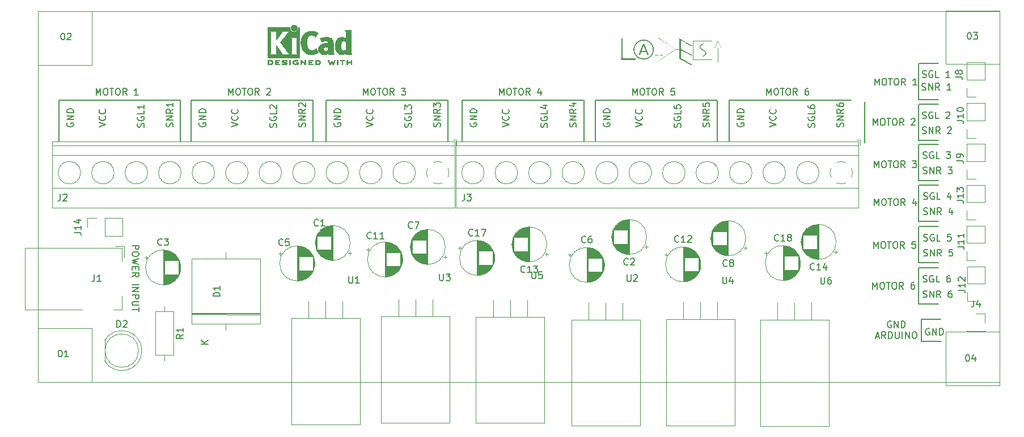
<source format=gbr>
%TF.GenerationSoftware,KiCad,Pcbnew,(6.0.4)*%
%TF.CreationDate,2023-08-24T18:54:07-03:00*%
%TF.ProjectId,PCB drive motor,50434220-6472-4697-9665-206d6f746f72,rev?*%
%TF.SameCoordinates,PX1a3bac8PY5add478*%
%TF.FileFunction,Legend,Top*%
%TF.FilePolarity,Positive*%
%FSLAX46Y46*%
G04 Gerber Fmt 4.6, Leading zero omitted, Abs format (unit mm)*
G04 Created by KiCad (PCBNEW (6.0.4)) date 2023-08-24 18:54:07*
%MOMM*%
%LPD*%
G01*
G04 APERTURE LIST*
%ADD10C,0.150000*%
%TA.AperFunction,Profile*%
%ADD11C,0.100000*%
%TD*%
%ADD12C,0.120000*%
%ADD13C,0.010000*%
G04 APERTURE END LIST*
D10*
X131526600Y35625000D02*
X134391400Y35625000D01*
X83206400Y42156700D02*
X83206400Y36098900D01*
X131576600Y24050000D02*
X134441400Y24050000D01*
X43006400Y42156700D02*
X43006400Y36098900D01*
X131526600Y41575000D02*
X134391400Y41575000D01*
X131509000Y17100000D02*
X131509000Y11700000D01*
X131909000Y9450000D02*
X134773800Y9450000D01*
X41041400Y42167800D02*
X41041400Y36110000D01*
X123441400Y41907800D02*
X123441400Y35850000D01*
X131576600Y11700000D02*
X134441400Y11700000D01*
X131909000Y9450000D02*
X131909000Y6100000D01*
X131509000Y23250000D02*
X131509000Y17850000D01*
X61171400Y42158900D02*
X43006400Y42156700D01*
X131526600Y23275000D02*
X134391400Y23275000D01*
X131526600Y17125000D02*
X134391400Y17125000D01*
X131509000Y47700000D02*
X131509000Y42300000D01*
X131509000Y35600000D02*
X131509000Y30200000D01*
X101371400Y42158900D02*
X83206400Y42156700D01*
X131509000Y41550000D02*
X131509000Y36150000D01*
X131526600Y47725000D02*
X134391400Y47725000D01*
X41021400Y42158900D02*
X22856400Y42156700D01*
X131976600Y6100000D02*
X134841400Y6100000D01*
X3086400Y42156700D02*
X3086400Y36098900D01*
X101391400Y42167800D02*
X101391400Y36110000D01*
X103206400Y42156700D02*
X103206400Y36098900D01*
X131509000Y29450000D02*
X131509000Y24050000D01*
X63306400Y42156700D02*
X63306400Y36098900D01*
X131576600Y30200000D02*
X134441400Y30200000D01*
X21251400Y42158900D02*
X3086400Y42156700D01*
X81471400Y42158900D02*
X63306400Y42156700D01*
X131526600Y29475000D02*
X134391400Y29475000D01*
X131576600Y36150000D02*
X134441400Y36150000D01*
X21271400Y42167800D02*
X21271400Y36110000D01*
X22856400Y42156700D02*
X22856400Y36098900D01*
X131576600Y17850000D02*
X134441400Y17850000D01*
X131576600Y42300000D02*
X134441400Y42300000D01*
X81491400Y42167800D02*
X81491400Y36110000D01*
X121371400Y42158900D02*
X103206400Y42156700D01*
X61191400Y42167800D02*
X61191400Y36110000D01*
D11*
X0Y55523400D02*
X143581400Y55523400D01*
X143581400Y55523400D02*
X143581400Y0D01*
X143581400Y0D02*
X0Y0D01*
X0Y0D02*
X0Y55523400D01*
D10*
X84446400Y38796996D02*
X84398780Y38701758D01*
X84398780Y38558900D01*
X84446400Y38416043D01*
X84541638Y38320805D01*
X84636876Y38273186D01*
X84827352Y38225567D01*
X84970209Y38225567D01*
X85160685Y38273186D01*
X85255923Y38320805D01*
X85351161Y38416043D01*
X85398780Y38558900D01*
X85398780Y38654139D01*
X85351161Y38796996D01*
X85303542Y38844615D01*
X84970209Y38844615D01*
X84970209Y38654139D01*
X85398780Y39273186D02*
X84398780Y39273186D01*
X85398780Y39844615D01*
X84398780Y39844615D01*
X85398780Y40320805D02*
X84398780Y40320805D01*
X84398780Y40558900D01*
X84446400Y40701758D01*
X84541638Y40796996D01*
X84636876Y40844615D01*
X84827352Y40892234D01*
X84970209Y40892234D01*
X85160685Y40844615D01*
X85255923Y40796996D01*
X85351161Y40701758D01*
X85398780Y40558900D01*
X85398780Y40320805D01*
X49013780Y38225567D02*
X50013780Y38558900D01*
X49013780Y38892234D01*
X49918542Y39796996D02*
X49966161Y39749377D01*
X50013780Y39606520D01*
X50013780Y39511281D01*
X49966161Y39368424D01*
X49870923Y39273186D01*
X49775685Y39225567D01*
X49585209Y39177948D01*
X49442352Y39177948D01*
X49251876Y39225567D01*
X49156638Y39273186D01*
X49061400Y39368424D01*
X49013780Y39511281D01*
X49013780Y39606520D01*
X49061400Y39749377D01*
X49109019Y39796996D01*
X49918542Y40796996D02*
X49966161Y40749377D01*
X50013780Y40606520D01*
X50013780Y40511281D01*
X49966161Y40368424D01*
X49870923Y40273186D01*
X49775685Y40225567D01*
X49585209Y40177948D01*
X49442352Y40177948D01*
X49251876Y40225567D01*
X49156638Y40273186D01*
X49061400Y40368424D01*
X49013780Y40511281D01*
X49013780Y40606520D01*
X49061400Y40749377D01*
X49109019Y40796996D01*
X124772352Y20047620D02*
X124772352Y21047620D01*
X125105685Y20333334D01*
X125439019Y21047620D01*
X125439019Y20047620D01*
X126105685Y21047620D02*
X126296161Y21047620D01*
X126391400Y21000000D01*
X126486638Y20904762D01*
X126534257Y20714286D01*
X126534257Y20380953D01*
X126486638Y20190477D01*
X126391400Y20095239D01*
X126296161Y20047620D01*
X126105685Y20047620D01*
X126010447Y20095239D01*
X125915209Y20190477D01*
X125867590Y20380953D01*
X125867590Y20714286D01*
X125915209Y20904762D01*
X126010447Y21000000D01*
X126105685Y21047620D01*
X126819971Y21047620D02*
X127391400Y21047620D01*
X127105685Y20047620D02*
X127105685Y21047620D01*
X127915209Y21047620D02*
X128105685Y21047620D01*
X128200923Y21000000D01*
X128296161Y20904762D01*
X128343780Y20714286D01*
X128343780Y20380953D01*
X128296161Y20190477D01*
X128200923Y20095239D01*
X128105685Y20047620D01*
X127915209Y20047620D01*
X127819971Y20095239D01*
X127724733Y20190477D01*
X127677114Y20380953D01*
X127677114Y20714286D01*
X127724733Y20904762D01*
X127819971Y21000000D01*
X127915209Y21047620D01*
X129343780Y20047620D02*
X129010447Y20523810D01*
X128772352Y20047620D02*
X128772352Y21047620D01*
X129153304Y21047620D01*
X129248542Y21000000D01*
X129296161Y20952381D01*
X129343780Y20857143D01*
X129343780Y20714286D01*
X129296161Y20619048D01*
X129248542Y20571429D01*
X129153304Y20523810D01*
X128772352Y20523810D01*
X131010447Y21047620D02*
X130534257Y21047620D01*
X130486638Y20571429D01*
X130534257Y20619048D01*
X130629495Y20666667D01*
X130867590Y20666667D01*
X130962828Y20619048D01*
X131010447Y20571429D01*
X131058066Y20476191D01*
X131058066Y20238096D01*
X131010447Y20142858D01*
X130962828Y20095239D01*
X130867590Y20047620D01*
X130629495Y20047620D01*
X130534257Y20095239D01*
X130486638Y20142858D01*
X44246400Y38796996D02*
X44198780Y38701758D01*
X44198780Y38558900D01*
X44246400Y38416043D01*
X44341638Y38320805D01*
X44436876Y38273186D01*
X44627352Y38225567D01*
X44770209Y38225567D01*
X44960685Y38273186D01*
X45055923Y38320805D01*
X45151161Y38416043D01*
X45198780Y38558900D01*
X45198780Y38654139D01*
X45151161Y38796996D01*
X45103542Y38844615D01*
X44770209Y38844615D01*
X44770209Y38654139D01*
X45198780Y39273186D02*
X44198780Y39273186D01*
X45198780Y39844615D01*
X44198780Y39844615D01*
X45198780Y40320805D02*
X44198780Y40320805D01*
X44198780Y40558900D01*
X44246400Y40701758D01*
X44341638Y40796996D01*
X44436876Y40844615D01*
X44627352Y40892234D01*
X44770209Y40892234D01*
X44960685Y40844615D01*
X45055923Y40796996D01*
X45151161Y40701758D01*
X45198780Y40558900D01*
X45198780Y40320805D01*
X104446400Y38796996D02*
X104398780Y38701758D01*
X104398780Y38558900D01*
X104446400Y38416043D01*
X104541638Y38320805D01*
X104636876Y38273186D01*
X104827352Y38225567D01*
X104970209Y38225567D01*
X105160685Y38273186D01*
X105255923Y38320805D01*
X105351161Y38416043D01*
X105398780Y38558900D01*
X105398780Y38654139D01*
X105351161Y38796996D01*
X105303542Y38844615D01*
X104970209Y38844615D01*
X104970209Y38654139D01*
X105398780Y39273186D02*
X104398780Y39273186D01*
X105398780Y39844615D01*
X104398780Y39844615D01*
X105398780Y40320805D02*
X104398780Y40320805D01*
X104398780Y40558900D01*
X104446400Y40701758D01*
X104541638Y40796996D01*
X104636876Y40844615D01*
X104827352Y40892234D01*
X104970209Y40892234D01*
X105160685Y40844615D01*
X105255923Y40796996D01*
X105351161Y40701758D01*
X105398780Y40558900D01*
X105398780Y40320805D01*
X120216161Y38223186D02*
X120263780Y38366043D01*
X120263780Y38604139D01*
X120216161Y38699377D01*
X120168542Y38746996D01*
X120073304Y38794615D01*
X119978066Y38794615D01*
X119882828Y38746996D01*
X119835209Y38699377D01*
X119787590Y38604139D01*
X119739971Y38413662D01*
X119692352Y38318424D01*
X119644733Y38270805D01*
X119549495Y38223186D01*
X119454257Y38223186D01*
X119359019Y38270805D01*
X119311400Y38318424D01*
X119263780Y38413662D01*
X119263780Y38651758D01*
X119311400Y38794615D01*
X120263780Y39223186D02*
X119263780Y39223186D01*
X120263780Y39794615D01*
X119263780Y39794615D01*
X120263780Y40842234D02*
X119787590Y40508900D01*
X120263780Y40270805D02*
X119263780Y40270805D01*
X119263780Y40651758D01*
X119311400Y40746996D01*
X119359019Y40794615D01*
X119454257Y40842234D01*
X119597114Y40842234D01*
X119692352Y40794615D01*
X119739971Y40746996D01*
X119787590Y40651758D01*
X119787590Y40270805D01*
X119263780Y41699377D02*
X119263780Y41508900D01*
X119311400Y41413662D01*
X119359019Y41366043D01*
X119501876Y41270805D01*
X119692352Y41223186D01*
X120073304Y41223186D01*
X120168542Y41270805D01*
X120216161Y41318424D01*
X120263780Y41413662D01*
X120263780Y41604139D01*
X120216161Y41699377D01*
X120168542Y41746996D01*
X120073304Y41794615D01*
X119835209Y41794615D01*
X119739971Y41746996D01*
X119692352Y41699377D01*
X119644733Y41604139D01*
X119644733Y41413662D01*
X119692352Y41318424D01*
X119739971Y41270805D01*
X119835209Y41223186D01*
X35556161Y38152234D02*
X35603780Y38295091D01*
X35603780Y38533186D01*
X35556161Y38628424D01*
X35508542Y38676043D01*
X35413304Y38723662D01*
X35318066Y38723662D01*
X35222828Y38676043D01*
X35175209Y38628424D01*
X35127590Y38533186D01*
X35079971Y38342710D01*
X35032352Y38247472D01*
X34984733Y38199853D01*
X34889495Y38152234D01*
X34794257Y38152234D01*
X34699019Y38199853D01*
X34651400Y38247472D01*
X34603780Y38342710D01*
X34603780Y38580805D01*
X34651400Y38723662D01*
X34651400Y39676043D02*
X34603780Y39580805D01*
X34603780Y39437948D01*
X34651400Y39295091D01*
X34746638Y39199853D01*
X34841876Y39152234D01*
X35032352Y39104615D01*
X35175209Y39104615D01*
X35365685Y39152234D01*
X35460923Y39199853D01*
X35556161Y39295091D01*
X35603780Y39437948D01*
X35603780Y39533186D01*
X35556161Y39676043D01*
X35508542Y39723662D01*
X35175209Y39723662D01*
X35175209Y39533186D01*
X35603780Y40628424D02*
X35603780Y40152234D01*
X34603780Y40152234D01*
X34699019Y40914139D02*
X34651400Y40961758D01*
X34603780Y41056996D01*
X34603780Y41295091D01*
X34651400Y41390329D01*
X34699019Y41437948D01*
X34794257Y41485567D01*
X34889495Y41485567D01*
X35032352Y41437948D01*
X35603780Y40866520D01*
X35603780Y41485567D01*
X124872352Y32097620D02*
X124872352Y33097620D01*
X125205685Y32383334D01*
X125539019Y33097620D01*
X125539019Y32097620D01*
X126205685Y33097620D02*
X126396161Y33097620D01*
X126491400Y33050000D01*
X126586638Y32954762D01*
X126634257Y32764286D01*
X126634257Y32430953D01*
X126586638Y32240477D01*
X126491400Y32145239D01*
X126396161Y32097620D01*
X126205685Y32097620D01*
X126110447Y32145239D01*
X126015209Y32240477D01*
X125967590Y32430953D01*
X125967590Y32764286D01*
X126015209Y32954762D01*
X126110447Y33050000D01*
X126205685Y33097620D01*
X126919971Y33097620D02*
X127491400Y33097620D01*
X127205685Y32097620D02*
X127205685Y33097620D01*
X128015209Y33097620D02*
X128205685Y33097620D01*
X128300923Y33050000D01*
X128396161Y32954762D01*
X128443780Y32764286D01*
X128443780Y32430953D01*
X128396161Y32240477D01*
X128300923Y32145239D01*
X128205685Y32097620D01*
X128015209Y32097620D01*
X127919971Y32145239D01*
X127824733Y32240477D01*
X127777114Y32430953D01*
X127777114Y32764286D01*
X127824733Y32954762D01*
X127919971Y33050000D01*
X128015209Y33097620D01*
X129443780Y32097620D02*
X129110447Y32573810D01*
X128872352Y32097620D02*
X128872352Y33097620D01*
X129253304Y33097620D01*
X129348542Y33050000D01*
X129396161Y33002381D01*
X129443780Y32907143D01*
X129443780Y32764286D01*
X129396161Y32669048D01*
X129348542Y32621429D01*
X129253304Y32573810D01*
X128872352Y32573810D01*
X130539019Y33097620D02*
X131158066Y33097620D01*
X130824733Y32716667D01*
X130967590Y32716667D01*
X131062828Y32669048D01*
X131110447Y32621429D01*
X131158066Y32526191D01*
X131158066Y32288096D01*
X131110447Y32192858D01*
X131062828Y32145239D01*
X130967590Y32097620D01*
X130681876Y32097620D01*
X130586638Y32145239D01*
X130539019Y32192858D01*
X60016161Y38223186D02*
X60063780Y38366043D01*
X60063780Y38604139D01*
X60016161Y38699377D01*
X59968542Y38746996D01*
X59873304Y38794615D01*
X59778066Y38794615D01*
X59682828Y38746996D01*
X59635209Y38699377D01*
X59587590Y38604139D01*
X59539971Y38413662D01*
X59492352Y38318424D01*
X59444733Y38270805D01*
X59349495Y38223186D01*
X59254257Y38223186D01*
X59159019Y38270805D01*
X59111400Y38318424D01*
X59063780Y38413662D01*
X59063780Y38651758D01*
X59111400Y38794615D01*
X60063780Y39223186D02*
X59063780Y39223186D01*
X60063780Y39794615D01*
X59063780Y39794615D01*
X60063780Y40842234D02*
X59587590Y40508900D01*
X60063780Y40270805D02*
X59063780Y40270805D01*
X59063780Y40651758D01*
X59111400Y40746996D01*
X59159019Y40794615D01*
X59254257Y40842234D01*
X59397114Y40842234D01*
X59492352Y40794615D01*
X59539971Y40746996D01*
X59587590Y40651758D01*
X59587590Y40270805D01*
X59063780Y41175567D02*
X59063780Y41794615D01*
X59444733Y41461281D01*
X59444733Y41604139D01*
X59492352Y41699377D01*
X59539971Y41746996D01*
X59635209Y41794615D01*
X59873304Y41794615D01*
X59968542Y41746996D01*
X60016161Y41699377D01*
X60063780Y41604139D01*
X60063780Y41318424D01*
X60016161Y41223186D01*
X59968542Y41175567D01*
X124872352Y26447620D02*
X124872352Y27447620D01*
X125205685Y26733334D01*
X125539019Y27447620D01*
X125539019Y26447620D01*
X126205685Y27447620D02*
X126396161Y27447620D01*
X126491400Y27400000D01*
X126586638Y27304762D01*
X126634257Y27114286D01*
X126634257Y26780953D01*
X126586638Y26590477D01*
X126491400Y26495239D01*
X126396161Y26447620D01*
X126205685Y26447620D01*
X126110447Y26495239D01*
X126015209Y26590477D01*
X125967590Y26780953D01*
X125967590Y27114286D01*
X126015209Y27304762D01*
X126110447Y27400000D01*
X126205685Y27447620D01*
X126919971Y27447620D02*
X127491400Y27447620D01*
X127205685Y26447620D02*
X127205685Y27447620D01*
X128015209Y27447620D02*
X128205685Y27447620D01*
X128300923Y27400000D01*
X128396161Y27304762D01*
X128443780Y27114286D01*
X128443780Y26780953D01*
X128396161Y26590477D01*
X128300923Y26495239D01*
X128205685Y26447620D01*
X128015209Y26447620D01*
X127919971Y26495239D01*
X127824733Y26590477D01*
X127777114Y26780953D01*
X127777114Y27114286D01*
X127824733Y27304762D01*
X127919971Y27400000D01*
X128015209Y27447620D01*
X129443780Y26447620D02*
X129110447Y26923810D01*
X128872352Y26447620D02*
X128872352Y27447620D01*
X129253304Y27447620D01*
X129348542Y27400000D01*
X129396161Y27352381D01*
X129443780Y27257143D01*
X129443780Y27114286D01*
X129396161Y27019048D01*
X129348542Y26971429D01*
X129253304Y26923810D01*
X128872352Y26923810D01*
X131062828Y27114286D02*
X131062828Y26447620D01*
X130824733Y27495239D02*
X130586638Y26780953D01*
X131205685Y26780953D01*
X88782352Y42946520D02*
X88782352Y43946520D01*
X89115685Y43232234D01*
X89449019Y43946520D01*
X89449019Y42946520D01*
X90115685Y43946520D02*
X90306161Y43946520D01*
X90401400Y43898900D01*
X90496638Y43803662D01*
X90544257Y43613186D01*
X90544257Y43279853D01*
X90496638Y43089377D01*
X90401400Y42994139D01*
X90306161Y42946520D01*
X90115685Y42946520D01*
X90020447Y42994139D01*
X89925209Y43089377D01*
X89877590Y43279853D01*
X89877590Y43613186D01*
X89925209Y43803662D01*
X90020447Y43898900D01*
X90115685Y43946520D01*
X90829971Y43946520D02*
X91401400Y43946520D01*
X91115685Y42946520D02*
X91115685Y43946520D01*
X91925209Y43946520D02*
X92115685Y43946520D01*
X92210923Y43898900D01*
X92306161Y43803662D01*
X92353780Y43613186D01*
X92353780Y43279853D01*
X92306161Y43089377D01*
X92210923Y42994139D01*
X92115685Y42946520D01*
X91925209Y42946520D01*
X91829971Y42994139D01*
X91734733Y43089377D01*
X91687114Y43279853D01*
X91687114Y43613186D01*
X91734733Y43803662D01*
X91829971Y43898900D01*
X91925209Y43946520D01*
X93353780Y42946520D02*
X93020447Y43422710D01*
X92782352Y42946520D02*
X92782352Y43946520D01*
X93163304Y43946520D01*
X93258542Y43898900D01*
X93306161Y43851281D01*
X93353780Y43756043D01*
X93353780Y43613186D01*
X93306161Y43517948D01*
X93258542Y43470329D01*
X93163304Y43422710D01*
X92782352Y43422710D01*
X95020447Y43946520D02*
X94544257Y43946520D01*
X94496638Y43470329D01*
X94544257Y43517948D01*
X94639495Y43565567D01*
X94877590Y43565567D01*
X94972828Y43517948D01*
X95020447Y43470329D01*
X95068066Y43375091D01*
X95068066Y43136996D01*
X95020447Y43041758D01*
X94972828Y42994139D01*
X94877590Y42946520D01*
X94639495Y42946520D01*
X94544257Y42994139D01*
X94496638Y43041758D01*
X108782352Y42946520D02*
X108782352Y43946520D01*
X109115685Y43232234D01*
X109449019Y43946520D01*
X109449019Y42946520D01*
X110115685Y43946520D02*
X110306161Y43946520D01*
X110401400Y43898900D01*
X110496638Y43803662D01*
X110544257Y43613186D01*
X110544257Y43279853D01*
X110496638Y43089377D01*
X110401400Y42994139D01*
X110306161Y42946520D01*
X110115685Y42946520D01*
X110020447Y42994139D01*
X109925209Y43089377D01*
X109877590Y43279853D01*
X109877590Y43613186D01*
X109925209Y43803662D01*
X110020447Y43898900D01*
X110115685Y43946520D01*
X110829971Y43946520D02*
X111401400Y43946520D01*
X111115685Y42946520D02*
X111115685Y43946520D01*
X111925209Y43946520D02*
X112115685Y43946520D01*
X112210923Y43898900D01*
X112306161Y43803662D01*
X112353780Y43613186D01*
X112353780Y43279853D01*
X112306161Y43089377D01*
X112210923Y42994139D01*
X112115685Y42946520D01*
X111925209Y42946520D01*
X111829971Y42994139D01*
X111734733Y43089377D01*
X111687114Y43279853D01*
X111687114Y43613186D01*
X111734733Y43803662D01*
X111829971Y43898900D01*
X111925209Y43946520D01*
X113353780Y42946520D02*
X113020447Y43422710D01*
X112782352Y42946520D02*
X112782352Y43946520D01*
X113163304Y43946520D01*
X113258542Y43898900D01*
X113306161Y43851281D01*
X113353780Y43756043D01*
X113353780Y43613186D01*
X113306161Y43517948D01*
X113258542Y43470329D01*
X113163304Y43422710D01*
X112782352Y43422710D01*
X114972828Y43946520D02*
X114782352Y43946520D01*
X114687114Y43898900D01*
X114639495Y43851281D01*
X114544257Y43708424D01*
X114496638Y43517948D01*
X114496638Y43136996D01*
X114544257Y43041758D01*
X114591876Y42994139D01*
X114687114Y42946520D01*
X114877590Y42946520D01*
X114972828Y42994139D01*
X115020447Y43041758D01*
X115068066Y43136996D01*
X115068066Y43375091D01*
X115020447Y43470329D01*
X114972828Y43517948D01*
X114877590Y43565567D01*
X114687114Y43565567D01*
X114591876Y43517948D01*
X114544257Y43470329D01*
X114496638Y43375091D01*
X115906161Y38152234D02*
X115953780Y38295091D01*
X115953780Y38533186D01*
X115906161Y38628424D01*
X115858542Y38676043D01*
X115763304Y38723662D01*
X115668066Y38723662D01*
X115572828Y38676043D01*
X115525209Y38628424D01*
X115477590Y38533186D01*
X115429971Y38342710D01*
X115382352Y38247472D01*
X115334733Y38199853D01*
X115239495Y38152234D01*
X115144257Y38152234D01*
X115049019Y38199853D01*
X115001400Y38247472D01*
X114953780Y38342710D01*
X114953780Y38580805D01*
X115001400Y38723662D01*
X115001400Y39676043D02*
X114953780Y39580805D01*
X114953780Y39437948D01*
X115001400Y39295091D01*
X115096638Y39199853D01*
X115191876Y39152234D01*
X115382352Y39104615D01*
X115525209Y39104615D01*
X115715685Y39152234D01*
X115810923Y39199853D01*
X115906161Y39295091D01*
X115953780Y39437948D01*
X115953780Y39533186D01*
X115906161Y39676043D01*
X115858542Y39723662D01*
X115525209Y39723662D01*
X115525209Y39533186D01*
X115953780Y40628424D02*
X115953780Y40152234D01*
X114953780Y40152234D01*
X114953780Y41390329D02*
X114953780Y41199853D01*
X115001400Y41104615D01*
X115049019Y41056996D01*
X115191876Y40961758D01*
X115382352Y40914139D01*
X115763304Y40914139D01*
X115858542Y40961758D01*
X115906161Y41009377D01*
X115953780Y41104615D01*
X115953780Y41295091D01*
X115906161Y41390329D01*
X115858542Y41437948D01*
X115763304Y41485567D01*
X115525209Y41485567D01*
X115429971Y41437948D01*
X115382352Y41390329D01*
X115334733Y41295091D01*
X115334733Y41104615D01*
X115382352Y41009377D01*
X115429971Y40961758D01*
X115525209Y40914139D01*
X132249733Y25120239D02*
X132392590Y25072620D01*
X132630685Y25072620D01*
X132725923Y25120239D01*
X132773542Y25167858D01*
X132821161Y25263096D01*
X132821161Y25358334D01*
X132773542Y25453572D01*
X132725923Y25501191D01*
X132630685Y25548810D01*
X132440209Y25596429D01*
X132344971Y25644048D01*
X132297352Y25691667D01*
X132249733Y25786905D01*
X132249733Y25882143D01*
X132297352Y25977381D01*
X132344971Y26025000D01*
X132440209Y26072620D01*
X132678304Y26072620D01*
X132821161Y26025000D01*
X133249733Y25072620D02*
X133249733Y26072620D01*
X133821161Y25072620D01*
X133821161Y26072620D01*
X134868780Y25072620D02*
X134535447Y25548810D01*
X134297352Y25072620D02*
X134297352Y26072620D01*
X134678304Y26072620D01*
X134773542Y26025000D01*
X134821161Y25977381D01*
X134868780Y25882143D01*
X134868780Y25739286D01*
X134821161Y25644048D01*
X134773542Y25596429D01*
X134678304Y25548810D01*
X134297352Y25548810D01*
X136487828Y25739286D02*
X136487828Y25072620D01*
X136249733Y26120239D02*
X136011638Y25405953D01*
X136630685Y25405953D01*
X28863780Y38225567D02*
X29863780Y38558900D01*
X28863780Y38892234D01*
X29768542Y39796996D02*
X29816161Y39749377D01*
X29863780Y39606520D01*
X29863780Y39511281D01*
X29816161Y39368424D01*
X29720923Y39273186D01*
X29625685Y39225567D01*
X29435209Y39177948D01*
X29292352Y39177948D01*
X29101876Y39225567D01*
X29006638Y39273186D01*
X28911400Y39368424D01*
X28863780Y39511281D01*
X28863780Y39606520D01*
X28911400Y39749377D01*
X28959019Y39796996D01*
X29768542Y40796996D02*
X29816161Y40749377D01*
X29863780Y40606520D01*
X29863780Y40511281D01*
X29816161Y40368424D01*
X29720923Y40273186D01*
X29625685Y40225567D01*
X29435209Y40177948D01*
X29292352Y40177948D01*
X29101876Y40225567D01*
X29006638Y40273186D01*
X28911400Y40368424D01*
X28863780Y40511281D01*
X28863780Y40606520D01*
X28911400Y40749377D01*
X28959019Y40796996D01*
X132143780Y33520239D02*
X132286638Y33472620D01*
X132524733Y33472620D01*
X132619971Y33520239D01*
X132667590Y33567858D01*
X132715209Y33663096D01*
X132715209Y33758334D01*
X132667590Y33853572D01*
X132619971Y33901191D01*
X132524733Y33948810D01*
X132334257Y33996429D01*
X132239019Y34044048D01*
X132191400Y34091667D01*
X132143780Y34186905D01*
X132143780Y34282143D01*
X132191400Y34377381D01*
X132239019Y34425000D01*
X132334257Y34472620D01*
X132572352Y34472620D01*
X132715209Y34425000D01*
X133667590Y34425000D02*
X133572352Y34472620D01*
X133429495Y34472620D01*
X133286638Y34425000D01*
X133191400Y34329762D01*
X133143780Y34234524D01*
X133096161Y34044048D01*
X133096161Y33901191D01*
X133143780Y33710715D01*
X133191400Y33615477D01*
X133286638Y33520239D01*
X133429495Y33472620D01*
X133524733Y33472620D01*
X133667590Y33520239D01*
X133715209Y33567858D01*
X133715209Y33901191D01*
X133524733Y33901191D01*
X134619971Y33472620D02*
X134143780Y33472620D01*
X134143780Y34472620D01*
X135619971Y34472620D02*
X136239019Y34472620D01*
X135905685Y34091667D01*
X136048542Y34091667D01*
X136143780Y34044048D01*
X136191400Y33996429D01*
X136239019Y33901191D01*
X136239019Y33663096D01*
X136191400Y33567858D01*
X136143780Y33520239D01*
X136048542Y33472620D01*
X135762828Y33472620D01*
X135667590Y33520239D01*
X135619971Y33567858D01*
X109213780Y38225567D02*
X110213780Y38558900D01*
X109213780Y38892234D01*
X110118542Y39796996D02*
X110166161Y39749377D01*
X110213780Y39606520D01*
X110213780Y39511281D01*
X110166161Y39368424D01*
X110070923Y39273186D01*
X109975685Y39225567D01*
X109785209Y39177948D01*
X109642352Y39177948D01*
X109451876Y39225567D01*
X109356638Y39273186D01*
X109261400Y39368424D01*
X109213780Y39511281D01*
X109213780Y39606520D01*
X109261400Y39749377D01*
X109309019Y39796996D01*
X110118542Y40796996D02*
X110166161Y40749377D01*
X110213780Y40606520D01*
X110213780Y40511281D01*
X110166161Y40368424D01*
X110070923Y40273186D01*
X109975685Y40225567D01*
X109785209Y40177948D01*
X109642352Y40177948D01*
X109451876Y40225567D01*
X109356638Y40273186D01*
X109261400Y40368424D01*
X109213780Y40511281D01*
X109213780Y40606520D01*
X109261400Y40749377D01*
X109309019Y40796996D01*
X80316161Y38223186D02*
X80363780Y38366043D01*
X80363780Y38604139D01*
X80316161Y38699377D01*
X80268542Y38746996D01*
X80173304Y38794615D01*
X80078066Y38794615D01*
X79982828Y38746996D01*
X79935209Y38699377D01*
X79887590Y38604139D01*
X79839971Y38413662D01*
X79792352Y38318424D01*
X79744733Y38270805D01*
X79649495Y38223186D01*
X79554257Y38223186D01*
X79459019Y38270805D01*
X79411400Y38318424D01*
X79363780Y38413662D01*
X79363780Y38651758D01*
X79411400Y38794615D01*
X80363780Y39223186D02*
X79363780Y39223186D01*
X80363780Y39794615D01*
X79363780Y39794615D01*
X80363780Y40842234D02*
X79887590Y40508900D01*
X80363780Y40270805D02*
X79363780Y40270805D01*
X79363780Y40651758D01*
X79411400Y40746996D01*
X79459019Y40794615D01*
X79554257Y40842234D01*
X79697114Y40842234D01*
X79792352Y40794615D01*
X79839971Y40746996D01*
X79887590Y40651758D01*
X79887590Y40270805D01*
X79697114Y41699377D02*
X80363780Y41699377D01*
X79316161Y41461281D02*
X80030447Y41223186D01*
X80030447Y41842234D01*
X15786161Y38152234D02*
X15833780Y38295091D01*
X15833780Y38533186D01*
X15786161Y38628424D01*
X15738542Y38676043D01*
X15643304Y38723662D01*
X15548066Y38723662D01*
X15452828Y38676043D01*
X15405209Y38628424D01*
X15357590Y38533186D01*
X15309971Y38342710D01*
X15262352Y38247472D01*
X15214733Y38199853D01*
X15119495Y38152234D01*
X15024257Y38152234D01*
X14929019Y38199853D01*
X14881400Y38247472D01*
X14833780Y38342710D01*
X14833780Y38580805D01*
X14881400Y38723662D01*
X14881400Y39676043D02*
X14833780Y39580805D01*
X14833780Y39437948D01*
X14881400Y39295091D01*
X14976638Y39199853D01*
X15071876Y39152234D01*
X15262352Y39104615D01*
X15405209Y39104615D01*
X15595685Y39152234D01*
X15690923Y39199853D01*
X15786161Y39295091D01*
X15833780Y39437948D01*
X15833780Y39533186D01*
X15786161Y39676043D01*
X15738542Y39723662D01*
X15405209Y39723662D01*
X15405209Y39533186D01*
X15833780Y40628424D02*
X15833780Y40152234D01*
X14833780Y40152234D01*
X15833780Y41485567D02*
X15833780Y40914139D01*
X15833780Y41199853D02*
X14833780Y41199853D01*
X14976638Y41104615D01*
X15071876Y41009377D01*
X15119495Y40914139D01*
X132149733Y31245239D02*
X132292590Y31197620D01*
X132530685Y31197620D01*
X132625923Y31245239D01*
X132673542Y31292858D01*
X132721161Y31388096D01*
X132721161Y31483334D01*
X132673542Y31578572D01*
X132625923Y31626191D01*
X132530685Y31673810D01*
X132340209Y31721429D01*
X132244971Y31769048D01*
X132197352Y31816667D01*
X132149733Y31911905D01*
X132149733Y32007143D01*
X132197352Y32102381D01*
X132244971Y32150000D01*
X132340209Y32197620D01*
X132578304Y32197620D01*
X132721161Y32150000D01*
X133149733Y31197620D02*
X133149733Y32197620D01*
X133721161Y31197620D01*
X133721161Y32197620D01*
X134768780Y31197620D02*
X134435447Y31673810D01*
X134197352Y31197620D02*
X134197352Y32197620D01*
X134578304Y32197620D01*
X134673542Y32150000D01*
X134721161Y32102381D01*
X134768780Y32007143D01*
X134768780Y31864286D01*
X134721161Y31769048D01*
X134673542Y31721429D01*
X134578304Y31673810D01*
X134197352Y31673810D01*
X135864019Y32197620D02*
X136483066Y32197620D01*
X136149733Y31816667D01*
X136292590Y31816667D01*
X136387828Y31769048D01*
X136435447Y31721429D01*
X136483066Y31626191D01*
X136483066Y31388096D01*
X136435447Y31292858D01*
X136387828Y31245239D01*
X136292590Y31197620D01*
X136006876Y31197620D01*
X135911638Y31245239D01*
X135864019Y31292858D01*
X100216161Y38223186D02*
X100263780Y38366043D01*
X100263780Y38604139D01*
X100216161Y38699377D01*
X100168542Y38746996D01*
X100073304Y38794615D01*
X99978066Y38794615D01*
X99882828Y38746996D01*
X99835209Y38699377D01*
X99787590Y38604139D01*
X99739971Y38413662D01*
X99692352Y38318424D01*
X99644733Y38270805D01*
X99549495Y38223186D01*
X99454257Y38223186D01*
X99359019Y38270805D01*
X99311400Y38318424D01*
X99263780Y38413662D01*
X99263780Y38651758D01*
X99311400Y38794615D01*
X100263780Y39223186D02*
X99263780Y39223186D01*
X100263780Y39794615D01*
X99263780Y39794615D01*
X100263780Y40842234D02*
X99787590Y40508900D01*
X100263780Y40270805D02*
X99263780Y40270805D01*
X99263780Y40651758D01*
X99311400Y40746996D01*
X99359019Y40794615D01*
X99454257Y40842234D01*
X99597114Y40842234D01*
X99692352Y40794615D01*
X99739971Y40746996D01*
X99787590Y40651758D01*
X99787590Y40270805D01*
X99263780Y41746996D02*
X99263780Y41270805D01*
X99739971Y41223186D01*
X99692352Y41270805D01*
X99644733Y41366043D01*
X99644733Y41604139D01*
X99692352Y41699377D01*
X99739971Y41746996D01*
X99835209Y41794615D01*
X100073304Y41794615D01*
X100168542Y41746996D01*
X100216161Y41699377D01*
X100263780Y41604139D01*
X100263780Y41366043D01*
X100216161Y41270805D01*
X100168542Y41223186D01*
X39866161Y38223186D02*
X39913780Y38366043D01*
X39913780Y38604139D01*
X39866161Y38699377D01*
X39818542Y38746996D01*
X39723304Y38794615D01*
X39628066Y38794615D01*
X39532828Y38746996D01*
X39485209Y38699377D01*
X39437590Y38604139D01*
X39389971Y38413662D01*
X39342352Y38318424D01*
X39294733Y38270805D01*
X39199495Y38223186D01*
X39104257Y38223186D01*
X39009019Y38270805D01*
X38961400Y38318424D01*
X38913780Y38413662D01*
X38913780Y38651758D01*
X38961400Y38794615D01*
X39913780Y39223186D02*
X38913780Y39223186D01*
X39913780Y39794615D01*
X38913780Y39794615D01*
X39913780Y40842234D02*
X39437590Y40508900D01*
X39913780Y40270805D02*
X38913780Y40270805D01*
X38913780Y40651758D01*
X38961400Y40746996D01*
X39009019Y40794615D01*
X39104257Y40842234D01*
X39247114Y40842234D01*
X39342352Y40794615D01*
X39389971Y40746996D01*
X39437590Y40651758D01*
X39437590Y40270805D01*
X39009019Y41223186D02*
X38961400Y41270805D01*
X38913780Y41366043D01*
X38913780Y41604139D01*
X38961400Y41699377D01*
X39009019Y41746996D01*
X39104257Y41794615D01*
X39199495Y41794615D01*
X39342352Y41746996D01*
X39913780Y41175567D01*
X39913780Y41794615D01*
X124672352Y38447620D02*
X124672352Y39447620D01*
X125005685Y38733334D01*
X125339019Y39447620D01*
X125339019Y38447620D01*
X126005685Y39447620D02*
X126196161Y39447620D01*
X126291400Y39400000D01*
X126386638Y39304762D01*
X126434257Y39114286D01*
X126434257Y38780953D01*
X126386638Y38590477D01*
X126291400Y38495239D01*
X126196161Y38447620D01*
X126005685Y38447620D01*
X125910447Y38495239D01*
X125815209Y38590477D01*
X125767590Y38780953D01*
X125767590Y39114286D01*
X125815209Y39304762D01*
X125910447Y39400000D01*
X126005685Y39447620D01*
X126719971Y39447620D02*
X127291400Y39447620D01*
X127005685Y38447620D02*
X127005685Y39447620D01*
X127815209Y39447620D02*
X128005685Y39447620D01*
X128100923Y39400000D01*
X128196161Y39304762D01*
X128243780Y39114286D01*
X128243780Y38780953D01*
X128196161Y38590477D01*
X128100923Y38495239D01*
X128005685Y38447620D01*
X127815209Y38447620D01*
X127719971Y38495239D01*
X127624733Y38590477D01*
X127577114Y38780953D01*
X127577114Y39114286D01*
X127624733Y39304762D01*
X127719971Y39400000D01*
X127815209Y39447620D01*
X129243780Y38447620D02*
X128910447Y38923810D01*
X128672352Y38447620D02*
X128672352Y39447620D01*
X129053304Y39447620D01*
X129148542Y39400000D01*
X129196161Y39352381D01*
X129243780Y39257143D01*
X129243780Y39114286D01*
X129196161Y39019048D01*
X129148542Y38971429D01*
X129053304Y38923810D01*
X128672352Y38923810D01*
X130386638Y39352381D02*
X130434257Y39400000D01*
X130529495Y39447620D01*
X130767590Y39447620D01*
X130862828Y39400000D01*
X130910447Y39352381D01*
X130958066Y39257143D01*
X130958066Y39161905D01*
X130910447Y39019048D01*
X130339019Y38447620D01*
X130958066Y38447620D01*
X95906161Y38152234D02*
X95953780Y38295091D01*
X95953780Y38533186D01*
X95906161Y38628424D01*
X95858542Y38676043D01*
X95763304Y38723662D01*
X95668066Y38723662D01*
X95572828Y38676043D01*
X95525209Y38628424D01*
X95477590Y38533186D01*
X95429971Y38342710D01*
X95382352Y38247472D01*
X95334733Y38199853D01*
X95239495Y38152234D01*
X95144257Y38152234D01*
X95049019Y38199853D01*
X95001400Y38247472D01*
X94953780Y38342710D01*
X94953780Y38580805D01*
X95001400Y38723662D01*
X95001400Y39676043D02*
X94953780Y39580805D01*
X94953780Y39437948D01*
X95001400Y39295091D01*
X95096638Y39199853D01*
X95191876Y39152234D01*
X95382352Y39104615D01*
X95525209Y39104615D01*
X95715685Y39152234D01*
X95810923Y39199853D01*
X95906161Y39295091D01*
X95953780Y39437948D01*
X95953780Y39533186D01*
X95906161Y39676043D01*
X95858542Y39723662D01*
X95525209Y39723662D01*
X95525209Y39533186D01*
X95953780Y40628424D02*
X95953780Y40152234D01*
X94953780Y40152234D01*
X94953780Y41437948D02*
X94953780Y40961758D01*
X95429971Y40914139D01*
X95382352Y40961758D01*
X95334733Y41056996D01*
X95334733Y41295091D01*
X95382352Y41390329D01*
X95429971Y41437948D01*
X95525209Y41485567D01*
X95763304Y41485567D01*
X95858542Y41437948D01*
X95906161Y41390329D01*
X95953780Y41295091D01*
X95953780Y41056996D01*
X95906161Y40961758D01*
X95858542Y40914139D01*
X127379495Y9105000D02*
X127284257Y9152620D01*
X127141400Y9152620D01*
X126998542Y9105000D01*
X126903304Y9009762D01*
X126855685Y8914524D01*
X126808066Y8724048D01*
X126808066Y8581191D01*
X126855685Y8390715D01*
X126903304Y8295477D01*
X126998542Y8200239D01*
X127141400Y8152620D01*
X127236638Y8152620D01*
X127379495Y8200239D01*
X127427114Y8247858D01*
X127427114Y8581191D01*
X127236638Y8581191D01*
X127855685Y8152620D02*
X127855685Y9152620D01*
X128427114Y8152620D01*
X128427114Y9152620D01*
X128903304Y8152620D02*
X128903304Y9152620D01*
X129141400Y9152620D01*
X129284257Y9105000D01*
X129379495Y9009762D01*
X129427114Y8914524D01*
X129474733Y8724048D01*
X129474733Y8581191D01*
X129427114Y8390715D01*
X129379495Y8295477D01*
X129284257Y8200239D01*
X129141400Y8152620D01*
X128903304Y8152620D01*
X125093780Y6828334D02*
X125569971Y6828334D01*
X124998542Y6542620D02*
X125331876Y7542620D01*
X125665209Y6542620D01*
X126569971Y6542620D02*
X126236638Y7018810D01*
X125998542Y6542620D02*
X125998542Y7542620D01*
X126379495Y7542620D01*
X126474733Y7495000D01*
X126522352Y7447381D01*
X126569971Y7352143D01*
X126569971Y7209286D01*
X126522352Y7114048D01*
X126474733Y7066429D01*
X126379495Y7018810D01*
X125998542Y7018810D01*
X126998542Y6542620D02*
X126998542Y7542620D01*
X127236638Y7542620D01*
X127379495Y7495000D01*
X127474733Y7399762D01*
X127522352Y7304524D01*
X127569971Y7114048D01*
X127569971Y6971191D01*
X127522352Y6780715D01*
X127474733Y6685477D01*
X127379495Y6590239D01*
X127236638Y6542620D01*
X126998542Y6542620D01*
X127998542Y7542620D02*
X127998542Y6733096D01*
X128046161Y6637858D01*
X128093780Y6590239D01*
X128189019Y6542620D01*
X128379495Y6542620D01*
X128474733Y6590239D01*
X128522352Y6637858D01*
X128569971Y6733096D01*
X128569971Y7542620D01*
X129046161Y6542620D02*
X129046161Y7542620D01*
X129522352Y6542620D02*
X129522352Y7542620D01*
X130093780Y6542620D01*
X130093780Y7542620D01*
X130760447Y7542620D02*
X130950923Y7542620D01*
X131046161Y7495000D01*
X131141400Y7399762D01*
X131189019Y7209286D01*
X131189019Y6875953D01*
X131141400Y6685477D01*
X131046161Y6590239D01*
X130950923Y6542620D01*
X130760447Y6542620D01*
X130665209Y6590239D01*
X130569971Y6685477D01*
X130522352Y6875953D01*
X130522352Y7209286D01*
X130569971Y7399762D01*
X130665209Y7495000D01*
X130760447Y7542620D01*
X124922352Y44447620D02*
X124922352Y45447620D01*
X125255685Y44733334D01*
X125589019Y45447620D01*
X125589019Y44447620D01*
X126255685Y45447620D02*
X126446161Y45447620D01*
X126541400Y45400000D01*
X126636638Y45304762D01*
X126684257Y45114286D01*
X126684257Y44780953D01*
X126636638Y44590477D01*
X126541400Y44495239D01*
X126446161Y44447620D01*
X126255685Y44447620D01*
X126160447Y44495239D01*
X126065209Y44590477D01*
X126017590Y44780953D01*
X126017590Y45114286D01*
X126065209Y45304762D01*
X126160447Y45400000D01*
X126255685Y45447620D01*
X126969971Y45447620D02*
X127541400Y45447620D01*
X127255685Y44447620D02*
X127255685Y45447620D01*
X128065209Y45447620D02*
X128255685Y45447620D01*
X128350923Y45400000D01*
X128446161Y45304762D01*
X128493780Y45114286D01*
X128493780Y44780953D01*
X128446161Y44590477D01*
X128350923Y44495239D01*
X128255685Y44447620D01*
X128065209Y44447620D01*
X127969971Y44495239D01*
X127874733Y44590477D01*
X127827114Y44780953D01*
X127827114Y45114286D01*
X127874733Y45304762D01*
X127969971Y45400000D01*
X128065209Y45447620D01*
X129493780Y44447620D02*
X129160447Y44923810D01*
X128922352Y44447620D02*
X128922352Y45447620D01*
X129303304Y45447620D01*
X129398542Y45400000D01*
X129446161Y45352381D01*
X129493780Y45257143D01*
X129493780Y45114286D01*
X129446161Y45019048D01*
X129398542Y44971429D01*
X129303304Y44923810D01*
X128922352Y44923810D01*
X131208066Y44447620D02*
X130636638Y44447620D01*
X130922352Y44447620D02*
X130922352Y45447620D01*
X130827114Y45304762D01*
X130731876Y45209524D01*
X130636638Y45161905D01*
X4326400Y38796996D02*
X4278780Y38701758D01*
X4278780Y38558900D01*
X4326400Y38416043D01*
X4421638Y38320805D01*
X4516876Y38273186D01*
X4707352Y38225567D01*
X4850209Y38225567D01*
X5040685Y38273186D01*
X5135923Y38320805D01*
X5231161Y38416043D01*
X5278780Y38558900D01*
X5278780Y38654139D01*
X5231161Y38796996D01*
X5183542Y38844615D01*
X4850209Y38844615D01*
X4850209Y38654139D01*
X5278780Y39273186D02*
X4278780Y39273186D01*
X5278780Y39844615D01*
X4278780Y39844615D01*
X5278780Y40320805D02*
X4278780Y40320805D01*
X4278780Y40558900D01*
X4326400Y40701758D01*
X4421638Y40796996D01*
X4516876Y40844615D01*
X4707352Y40892234D01*
X4850209Y40892234D01*
X5040685Y40844615D01*
X5135923Y40796996D01*
X5231161Y40701758D01*
X5278780Y40558900D01*
X5278780Y40320805D01*
X124622352Y13947620D02*
X124622352Y14947620D01*
X124955685Y14233334D01*
X125289019Y14947620D01*
X125289019Y13947620D01*
X125955685Y14947620D02*
X126146161Y14947620D01*
X126241400Y14900000D01*
X126336638Y14804762D01*
X126384257Y14614286D01*
X126384257Y14280953D01*
X126336638Y14090477D01*
X126241400Y13995239D01*
X126146161Y13947620D01*
X125955685Y13947620D01*
X125860447Y13995239D01*
X125765209Y14090477D01*
X125717590Y14280953D01*
X125717590Y14614286D01*
X125765209Y14804762D01*
X125860447Y14900000D01*
X125955685Y14947620D01*
X126669971Y14947620D02*
X127241400Y14947620D01*
X126955685Y13947620D02*
X126955685Y14947620D01*
X127765209Y14947620D02*
X127955685Y14947620D01*
X128050923Y14900000D01*
X128146161Y14804762D01*
X128193780Y14614286D01*
X128193780Y14280953D01*
X128146161Y14090477D01*
X128050923Y13995239D01*
X127955685Y13947620D01*
X127765209Y13947620D01*
X127669971Y13995239D01*
X127574733Y14090477D01*
X127527114Y14280953D01*
X127527114Y14614286D01*
X127574733Y14804762D01*
X127669971Y14900000D01*
X127765209Y14947620D01*
X129193780Y13947620D02*
X128860447Y14423810D01*
X128622352Y13947620D02*
X128622352Y14947620D01*
X129003304Y14947620D01*
X129098542Y14900000D01*
X129146161Y14852381D01*
X129193780Y14757143D01*
X129193780Y14614286D01*
X129146161Y14519048D01*
X129098542Y14471429D01*
X129003304Y14423810D01*
X128622352Y14423810D01*
X130812828Y14947620D02*
X130622352Y14947620D01*
X130527114Y14900000D01*
X130479495Y14852381D01*
X130384257Y14709524D01*
X130336638Y14519048D01*
X130336638Y14138096D01*
X130384257Y14042858D01*
X130431876Y13995239D01*
X130527114Y13947620D01*
X130717590Y13947620D01*
X130812828Y13995239D01*
X130860447Y14042858D01*
X130908066Y14138096D01*
X130908066Y14376191D01*
X130860447Y14471429D01*
X130812828Y14519048D01*
X130717590Y14566667D01*
X130527114Y14566667D01*
X130431876Y14519048D01*
X130384257Y14471429D01*
X130336638Y14376191D01*
X14049019Y20457143D02*
X15049019Y20457143D01*
X15049019Y20076191D01*
X15001400Y19980953D01*
X14953780Y19933334D01*
X14858542Y19885715D01*
X14715685Y19885715D01*
X14620447Y19933334D01*
X14572828Y19980953D01*
X14525209Y20076191D01*
X14525209Y20457143D01*
X15049019Y19266667D02*
X15049019Y19076191D01*
X15001400Y18980953D01*
X14906161Y18885715D01*
X14715685Y18838096D01*
X14382352Y18838096D01*
X14191876Y18885715D01*
X14096638Y18980953D01*
X14049019Y19076191D01*
X14049019Y19266667D01*
X14096638Y19361905D01*
X14191876Y19457143D01*
X14382352Y19504762D01*
X14715685Y19504762D01*
X14906161Y19457143D01*
X15001400Y19361905D01*
X15049019Y19266667D01*
X15049019Y18504762D02*
X14049019Y18266667D01*
X14763304Y18076191D01*
X14049019Y17885715D01*
X15049019Y17647620D01*
X14572828Y17266667D02*
X14572828Y16933334D01*
X14049019Y16790477D02*
X14049019Y17266667D01*
X15049019Y17266667D01*
X15049019Y16790477D01*
X14049019Y15790477D02*
X14525209Y16123810D01*
X14049019Y16361905D02*
X15049019Y16361905D01*
X15049019Y15980953D01*
X15001400Y15885715D01*
X14953780Y15838096D01*
X14858542Y15790477D01*
X14715685Y15790477D01*
X14620447Y15838096D01*
X14572828Y15885715D01*
X14525209Y15980953D01*
X14525209Y16361905D01*
X14049019Y14600000D02*
X15049019Y14600000D01*
X14049019Y14123810D02*
X15049019Y14123810D01*
X14049019Y13552381D01*
X15049019Y13552381D01*
X14049019Y13076191D02*
X15049019Y13076191D01*
X15049019Y12695239D01*
X15001400Y12600000D01*
X14953780Y12552381D01*
X14858542Y12504762D01*
X14715685Y12504762D01*
X14620447Y12552381D01*
X14572828Y12600000D01*
X14525209Y12695239D01*
X14525209Y13076191D01*
X15049019Y12076191D02*
X14239495Y12076191D01*
X14144257Y12028572D01*
X14096638Y11980953D01*
X14049019Y11885715D01*
X14049019Y11695239D01*
X14096638Y11600000D01*
X14144257Y11552381D01*
X14239495Y11504762D01*
X15049019Y11504762D01*
X15049019Y11171429D02*
X15049019Y10600000D01*
X14049019Y10885715D02*
X15049019Y10885715D01*
X24096400Y38796996D02*
X24048780Y38701758D01*
X24048780Y38558900D01*
X24096400Y38416043D01*
X24191638Y38320805D01*
X24286876Y38273186D01*
X24477352Y38225567D01*
X24620209Y38225567D01*
X24810685Y38273186D01*
X24905923Y38320805D01*
X25001161Y38416043D01*
X25048780Y38558900D01*
X25048780Y38654139D01*
X25001161Y38796996D01*
X24953542Y38844615D01*
X24620209Y38844615D01*
X24620209Y38654139D01*
X25048780Y39273186D02*
X24048780Y39273186D01*
X25048780Y39844615D01*
X24048780Y39844615D01*
X25048780Y40320805D02*
X24048780Y40320805D01*
X24048780Y40558900D01*
X24096400Y40701758D01*
X24191638Y40796996D01*
X24286876Y40844615D01*
X24477352Y40892234D01*
X24620209Y40892234D01*
X24810685Y40844615D01*
X24905923Y40796996D01*
X25001161Y40701758D01*
X25048780Y40558900D01*
X25048780Y40320805D01*
X132249733Y18920239D02*
X132392590Y18872620D01*
X132630685Y18872620D01*
X132725923Y18920239D01*
X132773542Y18967858D01*
X132821161Y19063096D01*
X132821161Y19158334D01*
X132773542Y19253572D01*
X132725923Y19301191D01*
X132630685Y19348810D01*
X132440209Y19396429D01*
X132344971Y19444048D01*
X132297352Y19491667D01*
X132249733Y19586905D01*
X132249733Y19682143D01*
X132297352Y19777381D01*
X132344971Y19825000D01*
X132440209Y19872620D01*
X132678304Y19872620D01*
X132821161Y19825000D01*
X133249733Y18872620D02*
X133249733Y19872620D01*
X133821161Y18872620D01*
X133821161Y19872620D01*
X134868780Y18872620D02*
X134535447Y19348810D01*
X134297352Y18872620D02*
X134297352Y19872620D01*
X134678304Y19872620D01*
X134773542Y19825000D01*
X134821161Y19777381D01*
X134868780Y19682143D01*
X134868780Y19539286D01*
X134821161Y19444048D01*
X134773542Y19396429D01*
X134678304Y19348810D01*
X134297352Y19348810D01*
X136535447Y19872620D02*
X136059257Y19872620D01*
X136011638Y19396429D01*
X136059257Y19444048D01*
X136154495Y19491667D01*
X136392590Y19491667D01*
X136487828Y19444048D01*
X136535447Y19396429D01*
X136583066Y19301191D01*
X136583066Y19063096D01*
X136535447Y18967858D01*
X136487828Y18920239D01*
X136392590Y18872620D01*
X136154495Y18872620D01*
X136059257Y18920239D01*
X136011638Y18967858D01*
X8662352Y42946520D02*
X8662352Y43946520D01*
X8995685Y43232234D01*
X9329019Y43946520D01*
X9329019Y42946520D01*
X9995685Y43946520D02*
X10186161Y43946520D01*
X10281400Y43898900D01*
X10376638Y43803662D01*
X10424257Y43613186D01*
X10424257Y43279853D01*
X10376638Y43089377D01*
X10281400Y42994139D01*
X10186161Y42946520D01*
X9995685Y42946520D01*
X9900447Y42994139D01*
X9805209Y43089377D01*
X9757590Y43279853D01*
X9757590Y43613186D01*
X9805209Y43803662D01*
X9900447Y43898900D01*
X9995685Y43946520D01*
X10709971Y43946520D02*
X11281400Y43946520D01*
X10995685Y42946520D02*
X10995685Y43946520D01*
X11805209Y43946520D02*
X11995685Y43946520D01*
X12090923Y43898900D01*
X12186161Y43803662D01*
X12233780Y43613186D01*
X12233780Y43279853D01*
X12186161Y43089377D01*
X12090923Y42994139D01*
X11995685Y42946520D01*
X11805209Y42946520D01*
X11709971Y42994139D01*
X11614733Y43089377D01*
X11567114Y43279853D01*
X11567114Y43613186D01*
X11614733Y43803662D01*
X11709971Y43898900D01*
X11805209Y43946520D01*
X13233780Y42946520D02*
X12900447Y43422710D01*
X12662352Y42946520D02*
X12662352Y43946520D01*
X13043304Y43946520D01*
X13138542Y43898900D01*
X13186161Y43851281D01*
X13233780Y43756043D01*
X13233780Y43613186D01*
X13186161Y43517948D01*
X13138542Y43470329D01*
X13043304Y43422710D01*
X12662352Y43422710D01*
X14948066Y42946520D02*
X14376638Y42946520D01*
X14662352Y42946520D02*
X14662352Y43946520D01*
X14567114Y43803662D01*
X14471876Y43708424D01*
X14376638Y43660805D01*
X89213780Y38225567D02*
X90213780Y38558900D01*
X89213780Y38892234D01*
X90118542Y39796996D02*
X90166161Y39749377D01*
X90213780Y39606520D01*
X90213780Y39511281D01*
X90166161Y39368424D01*
X90070923Y39273186D01*
X89975685Y39225567D01*
X89785209Y39177948D01*
X89642352Y39177948D01*
X89451876Y39225567D01*
X89356638Y39273186D01*
X89261400Y39368424D01*
X89213780Y39511281D01*
X89213780Y39606520D01*
X89261400Y39749377D01*
X89309019Y39796996D01*
X90118542Y40796996D02*
X90166161Y40749377D01*
X90213780Y40606520D01*
X90213780Y40511281D01*
X90166161Y40368424D01*
X90070923Y40273186D01*
X89975685Y40225567D01*
X89785209Y40177948D01*
X89642352Y40177948D01*
X89451876Y40225567D01*
X89356638Y40273186D01*
X89261400Y40368424D01*
X89213780Y40511281D01*
X89213780Y40606520D01*
X89261400Y40749377D01*
X89309019Y40796996D01*
X28432352Y42946520D02*
X28432352Y43946520D01*
X28765685Y43232234D01*
X29099019Y43946520D01*
X29099019Y42946520D01*
X29765685Y43946520D02*
X29956161Y43946520D01*
X30051400Y43898900D01*
X30146638Y43803662D01*
X30194257Y43613186D01*
X30194257Y43279853D01*
X30146638Y43089377D01*
X30051400Y42994139D01*
X29956161Y42946520D01*
X29765685Y42946520D01*
X29670447Y42994139D01*
X29575209Y43089377D01*
X29527590Y43279853D01*
X29527590Y43613186D01*
X29575209Y43803662D01*
X29670447Y43898900D01*
X29765685Y43946520D01*
X30479971Y43946520D02*
X31051400Y43946520D01*
X30765685Y42946520D02*
X30765685Y43946520D01*
X31575209Y43946520D02*
X31765685Y43946520D01*
X31860923Y43898900D01*
X31956161Y43803662D01*
X32003780Y43613186D01*
X32003780Y43279853D01*
X31956161Y43089377D01*
X31860923Y42994139D01*
X31765685Y42946520D01*
X31575209Y42946520D01*
X31479971Y42994139D01*
X31384733Y43089377D01*
X31337114Y43279853D01*
X31337114Y43613186D01*
X31384733Y43803662D01*
X31479971Y43898900D01*
X31575209Y43946520D01*
X33003780Y42946520D02*
X32670447Y43422710D01*
X32432352Y42946520D02*
X32432352Y43946520D01*
X32813304Y43946520D01*
X32908542Y43898900D01*
X32956161Y43851281D01*
X33003780Y43756043D01*
X33003780Y43613186D01*
X32956161Y43517948D01*
X32908542Y43470329D01*
X32813304Y43422710D01*
X32432352Y43422710D01*
X34146638Y43851281D02*
X34194257Y43898900D01*
X34289495Y43946520D01*
X34527590Y43946520D01*
X34622828Y43898900D01*
X34670447Y43851281D01*
X34718066Y43756043D01*
X34718066Y43660805D01*
X34670447Y43517948D01*
X34099019Y42946520D01*
X34718066Y42946520D01*
X132243780Y21195239D02*
X132386638Y21147620D01*
X132624733Y21147620D01*
X132719971Y21195239D01*
X132767590Y21242858D01*
X132815209Y21338096D01*
X132815209Y21433334D01*
X132767590Y21528572D01*
X132719971Y21576191D01*
X132624733Y21623810D01*
X132434257Y21671429D01*
X132339019Y21719048D01*
X132291400Y21766667D01*
X132243780Y21861905D01*
X132243780Y21957143D01*
X132291400Y22052381D01*
X132339019Y22100000D01*
X132434257Y22147620D01*
X132672352Y22147620D01*
X132815209Y22100000D01*
X133767590Y22100000D02*
X133672352Y22147620D01*
X133529495Y22147620D01*
X133386638Y22100000D01*
X133291400Y22004762D01*
X133243780Y21909524D01*
X133196161Y21719048D01*
X133196161Y21576191D01*
X133243780Y21385715D01*
X133291400Y21290477D01*
X133386638Y21195239D01*
X133529495Y21147620D01*
X133624733Y21147620D01*
X133767590Y21195239D01*
X133815209Y21242858D01*
X133815209Y21576191D01*
X133624733Y21576191D01*
X134719971Y21147620D02*
X134243780Y21147620D01*
X134243780Y22147620D01*
X136291400Y22147620D02*
X135815209Y22147620D01*
X135767590Y21671429D01*
X135815209Y21719048D01*
X135910447Y21766667D01*
X136148542Y21766667D01*
X136243780Y21719048D01*
X136291400Y21671429D01*
X136339019Y21576191D01*
X136339019Y21338096D01*
X136291400Y21242858D01*
X136243780Y21195239D01*
X136148542Y21147620D01*
X135910447Y21147620D01*
X135815209Y21195239D01*
X135767590Y21242858D01*
X132243780Y27395239D02*
X132386638Y27347620D01*
X132624733Y27347620D01*
X132719971Y27395239D01*
X132767590Y27442858D01*
X132815209Y27538096D01*
X132815209Y27633334D01*
X132767590Y27728572D01*
X132719971Y27776191D01*
X132624733Y27823810D01*
X132434257Y27871429D01*
X132339019Y27919048D01*
X132291400Y27966667D01*
X132243780Y28061905D01*
X132243780Y28157143D01*
X132291400Y28252381D01*
X132339019Y28300000D01*
X132434257Y28347620D01*
X132672352Y28347620D01*
X132815209Y28300000D01*
X133767590Y28300000D02*
X133672352Y28347620D01*
X133529495Y28347620D01*
X133386638Y28300000D01*
X133291400Y28204762D01*
X133243780Y28109524D01*
X133196161Y27919048D01*
X133196161Y27776191D01*
X133243780Y27585715D01*
X133291400Y27490477D01*
X133386638Y27395239D01*
X133529495Y27347620D01*
X133624733Y27347620D01*
X133767590Y27395239D01*
X133815209Y27442858D01*
X133815209Y27776191D01*
X133624733Y27776191D01*
X134719971Y27347620D02*
X134243780Y27347620D01*
X134243780Y28347620D01*
X136243780Y28014286D02*
X136243780Y27347620D01*
X136005685Y28395239D02*
X135767590Y27680953D01*
X136386638Y27680953D01*
X132149733Y12745239D02*
X132292590Y12697620D01*
X132530685Y12697620D01*
X132625923Y12745239D01*
X132673542Y12792858D01*
X132721161Y12888096D01*
X132721161Y12983334D01*
X132673542Y13078572D01*
X132625923Y13126191D01*
X132530685Y13173810D01*
X132340209Y13221429D01*
X132244971Y13269048D01*
X132197352Y13316667D01*
X132149733Y13411905D01*
X132149733Y13507143D01*
X132197352Y13602381D01*
X132244971Y13650000D01*
X132340209Y13697620D01*
X132578304Y13697620D01*
X132721161Y13650000D01*
X133149733Y12697620D02*
X133149733Y13697620D01*
X133721161Y12697620D01*
X133721161Y13697620D01*
X134768780Y12697620D02*
X134435447Y13173810D01*
X134197352Y12697620D02*
X134197352Y13697620D01*
X134578304Y13697620D01*
X134673542Y13650000D01*
X134721161Y13602381D01*
X134768780Y13507143D01*
X134768780Y13364286D01*
X134721161Y13269048D01*
X134673542Y13221429D01*
X134578304Y13173810D01*
X134197352Y13173810D01*
X136387828Y13697620D02*
X136197352Y13697620D01*
X136102114Y13650000D01*
X136054495Y13602381D01*
X135959257Y13459524D01*
X135911638Y13269048D01*
X135911638Y12888096D01*
X135959257Y12792858D01*
X136006876Y12745239D01*
X136102114Y12697620D01*
X136292590Y12697620D01*
X136387828Y12745239D01*
X136435447Y12792858D01*
X136483066Y12888096D01*
X136483066Y13126191D01*
X136435447Y13221429D01*
X136387828Y13269048D01*
X136292590Y13316667D01*
X136102114Y13316667D01*
X136006876Y13269048D01*
X135959257Y13221429D01*
X135911638Y13126191D01*
X48582352Y42946520D02*
X48582352Y43946520D01*
X48915685Y43232234D01*
X49249019Y43946520D01*
X49249019Y42946520D01*
X49915685Y43946520D02*
X50106161Y43946520D01*
X50201400Y43898900D01*
X50296638Y43803662D01*
X50344257Y43613186D01*
X50344257Y43279853D01*
X50296638Y43089377D01*
X50201400Y42994139D01*
X50106161Y42946520D01*
X49915685Y42946520D01*
X49820447Y42994139D01*
X49725209Y43089377D01*
X49677590Y43279853D01*
X49677590Y43613186D01*
X49725209Y43803662D01*
X49820447Y43898900D01*
X49915685Y43946520D01*
X50629971Y43946520D02*
X51201400Y43946520D01*
X50915685Y42946520D02*
X50915685Y43946520D01*
X51725209Y43946520D02*
X51915685Y43946520D01*
X52010923Y43898900D01*
X52106161Y43803662D01*
X52153780Y43613186D01*
X52153780Y43279853D01*
X52106161Y43089377D01*
X52010923Y42994139D01*
X51915685Y42946520D01*
X51725209Y42946520D01*
X51629971Y42994139D01*
X51534733Y43089377D01*
X51487114Y43279853D01*
X51487114Y43613186D01*
X51534733Y43803662D01*
X51629971Y43898900D01*
X51725209Y43946520D01*
X53153780Y42946520D02*
X52820447Y43422710D01*
X52582352Y42946520D02*
X52582352Y43946520D01*
X52963304Y43946520D01*
X53058542Y43898900D01*
X53106161Y43851281D01*
X53153780Y43756043D01*
X53153780Y43613186D01*
X53106161Y43517948D01*
X53058542Y43470329D01*
X52963304Y43422710D01*
X52582352Y43422710D01*
X54249019Y43946520D02*
X54868066Y43946520D01*
X54534733Y43565567D01*
X54677590Y43565567D01*
X54772828Y43517948D01*
X54820447Y43470329D01*
X54868066Y43375091D01*
X54868066Y43136996D01*
X54820447Y43041758D01*
X54772828Y42994139D01*
X54677590Y42946520D01*
X54391876Y42946520D01*
X54296638Y42994139D01*
X54249019Y43041758D01*
X20096161Y38223186D02*
X20143780Y38366043D01*
X20143780Y38604139D01*
X20096161Y38699377D01*
X20048542Y38746996D01*
X19953304Y38794615D01*
X19858066Y38794615D01*
X19762828Y38746996D01*
X19715209Y38699377D01*
X19667590Y38604139D01*
X19619971Y38413662D01*
X19572352Y38318424D01*
X19524733Y38270805D01*
X19429495Y38223186D01*
X19334257Y38223186D01*
X19239019Y38270805D01*
X19191400Y38318424D01*
X19143780Y38413662D01*
X19143780Y38651758D01*
X19191400Y38794615D01*
X20143780Y39223186D02*
X19143780Y39223186D01*
X20143780Y39794615D01*
X19143780Y39794615D01*
X20143780Y40842234D02*
X19667590Y40508900D01*
X20143780Y40270805D02*
X19143780Y40270805D01*
X19143780Y40651758D01*
X19191400Y40746996D01*
X19239019Y40794615D01*
X19334257Y40842234D01*
X19477114Y40842234D01*
X19572352Y40794615D01*
X19619971Y40746996D01*
X19667590Y40651758D01*
X19667590Y40270805D01*
X20143780Y41794615D02*
X20143780Y41223186D01*
X20143780Y41508900D02*
X19143780Y41508900D01*
X19286638Y41413662D01*
X19381876Y41318424D01*
X19429495Y41223186D01*
X55706161Y38152234D02*
X55753780Y38295091D01*
X55753780Y38533186D01*
X55706161Y38628424D01*
X55658542Y38676043D01*
X55563304Y38723662D01*
X55468066Y38723662D01*
X55372828Y38676043D01*
X55325209Y38628424D01*
X55277590Y38533186D01*
X55229971Y38342710D01*
X55182352Y38247472D01*
X55134733Y38199853D01*
X55039495Y38152234D01*
X54944257Y38152234D01*
X54849019Y38199853D01*
X54801400Y38247472D01*
X54753780Y38342710D01*
X54753780Y38580805D01*
X54801400Y38723662D01*
X54801400Y39676043D02*
X54753780Y39580805D01*
X54753780Y39437948D01*
X54801400Y39295091D01*
X54896638Y39199853D01*
X54991876Y39152234D01*
X55182352Y39104615D01*
X55325209Y39104615D01*
X55515685Y39152234D01*
X55610923Y39199853D01*
X55706161Y39295091D01*
X55753780Y39437948D01*
X55753780Y39533186D01*
X55706161Y39676043D01*
X55658542Y39723662D01*
X55325209Y39723662D01*
X55325209Y39533186D01*
X55753780Y40628424D02*
X55753780Y40152234D01*
X54753780Y40152234D01*
X54753780Y40866520D02*
X54753780Y41485567D01*
X55134733Y41152234D01*
X55134733Y41295091D01*
X55182352Y41390329D01*
X55229971Y41437948D01*
X55325209Y41485567D01*
X55563304Y41485567D01*
X55658542Y41437948D01*
X55706161Y41390329D01*
X55753780Y41295091D01*
X55753780Y41009377D01*
X55706161Y40914139D01*
X55658542Y40866520D01*
X133079495Y8000000D02*
X132984257Y8047620D01*
X132841400Y8047620D01*
X132698542Y8000000D01*
X132603304Y7904762D01*
X132555685Y7809524D01*
X132508066Y7619048D01*
X132508066Y7476191D01*
X132555685Y7285715D01*
X132603304Y7190477D01*
X132698542Y7095239D01*
X132841400Y7047620D01*
X132936638Y7047620D01*
X133079495Y7095239D01*
X133127114Y7142858D01*
X133127114Y7476191D01*
X132936638Y7476191D01*
X133555685Y7047620D02*
X133555685Y8047620D01*
X134127114Y7047620D01*
X134127114Y8047620D01*
X134603304Y7047620D02*
X134603304Y8047620D01*
X134841400Y8047620D01*
X134984257Y8000000D01*
X135079495Y7904762D01*
X135127114Y7809524D01*
X135174733Y7619048D01*
X135174733Y7476191D01*
X135127114Y7285715D01*
X135079495Y7190477D01*
X134984257Y7095239D01*
X134841400Y7047620D01*
X134603304Y7047620D01*
X69313780Y38225567D02*
X70313780Y38558900D01*
X69313780Y38892234D01*
X70218542Y39796996D02*
X70266161Y39749377D01*
X70313780Y39606520D01*
X70313780Y39511281D01*
X70266161Y39368424D01*
X70170923Y39273186D01*
X70075685Y39225567D01*
X69885209Y39177948D01*
X69742352Y39177948D01*
X69551876Y39225567D01*
X69456638Y39273186D01*
X69361400Y39368424D01*
X69313780Y39511281D01*
X69313780Y39606520D01*
X69361400Y39749377D01*
X69409019Y39796996D01*
X70218542Y40796996D02*
X70266161Y40749377D01*
X70313780Y40606520D01*
X70313780Y40511281D01*
X70266161Y40368424D01*
X70170923Y40273186D01*
X70075685Y40225567D01*
X69885209Y40177948D01*
X69742352Y40177948D01*
X69551876Y40225567D01*
X69456638Y40273186D01*
X69361400Y40368424D01*
X69313780Y40511281D01*
X69313780Y40606520D01*
X69361400Y40749377D01*
X69409019Y40796996D01*
X132043780Y45645239D02*
X132186638Y45597620D01*
X132424733Y45597620D01*
X132519971Y45645239D01*
X132567590Y45692858D01*
X132615209Y45788096D01*
X132615209Y45883334D01*
X132567590Y45978572D01*
X132519971Y46026191D01*
X132424733Y46073810D01*
X132234257Y46121429D01*
X132139019Y46169048D01*
X132091400Y46216667D01*
X132043780Y46311905D01*
X132043780Y46407143D01*
X132091400Y46502381D01*
X132139019Y46550000D01*
X132234257Y46597620D01*
X132472352Y46597620D01*
X132615209Y46550000D01*
X133567590Y46550000D02*
X133472352Y46597620D01*
X133329495Y46597620D01*
X133186638Y46550000D01*
X133091400Y46454762D01*
X133043780Y46359524D01*
X132996161Y46169048D01*
X132996161Y46026191D01*
X133043780Y45835715D01*
X133091400Y45740477D01*
X133186638Y45645239D01*
X133329495Y45597620D01*
X133424733Y45597620D01*
X133567590Y45645239D01*
X133615209Y45692858D01*
X133615209Y46026191D01*
X133424733Y46026191D01*
X134519971Y45597620D02*
X134043780Y45597620D01*
X134043780Y46597620D01*
X136139019Y45597620D02*
X135567590Y45597620D01*
X135853304Y45597620D02*
X135853304Y46597620D01*
X135758066Y46454762D01*
X135662828Y46359524D01*
X135567590Y46311905D01*
X132049733Y37220239D02*
X132192590Y37172620D01*
X132430685Y37172620D01*
X132525923Y37220239D01*
X132573542Y37267858D01*
X132621161Y37363096D01*
X132621161Y37458334D01*
X132573542Y37553572D01*
X132525923Y37601191D01*
X132430685Y37648810D01*
X132240209Y37696429D01*
X132144971Y37744048D01*
X132097352Y37791667D01*
X132049733Y37886905D01*
X132049733Y37982143D01*
X132097352Y38077381D01*
X132144971Y38125000D01*
X132240209Y38172620D01*
X132478304Y38172620D01*
X132621161Y38125000D01*
X133049733Y37172620D02*
X133049733Y38172620D01*
X133621161Y37172620D01*
X133621161Y38172620D01*
X134668780Y37172620D02*
X134335447Y37648810D01*
X134097352Y37172620D02*
X134097352Y38172620D01*
X134478304Y38172620D01*
X134573542Y38125000D01*
X134621161Y38077381D01*
X134668780Y37982143D01*
X134668780Y37839286D01*
X134621161Y37744048D01*
X134573542Y37696429D01*
X134478304Y37648810D01*
X134097352Y37648810D01*
X135811638Y38077381D02*
X135859257Y38125000D01*
X135954495Y38172620D01*
X136192590Y38172620D01*
X136287828Y38125000D01*
X136335447Y38077381D01*
X136383066Y37982143D01*
X136383066Y37886905D01*
X136335447Y37744048D01*
X135764019Y37172620D01*
X136383066Y37172620D01*
X9093780Y38225567D02*
X10093780Y38558900D01*
X9093780Y38892234D01*
X9998542Y39796996D02*
X10046161Y39749377D01*
X10093780Y39606520D01*
X10093780Y39511281D01*
X10046161Y39368424D01*
X9950923Y39273186D01*
X9855685Y39225567D01*
X9665209Y39177948D01*
X9522352Y39177948D01*
X9331876Y39225567D01*
X9236638Y39273186D01*
X9141400Y39368424D01*
X9093780Y39511281D01*
X9093780Y39606520D01*
X9141400Y39749377D01*
X9189019Y39796996D01*
X9998542Y40796996D02*
X10046161Y40749377D01*
X10093780Y40606520D01*
X10093780Y40511281D01*
X10046161Y40368424D01*
X9950923Y40273186D01*
X9855685Y40225567D01*
X9665209Y40177948D01*
X9522352Y40177948D01*
X9331876Y40225567D01*
X9236638Y40273186D01*
X9141400Y40368424D01*
X9093780Y40511281D01*
X9093780Y40606520D01*
X9141400Y40749377D01*
X9189019Y40796996D01*
X132143780Y15020239D02*
X132286638Y14972620D01*
X132524733Y14972620D01*
X132619971Y15020239D01*
X132667590Y15067858D01*
X132715209Y15163096D01*
X132715209Y15258334D01*
X132667590Y15353572D01*
X132619971Y15401191D01*
X132524733Y15448810D01*
X132334257Y15496429D01*
X132239019Y15544048D01*
X132191400Y15591667D01*
X132143780Y15686905D01*
X132143780Y15782143D01*
X132191400Y15877381D01*
X132239019Y15925000D01*
X132334257Y15972620D01*
X132572352Y15972620D01*
X132715209Y15925000D01*
X133667590Y15925000D02*
X133572352Y15972620D01*
X133429495Y15972620D01*
X133286638Y15925000D01*
X133191400Y15829762D01*
X133143780Y15734524D01*
X133096161Y15544048D01*
X133096161Y15401191D01*
X133143780Y15210715D01*
X133191400Y15115477D01*
X133286638Y15020239D01*
X133429495Y14972620D01*
X133524733Y14972620D01*
X133667590Y15020239D01*
X133715209Y15067858D01*
X133715209Y15401191D01*
X133524733Y15401191D01*
X134619971Y14972620D02*
X134143780Y14972620D01*
X134143780Y15972620D01*
X136143780Y15972620D02*
X135953304Y15972620D01*
X135858066Y15925000D01*
X135810447Y15877381D01*
X135715209Y15734524D01*
X135667590Y15544048D01*
X135667590Y15163096D01*
X135715209Y15067858D01*
X135762828Y15020239D01*
X135858066Y14972620D01*
X136048542Y14972620D01*
X136143780Y15020239D01*
X136191400Y15067858D01*
X136239019Y15163096D01*
X136239019Y15401191D01*
X136191400Y15496429D01*
X136143780Y15544048D01*
X136048542Y15591667D01*
X135858066Y15591667D01*
X135762828Y15544048D01*
X135715209Y15496429D01*
X135667590Y15401191D01*
X68882352Y42946520D02*
X68882352Y43946520D01*
X69215685Y43232234D01*
X69549019Y43946520D01*
X69549019Y42946520D01*
X70215685Y43946520D02*
X70406161Y43946520D01*
X70501400Y43898900D01*
X70596638Y43803662D01*
X70644257Y43613186D01*
X70644257Y43279853D01*
X70596638Y43089377D01*
X70501400Y42994139D01*
X70406161Y42946520D01*
X70215685Y42946520D01*
X70120447Y42994139D01*
X70025209Y43089377D01*
X69977590Y43279853D01*
X69977590Y43613186D01*
X70025209Y43803662D01*
X70120447Y43898900D01*
X70215685Y43946520D01*
X70929971Y43946520D02*
X71501400Y43946520D01*
X71215685Y42946520D02*
X71215685Y43946520D01*
X72025209Y43946520D02*
X72215685Y43946520D01*
X72310923Y43898900D01*
X72406161Y43803662D01*
X72453780Y43613186D01*
X72453780Y43279853D01*
X72406161Y43089377D01*
X72310923Y42994139D01*
X72215685Y42946520D01*
X72025209Y42946520D01*
X71929971Y42994139D01*
X71834733Y43089377D01*
X71787114Y43279853D01*
X71787114Y43613186D01*
X71834733Y43803662D01*
X71929971Y43898900D01*
X72025209Y43946520D01*
X73453780Y42946520D02*
X73120447Y43422710D01*
X72882352Y42946520D02*
X72882352Y43946520D01*
X73263304Y43946520D01*
X73358542Y43898900D01*
X73406161Y43851281D01*
X73453780Y43756043D01*
X73453780Y43613186D01*
X73406161Y43517948D01*
X73358542Y43470329D01*
X73263304Y43422710D01*
X72882352Y43422710D01*
X75072828Y43613186D02*
X75072828Y42946520D01*
X74834733Y43994139D02*
X74596638Y43279853D01*
X75215685Y43279853D01*
X76006161Y38152234D02*
X76053780Y38295091D01*
X76053780Y38533186D01*
X76006161Y38628424D01*
X75958542Y38676043D01*
X75863304Y38723662D01*
X75768066Y38723662D01*
X75672828Y38676043D01*
X75625209Y38628424D01*
X75577590Y38533186D01*
X75529971Y38342710D01*
X75482352Y38247472D01*
X75434733Y38199853D01*
X75339495Y38152234D01*
X75244257Y38152234D01*
X75149019Y38199853D01*
X75101400Y38247472D01*
X75053780Y38342710D01*
X75053780Y38580805D01*
X75101400Y38723662D01*
X75101400Y39676043D02*
X75053780Y39580805D01*
X75053780Y39437948D01*
X75101400Y39295091D01*
X75196638Y39199853D01*
X75291876Y39152234D01*
X75482352Y39104615D01*
X75625209Y39104615D01*
X75815685Y39152234D01*
X75910923Y39199853D01*
X76006161Y39295091D01*
X76053780Y39437948D01*
X76053780Y39533186D01*
X76006161Y39676043D01*
X75958542Y39723662D01*
X75625209Y39723662D01*
X75625209Y39533186D01*
X76053780Y40628424D02*
X76053780Y40152234D01*
X75053780Y40152234D01*
X75387114Y41390329D02*
X76053780Y41390329D01*
X75006161Y41152234D02*
X75720447Y40914139D01*
X75720447Y41533186D01*
X64546400Y38796996D02*
X64498780Y38701758D01*
X64498780Y38558900D01*
X64546400Y38416043D01*
X64641638Y38320805D01*
X64736876Y38273186D01*
X64927352Y38225567D01*
X65070209Y38225567D01*
X65260685Y38273186D01*
X65355923Y38320805D01*
X65451161Y38416043D01*
X65498780Y38558900D01*
X65498780Y38654139D01*
X65451161Y38796996D01*
X65403542Y38844615D01*
X65070209Y38844615D01*
X65070209Y38654139D01*
X65498780Y39273186D02*
X64498780Y39273186D01*
X65498780Y39844615D01*
X64498780Y39844615D01*
X65498780Y40320805D02*
X64498780Y40320805D01*
X64498780Y40558900D01*
X64546400Y40701758D01*
X64641638Y40796996D01*
X64736876Y40844615D01*
X64927352Y40892234D01*
X65070209Y40892234D01*
X65260685Y40844615D01*
X65355923Y40796996D01*
X65451161Y40701758D01*
X65498780Y40558900D01*
X65498780Y40320805D01*
X131974733Y43745239D02*
X132117590Y43697620D01*
X132355685Y43697620D01*
X132450923Y43745239D01*
X132498542Y43792858D01*
X132546161Y43888096D01*
X132546161Y43983334D01*
X132498542Y44078572D01*
X132450923Y44126191D01*
X132355685Y44173810D01*
X132165209Y44221429D01*
X132069971Y44269048D01*
X132022352Y44316667D01*
X131974733Y44411905D01*
X131974733Y44507143D01*
X132022352Y44602381D01*
X132069971Y44650000D01*
X132165209Y44697620D01*
X132403304Y44697620D01*
X132546161Y44650000D01*
X132974733Y43697620D02*
X132974733Y44697620D01*
X133546161Y43697620D01*
X133546161Y44697620D01*
X134593780Y43697620D02*
X134260447Y44173810D01*
X134022352Y43697620D02*
X134022352Y44697620D01*
X134403304Y44697620D01*
X134498542Y44650000D01*
X134546161Y44602381D01*
X134593780Y44507143D01*
X134593780Y44364286D01*
X134546161Y44269048D01*
X134498542Y44221429D01*
X134403304Y44173810D01*
X134022352Y44173810D01*
X136308066Y43697620D02*
X135736638Y43697620D01*
X136022352Y43697620D02*
X136022352Y44697620D01*
X135927114Y44554762D01*
X135831876Y44459524D01*
X135736638Y44411905D01*
X132043780Y39495239D02*
X132186638Y39447620D01*
X132424733Y39447620D01*
X132519971Y39495239D01*
X132567590Y39542858D01*
X132615209Y39638096D01*
X132615209Y39733334D01*
X132567590Y39828572D01*
X132519971Y39876191D01*
X132424733Y39923810D01*
X132234257Y39971429D01*
X132139019Y40019048D01*
X132091400Y40066667D01*
X132043780Y40161905D01*
X132043780Y40257143D01*
X132091400Y40352381D01*
X132139019Y40400000D01*
X132234257Y40447620D01*
X132472352Y40447620D01*
X132615209Y40400000D01*
X133567590Y40400000D02*
X133472352Y40447620D01*
X133329495Y40447620D01*
X133186638Y40400000D01*
X133091400Y40304762D01*
X133043780Y40209524D01*
X132996161Y40019048D01*
X132996161Y39876191D01*
X133043780Y39685715D01*
X133091400Y39590477D01*
X133186638Y39495239D01*
X133329495Y39447620D01*
X133424733Y39447620D01*
X133567590Y39495239D01*
X133615209Y39542858D01*
X133615209Y39876191D01*
X133424733Y39876191D01*
X134519971Y39447620D02*
X134043780Y39447620D01*
X134043780Y40447620D01*
X135567590Y40352381D02*
X135615209Y40400000D01*
X135710447Y40447620D01*
X135948542Y40447620D01*
X136043780Y40400000D01*
X136091400Y40352381D01*
X136139019Y40257143D01*
X136139019Y40161905D01*
X136091400Y40019048D01*
X135519971Y39447620D01*
X136139019Y39447620D01*
%TO.C,J1*%
X8397666Y16072620D02*
X8397666Y15358334D01*
X8350047Y15215477D01*
X8254809Y15120239D01*
X8111952Y15072620D01*
X8016714Y15072620D01*
X9397666Y15072620D02*
X8826238Y15072620D01*
X9111952Y15072620D02*
X9111952Y16072620D01*
X9016714Y15929762D01*
X8921476Y15834524D01*
X8826238Y15786905D01*
%TO.C,C17*%
X64903430Y22002858D02*
X64855811Y21955239D01*
X64712954Y21907620D01*
X64617716Y21907620D01*
X64474859Y21955239D01*
X64379621Y22050477D01*
X64332002Y22145715D01*
X64284383Y22336191D01*
X64284383Y22479048D01*
X64332002Y22669524D01*
X64379621Y22764762D01*
X64474859Y22860000D01*
X64617716Y22907620D01*
X64712954Y22907620D01*
X64855811Y22860000D01*
X64903430Y22812381D01*
X65855811Y21907620D02*
X65284383Y21907620D01*
X65570097Y21907620D02*
X65570097Y22907620D01*
X65474859Y22764762D01*
X65379621Y22669524D01*
X65284383Y22621905D01*
X66189145Y22907620D02*
X66855811Y22907620D01*
X66427240Y21907620D01*
%TO.C,J4*%
X139693066Y12252620D02*
X139693066Y11538334D01*
X139645447Y11395477D01*
X139550209Y11300239D01*
X139407352Y11252620D01*
X139312114Y11252620D01*
X140597828Y11919286D02*
X140597828Y11252620D01*
X140359733Y12300239D02*
X140121638Y11585953D01*
X140740685Y11585953D01*
%TO.C,C7*%
X55914734Y23105358D02*
X55867115Y23057739D01*
X55724258Y23010120D01*
X55629020Y23010120D01*
X55486162Y23057739D01*
X55390924Y23152977D01*
X55343305Y23248215D01*
X55295686Y23438691D01*
X55295686Y23581548D01*
X55343305Y23772024D01*
X55390924Y23867262D01*
X55486162Y23962500D01*
X55629020Y24010120D01*
X55724258Y24010120D01*
X55867115Y23962500D01*
X55914734Y23914881D01*
X56248067Y24010120D02*
X56914734Y24010120D01*
X56486162Y23010120D01*
%TO.C,J3*%
X63658066Y28157620D02*
X63658066Y27443334D01*
X63610447Y27300477D01*
X63515209Y27205239D01*
X63372352Y27157620D01*
X63277114Y27157620D01*
X64039019Y28157620D02*
X64658066Y28157620D01*
X64324733Y27776667D01*
X64467590Y27776667D01*
X64562828Y27729048D01*
X64610447Y27681429D01*
X64658066Y27586191D01*
X64658066Y27348096D01*
X64610447Y27252858D01*
X64562828Y27205239D01*
X64467590Y27157620D01*
X64181876Y27157620D01*
X64086638Y27205239D01*
X64039019Y27252858D01*
%TO.C,03*%
X139007590Y52317620D02*
X139102828Y52317620D01*
X139198066Y52270000D01*
X139245685Y52222381D01*
X139293304Y52127143D01*
X139340923Y51936667D01*
X139340923Y51698572D01*
X139293304Y51508096D01*
X139245685Y51412858D01*
X139198066Y51365239D01*
X139102828Y51317620D01*
X139007590Y51317620D01*
X138912352Y51365239D01*
X138864733Y51412858D01*
X138817114Y51508096D01*
X138769495Y51698572D01*
X138769495Y51936667D01*
X138817114Y52127143D01*
X138864733Y52222381D01*
X138912352Y52270000D01*
X139007590Y52317620D01*
X139674257Y52317620D02*
X140293304Y52317620D01*
X139959971Y51936667D01*
X140102828Y51936667D01*
X140198066Y51889048D01*
X140245685Y51841429D01*
X140293304Y51746191D01*
X140293304Y51508096D01*
X140245685Y51412858D01*
X140198066Y51365239D01*
X140102828Y51317620D01*
X139817114Y51317620D01*
X139721876Y51365239D01*
X139674257Y51412858D01*
%TO.C,J8*%
X136993780Y45666667D02*
X137708066Y45666667D01*
X137850923Y45619048D01*
X137946161Y45523810D01*
X137993780Y45380953D01*
X137993780Y45285715D01*
X137422352Y46285715D02*
X137374733Y46190477D01*
X137327114Y46142858D01*
X137231876Y46095239D01*
X137184257Y46095239D01*
X137089019Y46142858D01*
X137041400Y46190477D01*
X136993780Y46285715D01*
X136993780Y46476191D01*
X137041400Y46571429D01*
X137089019Y46619048D01*
X137184257Y46666667D01*
X137231876Y46666667D01*
X137327114Y46619048D01*
X137374733Y46571429D01*
X137422352Y46476191D01*
X137422352Y46285715D01*
X137469971Y46190477D01*
X137517590Y46142858D01*
X137612828Y46095239D01*
X137803304Y46095239D01*
X137898542Y46142858D01*
X137946161Y46190477D01*
X137993780Y46285715D01*
X137993780Y46476191D01*
X137946161Y46571429D01*
X137898542Y46619048D01*
X137803304Y46666667D01*
X137612828Y46666667D01*
X137517590Y46619048D01*
X137469971Y46571429D01*
X137422352Y46476191D01*
%TO.C,U6*%
X116879495Y15707620D02*
X116879495Y14898096D01*
X116927114Y14802858D01*
X116974733Y14755239D01*
X117069971Y14707620D01*
X117260447Y14707620D01*
X117355685Y14755239D01*
X117403304Y14802858D01*
X117450923Y14898096D01*
X117450923Y15707620D01*
X118355685Y15707620D02*
X118165209Y15707620D01*
X118069971Y15660000D01*
X118022352Y15612381D01*
X117927114Y15469524D01*
X117879495Y15279048D01*
X117879495Y14898096D01*
X117927114Y14802858D01*
X117974733Y14755239D01*
X118069971Y14707620D01*
X118260447Y14707620D01*
X118355685Y14755239D01*
X118403304Y14802858D01*
X118450923Y14898096D01*
X118450923Y15136191D01*
X118403304Y15231429D01*
X118355685Y15279048D01*
X118260447Y15326667D01*
X118069971Y15326667D01*
X117974733Y15279048D01*
X117927114Y15231429D01*
X117879495Y15136191D01*
%TO.C,U2*%
X87939495Y16087620D02*
X87939495Y15278096D01*
X87987114Y15182858D01*
X88034733Y15135239D01*
X88129971Y15087620D01*
X88320447Y15087620D01*
X88415685Y15135239D01*
X88463304Y15182858D01*
X88510923Y15278096D01*
X88510923Y16087620D01*
X88939495Y15992381D02*
X88987114Y16040000D01*
X89082352Y16087620D01*
X89320447Y16087620D01*
X89415685Y16040000D01*
X89463304Y15992381D01*
X89510923Y15897143D01*
X89510923Y15801905D01*
X89463304Y15659048D01*
X88891876Y15087620D01*
X89510923Y15087620D01*
%TO.C,C8*%
X102884733Y17432858D02*
X102837114Y17385239D01*
X102694257Y17337620D01*
X102599019Y17337620D01*
X102456161Y17385239D01*
X102360923Y17480477D01*
X102313304Y17575715D01*
X102265685Y17766191D01*
X102265685Y17909048D01*
X102313304Y18099524D01*
X102360923Y18194762D01*
X102456161Y18290000D01*
X102599019Y18337620D01*
X102694257Y18337620D01*
X102837114Y18290000D01*
X102884733Y18242381D01*
X103456161Y17909048D02*
X103360923Y17956667D01*
X103313304Y18004286D01*
X103265685Y18099524D01*
X103265685Y18147143D01*
X103313304Y18242381D01*
X103360923Y18290000D01*
X103456161Y18337620D01*
X103646638Y18337620D01*
X103741876Y18290000D01*
X103789495Y18242381D01*
X103837114Y18147143D01*
X103837114Y18099524D01*
X103789495Y18004286D01*
X103741876Y17956667D01*
X103646638Y17909048D01*
X103456161Y17909048D01*
X103360923Y17861429D01*
X103313304Y17813810D01*
X103265685Y17718572D01*
X103265685Y17528096D01*
X103313304Y17432858D01*
X103360923Y17385239D01*
X103456161Y17337620D01*
X103646638Y17337620D01*
X103741876Y17385239D01*
X103789495Y17432858D01*
X103837114Y17528096D01*
X103837114Y17718572D01*
X103789495Y17813810D01*
X103741876Y17861429D01*
X103646638Y17909048D01*
%TO.C,U4*%
X102229495Y15767620D02*
X102229495Y14958096D01*
X102277114Y14862858D01*
X102324733Y14815239D01*
X102419971Y14767620D01*
X102610447Y14767620D01*
X102705685Y14815239D01*
X102753304Y14862858D01*
X102800923Y14958096D01*
X102800923Y15767620D01*
X103705685Y15434286D02*
X103705685Y14767620D01*
X103467590Y15815239D02*
X103229495Y15100953D01*
X103848542Y15100953D01*
%TO.C,J11*%
X137268780Y20285477D02*
X137983066Y20285477D01*
X138125923Y20237858D01*
X138221161Y20142620D01*
X138268780Y19999762D01*
X138268780Y19904524D01*
X138268780Y21285477D02*
X138268780Y20714048D01*
X138268780Y20999762D02*
X137268780Y20999762D01*
X137411638Y20904524D01*
X137506876Y20809286D01*
X137554495Y20714048D01*
X138268780Y22237858D02*
X138268780Y21666429D01*
X138268780Y21952143D02*
X137268780Y21952143D01*
X137411638Y21856905D01*
X137506876Y21761667D01*
X137554495Y21666429D01*
%TO.C,U5*%
X73734495Y16512620D02*
X73734495Y15703096D01*
X73782114Y15607858D01*
X73829733Y15560239D01*
X73924971Y15512620D01*
X74115447Y15512620D01*
X74210685Y15560239D01*
X74258304Y15607858D01*
X74305923Y15703096D01*
X74305923Y16512620D01*
X75258304Y16512620D02*
X74782114Y16512620D01*
X74734495Y16036429D01*
X74782114Y16084048D01*
X74877352Y16131667D01*
X75115447Y16131667D01*
X75210685Y16084048D01*
X75258304Y16036429D01*
X75305923Y15941191D01*
X75305923Y15703096D01*
X75258304Y15607858D01*
X75210685Y15560239D01*
X75115447Y15512620D01*
X74877352Y15512620D01*
X74782114Y15560239D01*
X74734495Y15607858D01*
%TO.C,U3*%
X59949495Y16202620D02*
X59949495Y15393096D01*
X59997114Y15297858D01*
X60044733Y15250239D01*
X60139971Y15202620D01*
X60330447Y15202620D01*
X60425685Y15250239D01*
X60473304Y15297858D01*
X60520923Y15393096D01*
X60520923Y16202620D01*
X60901876Y16202620D02*
X61520923Y16202620D01*
X61187590Y15821667D01*
X61330447Y15821667D01*
X61425685Y15774048D01*
X61473304Y15726429D01*
X61520923Y15631191D01*
X61520923Y15393096D01*
X61473304Y15297858D01*
X61425685Y15250239D01*
X61330447Y15202620D01*
X61044733Y15202620D01*
X60949495Y15250239D01*
X60901876Y15297858D01*
%TO.C,C1*%
X41839734Y23470358D02*
X41792115Y23422739D01*
X41649258Y23375120D01*
X41554020Y23375120D01*
X41411162Y23422739D01*
X41315924Y23517977D01*
X41268305Y23613215D01*
X41220686Y23803691D01*
X41220686Y23946548D01*
X41268305Y24137024D01*
X41315924Y24232262D01*
X41411162Y24327500D01*
X41554020Y24375120D01*
X41649258Y24375120D01*
X41792115Y24327500D01*
X41839734Y24279881D01*
X42792115Y23375120D02*
X42220686Y23375120D01*
X42506401Y23375120D02*
X42506401Y24375120D01*
X42411162Y24232262D01*
X42315924Y24137024D01*
X42220686Y24089405D01*
%TO.C,C11*%
X49728654Y21560358D02*
X49681035Y21512739D01*
X49538178Y21465120D01*
X49442940Y21465120D01*
X49300083Y21512739D01*
X49204845Y21607977D01*
X49157226Y21703215D01*
X49109607Y21893691D01*
X49109607Y22036548D01*
X49157226Y22227024D01*
X49204845Y22322262D01*
X49300083Y22417500D01*
X49442940Y22465120D01*
X49538178Y22465120D01*
X49681035Y22417500D01*
X49728654Y22369881D01*
X50681035Y21465120D02*
X50109607Y21465120D01*
X50395321Y21465120D02*
X50395321Y22465120D01*
X50300083Y22322262D01*
X50204845Y22227024D01*
X50109607Y22179405D01*
X51633416Y21465120D02*
X51061988Y21465120D01*
X51347702Y21465120D02*
X51347702Y22465120D01*
X51252464Y22322262D01*
X51157226Y22227024D01*
X51061988Y22179405D01*
%TO.C,C5*%
X36549733Y20535358D02*
X36502114Y20487739D01*
X36359257Y20440120D01*
X36264019Y20440120D01*
X36121161Y20487739D01*
X36025923Y20582977D01*
X35978304Y20678215D01*
X35930685Y20868691D01*
X35930685Y21011548D01*
X35978304Y21202024D01*
X36025923Y21297262D01*
X36121161Y21392500D01*
X36264019Y21440120D01*
X36359257Y21440120D01*
X36502114Y21392500D01*
X36549733Y21344881D01*
X37454495Y21440120D02*
X36978304Y21440120D01*
X36930685Y20963929D01*
X36978304Y21011548D01*
X37073542Y21059167D01*
X37311638Y21059167D01*
X37406876Y21011548D01*
X37454495Y20963929D01*
X37502114Y20868691D01*
X37502114Y20630596D01*
X37454495Y20535358D01*
X37406876Y20487739D01*
X37311638Y20440120D01*
X37073542Y20440120D01*
X36978304Y20487739D01*
X36930685Y20535358D01*
%TO.C,04*%
X138737590Y4137620D02*
X138832828Y4137620D01*
X138928066Y4090000D01*
X138975685Y4042381D01*
X139023304Y3947143D01*
X139070923Y3756667D01*
X139070923Y3518572D01*
X139023304Y3328096D01*
X138975685Y3232858D01*
X138928066Y3185239D01*
X138832828Y3137620D01*
X138737590Y3137620D01*
X138642352Y3185239D01*
X138594733Y3232858D01*
X138547114Y3328096D01*
X138499495Y3518572D01*
X138499495Y3756667D01*
X138547114Y3947143D01*
X138594733Y4042381D01*
X138642352Y4090000D01*
X138737590Y4137620D01*
X139928066Y3804286D02*
X139928066Y3137620D01*
X139689971Y4185239D02*
X139451876Y3470953D01*
X140070923Y3470953D01*
%TO.C,J2*%
X3308066Y28157620D02*
X3308066Y27443334D01*
X3260447Y27300477D01*
X3165209Y27205239D01*
X3022352Y27157620D01*
X2927114Y27157620D01*
X3736638Y28062381D02*
X3784257Y28110000D01*
X3879495Y28157620D01*
X4117590Y28157620D01*
X4212828Y28110000D01*
X4260447Y28062381D01*
X4308066Y27967143D01*
X4308066Y27871905D01*
X4260447Y27729048D01*
X3689019Y27157620D01*
X4308066Y27157620D01*
%TO.C,J10*%
X137193780Y39120477D02*
X137908066Y39120477D01*
X138050923Y39072858D01*
X138146161Y38977620D01*
X138193780Y38834762D01*
X138193780Y38739524D01*
X138193780Y40120477D02*
X138193780Y39549048D01*
X138193780Y39834762D02*
X137193780Y39834762D01*
X137336638Y39739524D01*
X137431876Y39644286D01*
X137479495Y39549048D01*
X137193780Y40739524D02*
X137193780Y40834762D01*
X137241400Y40930000D01*
X137289019Y40977620D01*
X137384257Y41025239D01*
X137574733Y41072858D01*
X137812828Y41072858D01*
X138003304Y41025239D01*
X138098542Y40977620D01*
X138146161Y40930000D01*
X138193780Y40834762D01*
X138193780Y40739524D01*
X138146161Y40644286D01*
X138098542Y40596667D01*
X138003304Y40549048D01*
X137812828Y40501429D01*
X137574733Y40501429D01*
X137384257Y40549048D01*
X137289019Y40596667D01*
X137241400Y40644286D01*
X137193780Y40739524D01*
%TO.C,D2*%
X11758304Y8237620D02*
X11758304Y9237620D01*
X11996400Y9237620D01*
X12139257Y9190000D01*
X12234495Y9094762D01*
X12282114Y8999524D01*
X12329733Y8809048D01*
X12329733Y8666191D01*
X12282114Y8475715D01*
X12234495Y8380477D01*
X12139257Y8285239D01*
X11996400Y8237620D01*
X11758304Y8237620D01*
X12710685Y9142381D02*
X12758304Y9190000D01*
X12853542Y9237620D01*
X13091638Y9237620D01*
X13186876Y9190000D01*
X13234495Y9142381D01*
X13282114Y9047143D01*
X13282114Y8951905D01*
X13234495Y8809048D01*
X12663066Y8237620D01*
X13282114Y8237620D01*
%TO.C,C2*%
X88084733Y17622858D02*
X88037114Y17575239D01*
X87894257Y17527620D01*
X87799019Y17527620D01*
X87656161Y17575239D01*
X87560923Y17670477D01*
X87513304Y17765715D01*
X87465685Y17956191D01*
X87465685Y18099048D01*
X87513304Y18289524D01*
X87560923Y18384762D01*
X87656161Y18480000D01*
X87799019Y18527620D01*
X87894257Y18527620D01*
X88037114Y18480000D01*
X88084733Y18432381D01*
X88465685Y18432381D02*
X88513304Y18480000D01*
X88608542Y18527620D01*
X88846638Y18527620D01*
X88941876Y18480000D01*
X88989495Y18432381D01*
X89037114Y18337143D01*
X89037114Y18241905D01*
X88989495Y18099048D01*
X88418066Y17527620D01*
X89037114Y17527620D01*
%TO.C,R1*%
X21663780Y7153334D02*
X21187590Y6820000D01*
X21663780Y6581905D02*
X20663780Y6581905D01*
X20663780Y6962858D01*
X20711400Y7058096D01*
X20759019Y7105715D01*
X20854257Y7153334D01*
X20997114Y7153334D01*
X21092352Y7105715D01*
X21139971Y7058096D01*
X21187590Y6962858D01*
X21187590Y6581905D01*
X21663780Y8105715D02*
X21663780Y7534286D01*
X21663780Y7820000D02*
X20663780Y7820000D01*
X20806638Y7724762D01*
X20901876Y7629524D01*
X20949495Y7534286D01*
%TO.C,C12*%
X95668542Y21032858D02*
X95620923Y20985239D01*
X95478066Y20937620D01*
X95382828Y20937620D01*
X95239971Y20985239D01*
X95144733Y21080477D01*
X95097114Y21175715D01*
X95049495Y21366191D01*
X95049495Y21509048D01*
X95097114Y21699524D01*
X95144733Y21794762D01*
X95239971Y21890000D01*
X95382828Y21937620D01*
X95478066Y21937620D01*
X95620923Y21890000D01*
X95668542Y21842381D01*
X96620923Y20937620D02*
X96049495Y20937620D01*
X96335209Y20937620D02*
X96335209Y21937620D01*
X96239971Y21794762D01*
X96144733Y21699524D01*
X96049495Y21651905D01*
X97001876Y21842381D02*
X97049495Y21890000D01*
X97144733Y21937620D01*
X97382828Y21937620D01*
X97478066Y21890000D01*
X97525685Y21842381D01*
X97573304Y21747143D01*
X97573304Y21651905D01*
X97525685Y21509048D01*
X96954257Y20937620D01*
X97573304Y20937620D01*
%TO.C,C14*%
X115898542Y16892858D02*
X115850923Y16845239D01*
X115708066Y16797620D01*
X115612828Y16797620D01*
X115469971Y16845239D01*
X115374733Y16940477D01*
X115327114Y17035715D01*
X115279495Y17226191D01*
X115279495Y17369048D01*
X115327114Y17559524D01*
X115374733Y17654762D01*
X115469971Y17750000D01*
X115612828Y17797620D01*
X115708066Y17797620D01*
X115850923Y17750000D01*
X115898542Y17702381D01*
X116850923Y16797620D02*
X116279495Y16797620D01*
X116565209Y16797620D02*
X116565209Y17797620D01*
X116469971Y17654762D01*
X116374733Y17559524D01*
X116279495Y17511905D01*
X117708066Y17464286D02*
X117708066Y16797620D01*
X117469971Y17845239D02*
X117231876Y17130953D01*
X117850923Y17130953D01*
%TO.C,C3*%
X18499621Y20572858D02*
X18452002Y20525239D01*
X18309145Y20477620D01*
X18213907Y20477620D01*
X18071049Y20525239D01*
X17975811Y20620477D01*
X17928192Y20715715D01*
X17880573Y20906191D01*
X17880573Y21049048D01*
X17928192Y21239524D01*
X17975811Y21334762D01*
X18071049Y21430000D01*
X18213907Y21477620D01*
X18309145Y21477620D01*
X18452002Y21430000D01*
X18499621Y21382381D01*
X18832954Y21477620D02*
X19452002Y21477620D01*
X19118668Y21096667D01*
X19261526Y21096667D01*
X19356764Y21049048D01*
X19404383Y21001429D01*
X19452002Y20906191D01*
X19452002Y20668096D01*
X19404383Y20572858D01*
X19356764Y20525239D01*
X19261526Y20477620D01*
X18975811Y20477620D01*
X18880573Y20525239D01*
X18832954Y20572858D01*
%TO.C,J9*%
X137118780Y33171667D02*
X137833066Y33171667D01*
X137975923Y33124048D01*
X138071161Y33028810D01*
X138118780Y32885953D01*
X138118780Y32790715D01*
X138118780Y33695477D02*
X138118780Y33885953D01*
X138071161Y33981191D01*
X138023542Y34028810D01*
X137880685Y34124048D01*
X137690209Y34171667D01*
X137309257Y34171667D01*
X137214019Y34124048D01*
X137166400Y34076429D01*
X137118780Y33981191D01*
X137118780Y33790715D01*
X137166400Y33695477D01*
X137214019Y33647858D01*
X137309257Y33600239D01*
X137547352Y33600239D01*
X137642590Y33647858D01*
X137690209Y33695477D01*
X137737828Y33790715D01*
X137737828Y33981191D01*
X137690209Y34076429D01*
X137642590Y34124048D01*
X137547352Y34171667D01*
%TO.C,D1*%
X27143780Y12861905D02*
X26143780Y12861905D01*
X26143780Y13100000D01*
X26191400Y13242858D01*
X26286638Y13338096D01*
X26381876Y13385715D01*
X26572352Y13433334D01*
X26715209Y13433334D01*
X26905685Y13385715D01*
X27000923Y13338096D01*
X27096161Y13242858D01*
X27143780Y13100000D01*
X27143780Y12861905D01*
X27143780Y14385715D02*
X27143780Y13814286D01*
X27143780Y14100000D02*
X26143780Y14100000D01*
X26286638Y14004762D01*
X26381876Y13909524D01*
X26429495Y13814286D01*
X25363780Y5718096D02*
X24363780Y5718096D01*
X25363780Y6289524D02*
X24792352Y5860953D01*
X24363780Y6289524D02*
X24935209Y5718096D01*
%TO.C,C18*%
X110563430Y21222858D02*
X110515811Y21175239D01*
X110372954Y21127620D01*
X110277716Y21127620D01*
X110134859Y21175239D01*
X110039621Y21270477D01*
X109992002Y21365715D01*
X109944383Y21556191D01*
X109944383Y21699048D01*
X109992002Y21889524D01*
X110039621Y21984762D01*
X110134859Y22080000D01*
X110277716Y22127620D01*
X110372954Y22127620D01*
X110515811Y22080000D01*
X110563430Y22032381D01*
X111515811Y21127620D02*
X110944383Y21127620D01*
X111230097Y21127620D02*
X111230097Y22127620D01*
X111134859Y21984762D01*
X111039621Y21889524D01*
X110944383Y21841905D01*
X112087240Y21699048D02*
X111992002Y21746667D01*
X111944383Y21794286D01*
X111896764Y21889524D01*
X111896764Y21937143D01*
X111944383Y22032381D01*
X111992002Y22080000D01*
X112087240Y22127620D01*
X112277716Y22127620D01*
X112372954Y22080000D01*
X112420573Y22032381D01*
X112468192Y21937143D01*
X112468192Y21889524D01*
X112420573Y21794286D01*
X112372954Y21746667D01*
X112277716Y21699048D01*
X112087240Y21699048D01*
X111992002Y21651429D01*
X111944383Y21603810D01*
X111896764Y21508572D01*
X111896764Y21318096D01*
X111944383Y21222858D01*
X111992002Y21175239D01*
X112087240Y21127620D01*
X112277716Y21127620D01*
X112372954Y21175239D01*
X112420573Y21222858D01*
X112468192Y21318096D01*
X112468192Y21508572D01*
X112420573Y21603810D01*
X112372954Y21651429D01*
X112277716Y21699048D01*
%TO.C,J12*%
X137423780Y13780477D02*
X138138066Y13780477D01*
X138280923Y13732858D01*
X138376161Y13637620D01*
X138423780Y13494762D01*
X138423780Y13399524D01*
X138423780Y14780477D02*
X138423780Y14209048D01*
X138423780Y14494762D02*
X137423780Y14494762D01*
X137566638Y14399524D01*
X137661876Y14304286D01*
X137709495Y14209048D01*
X137519019Y15161429D02*
X137471400Y15209048D01*
X137423780Y15304286D01*
X137423780Y15542381D01*
X137471400Y15637620D01*
X137519019Y15685239D01*
X137614257Y15732858D01*
X137709495Y15732858D01*
X137852352Y15685239D01*
X138423780Y15113810D01*
X138423780Y15732858D01*
%TO.C,C13*%
X72703655Y16512858D02*
X72656036Y16465239D01*
X72513179Y16417620D01*
X72417941Y16417620D01*
X72275084Y16465239D01*
X72179846Y16560477D01*
X72132227Y16655715D01*
X72084608Y16846191D01*
X72084608Y16989048D01*
X72132227Y17179524D01*
X72179846Y17274762D01*
X72275084Y17370000D01*
X72417941Y17417620D01*
X72513179Y17417620D01*
X72656036Y17370000D01*
X72703655Y17322381D01*
X73656036Y16417620D02*
X73084608Y16417620D01*
X73370322Y16417620D02*
X73370322Y17417620D01*
X73275084Y17274762D01*
X73179846Y17179524D01*
X73084608Y17131905D01*
X73989370Y17417620D02*
X74608417Y17417620D01*
X74275084Y17036667D01*
X74417941Y17036667D01*
X74513179Y16989048D01*
X74560798Y16941429D01*
X74608417Y16846191D01*
X74608417Y16608096D01*
X74560798Y16512858D01*
X74513179Y16465239D01*
X74417941Y16417620D01*
X74132227Y16417620D01*
X74036989Y16465239D01*
X73989370Y16512858D01*
%TO.C,02*%
X3637590Y52207620D02*
X3732828Y52207620D01*
X3828066Y52160000D01*
X3875685Y52112381D01*
X3923304Y52017143D01*
X3970923Y51826667D01*
X3970923Y51588572D01*
X3923304Y51398096D01*
X3875685Y51302858D01*
X3828066Y51255239D01*
X3732828Y51207620D01*
X3637590Y51207620D01*
X3542352Y51255239D01*
X3494733Y51302858D01*
X3447114Y51398096D01*
X3399495Y51588572D01*
X3399495Y51826667D01*
X3447114Y52017143D01*
X3494733Y52112381D01*
X3542352Y52160000D01*
X3637590Y52207620D01*
X4351876Y52112381D02*
X4399495Y52160000D01*
X4494733Y52207620D01*
X4732828Y52207620D01*
X4828066Y52160000D01*
X4875685Y52112381D01*
X4923304Y52017143D01*
X4923304Y51921905D01*
X4875685Y51779048D01*
X4304257Y51207620D01*
X4923304Y51207620D01*
%TO.C,U1*%
X46394495Y15832620D02*
X46394495Y15023096D01*
X46442114Y14927858D01*
X46489733Y14880239D01*
X46584971Y14832620D01*
X46775447Y14832620D01*
X46870685Y14880239D01*
X46918304Y14927858D01*
X46965923Y15023096D01*
X46965923Y15832620D01*
X47965923Y14832620D02*
X47394495Y14832620D01*
X47680209Y14832620D02*
X47680209Y15832620D01*
X47584971Y15689762D01*
X47489733Y15594524D01*
X47394495Y15546905D01*
%TO.C,J13*%
X137193780Y27180477D02*
X137908066Y27180477D01*
X138050923Y27132858D01*
X138146161Y27037620D01*
X138193780Y26894762D01*
X138193780Y26799524D01*
X138193780Y28180477D02*
X138193780Y27609048D01*
X138193780Y27894762D02*
X137193780Y27894762D01*
X137336638Y27799524D01*
X137431876Y27704286D01*
X137479495Y27609048D01*
X137193780Y28513810D02*
X137193780Y29132858D01*
X137574733Y28799524D01*
X137574733Y28942381D01*
X137622352Y29037620D01*
X137669971Y29085239D01*
X137765209Y29132858D01*
X138003304Y29132858D01*
X138098542Y29085239D01*
X138146161Y29037620D01*
X138193780Y28942381D01*
X138193780Y28656667D01*
X138146161Y28561429D01*
X138098542Y28513810D01*
%TO.C,J14*%
X5373780Y22415477D02*
X6088066Y22415477D01*
X6230923Y22367858D01*
X6326161Y22272620D01*
X6373780Y22129762D01*
X6373780Y22034524D01*
X6373780Y23415477D02*
X6373780Y22844048D01*
X6373780Y23129762D02*
X5373780Y23129762D01*
X5516638Y23034524D01*
X5611876Y22939286D01*
X5659495Y22844048D01*
X5707114Y24272620D02*
X6373780Y24272620D01*
X5326161Y24034524D02*
X6040447Y23796429D01*
X6040447Y24415477D01*
%TO.C,C6*%
X81759621Y20952858D02*
X81712002Y20905239D01*
X81569145Y20857620D01*
X81473907Y20857620D01*
X81331049Y20905239D01*
X81235811Y21000477D01*
X81188192Y21095715D01*
X81140573Y21286191D01*
X81140573Y21429048D01*
X81188192Y21619524D01*
X81235811Y21714762D01*
X81331049Y21810000D01*
X81473907Y21857620D01*
X81569145Y21857620D01*
X81712002Y21810000D01*
X81759621Y21762381D01*
X82616764Y21857620D02*
X82426288Y21857620D01*
X82331049Y21810000D01*
X82283430Y21762381D01*
X82188192Y21619524D01*
X82140573Y21429048D01*
X82140573Y21048096D01*
X82188192Y20952858D01*
X82235811Y20905239D01*
X82331049Y20857620D01*
X82521526Y20857620D01*
X82616764Y20905239D01*
X82664383Y20952858D01*
X82712002Y21048096D01*
X82712002Y21286191D01*
X82664383Y21381429D01*
X82616764Y21429048D01*
X82521526Y21476667D01*
X82331049Y21476667D01*
X82235811Y21429048D01*
X82188192Y21381429D01*
X82140573Y21286191D01*
%TO.C,01*%
X3247590Y4807620D02*
X3342828Y4807620D01*
X3438066Y4760000D01*
X3485685Y4712381D01*
X3533304Y4617143D01*
X3580923Y4426667D01*
X3580923Y4188572D01*
X3533304Y3998096D01*
X3485685Y3902858D01*
X3438066Y3855239D01*
X3342828Y3807620D01*
X3247590Y3807620D01*
X3152352Y3855239D01*
X3104733Y3902858D01*
X3057114Y3998096D01*
X3009495Y4188572D01*
X3009495Y4426667D01*
X3057114Y4617143D01*
X3104733Y4712381D01*
X3152352Y4760000D01*
X3247590Y4807620D01*
X4533304Y3807620D02*
X3961876Y3807620D01*
X4247590Y3807620D02*
X4247590Y4807620D01*
X4152352Y4664762D01*
X4057114Y4569524D01*
X3961876Y4521905D01*
D12*
%TO.C,J1*%
X6611000Y10885000D02*
X-1989000Y10885000D01*
X-1989000Y10885000D02*
X-1989000Y20085000D01*
X12811000Y18685000D02*
X12811000Y20385000D01*
X-1989000Y20085000D02*
X12511000Y20085000D01*
X12811000Y20385000D02*
X11511000Y20385000D01*
X12511000Y20085000D02*
X12511000Y18085000D01*
X12511000Y10885000D02*
X11211000Y10885000D01*
X12511000Y12885000D02*
X12511000Y10885000D01*
%TO.C,C17*%
X66627288Y20958000D02*
X66627288Y19650000D01*
X67027288Y20732000D02*
X67027288Y19650000D01*
X68147288Y18894000D02*
X68147288Y18326000D01*
X66226288Y17570000D02*
X66226288Y16119000D01*
X65546288Y21190000D02*
X65546288Y16030000D01*
X67267288Y17570000D02*
X67267288Y16673000D01*
X66627288Y17570000D02*
X66627288Y16262000D01*
X67427288Y20395000D02*
X67427288Y19650000D01*
X66387288Y17570000D02*
X66387288Y16168000D01*
X67347288Y20474000D02*
X67347288Y19650000D01*
X67387288Y17570000D02*
X67387288Y16784000D01*
X67107288Y17570000D02*
X67107288Y16545000D01*
X66907288Y20810000D02*
X66907288Y19650000D01*
X67107288Y20675000D02*
X67107288Y19650000D01*
X66667288Y20939000D02*
X66667288Y19650000D01*
X66387288Y21052000D02*
X66387288Y19650000D01*
X67507288Y20309000D02*
X67507288Y19650000D01*
X66707288Y20920000D02*
X66707288Y19650000D01*
X66827288Y17570000D02*
X66827288Y16363000D01*
X66747288Y17570000D02*
X66747288Y16320000D01*
X67267288Y20547000D02*
X67267288Y19650000D01*
X65946288Y21160000D02*
X65946288Y19650000D01*
X65946288Y17570000D02*
X65946288Y16060000D01*
X67507288Y17570000D02*
X67507288Y16911000D01*
X66467288Y17570000D02*
X66467288Y16196000D01*
X67987288Y19525000D02*
X67987288Y17695000D01*
X66947288Y17570000D02*
X66947288Y16435000D01*
X65906288Y21166000D02*
X65906288Y19650000D01*
X67467288Y17570000D02*
X67467288Y16867000D01*
X66026288Y21146000D02*
X66026288Y19650000D01*
X62741513Y20085000D02*
X63241513Y20085000D01*
X68107288Y19128000D02*
X68107288Y18092000D01*
X66267288Y17570000D02*
X66267288Y16130000D01*
X65866288Y17570000D02*
X65866288Y16049000D01*
X66867288Y20834000D02*
X66867288Y19650000D01*
X66226288Y21101000D02*
X66226288Y19650000D01*
X68067288Y19287000D02*
X68067288Y17933000D01*
X67547288Y17570000D02*
X67547288Y16957000D01*
X66427288Y21038000D02*
X66427288Y19650000D01*
X67427288Y17570000D02*
X67427288Y16825000D01*
X67707288Y20053000D02*
X67707288Y19650000D01*
X66347288Y21065000D02*
X66347288Y19650000D01*
X67827288Y19861000D02*
X67827288Y19650000D01*
X66347288Y17570000D02*
X66347288Y16155000D01*
X67827288Y17570000D02*
X67827288Y17359000D01*
X66307288Y21078000D02*
X66307288Y19650000D01*
X65826288Y21175000D02*
X65826288Y19650000D01*
X66066288Y17570000D02*
X66066288Y16082000D01*
X67147288Y20645000D02*
X67147288Y19650000D01*
X67747288Y17570000D02*
X67747288Y17227000D01*
X65866288Y21171000D02*
X65866288Y19650000D01*
X66587288Y20975000D02*
X66587288Y19650000D01*
X67587288Y17570000D02*
X67587288Y17005000D01*
X65666288Y21188000D02*
X65666288Y16032000D01*
X66987288Y20759000D02*
X66987288Y19650000D01*
X66467288Y21024000D02*
X66467288Y19650000D01*
X67227288Y20581000D02*
X67227288Y19650000D01*
X66186288Y17570000D02*
X66186288Y16109000D01*
X67627288Y17570000D02*
X67627288Y17056000D01*
X65746288Y21183000D02*
X65746288Y16037000D01*
X66066288Y21138000D02*
X66066288Y19650000D01*
X66106288Y21130000D02*
X66106288Y19650000D01*
X67467288Y20353000D02*
X67467288Y19650000D01*
X66146288Y21121000D02*
X66146288Y19650000D01*
X66867288Y17570000D02*
X66867288Y16386000D01*
X67187288Y17570000D02*
X67187288Y16606000D01*
X66787288Y20878000D02*
X66787288Y19650000D01*
X67307288Y20511000D02*
X67307288Y19650000D01*
X66587288Y17570000D02*
X66587288Y16245000D01*
X66026288Y17570000D02*
X66026288Y16074000D01*
X67227288Y17570000D02*
X67227288Y16639000D01*
X67747288Y19993000D02*
X67747288Y19650000D01*
X67067288Y17570000D02*
X67067288Y16515000D01*
X67787288Y19929000D02*
X67787288Y19650000D01*
X66106288Y17570000D02*
X66106288Y16090000D01*
X62991513Y20335000D02*
X62991513Y19835000D01*
X67067288Y20705000D02*
X67067288Y19650000D01*
X66707288Y17570000D02*
X66707288Y16300000D01*
X67387288Y20436000D02*
X67387288Y19650000D01*
X65986288Y17570000D02*
X65986288Y16067000D01*
X65906288Y17570000D02*
X65906288Y16054000D01*
X65826288Y17570000D02*
X65826288Y16045000D01*
X66186288Y21111000D02*
X66186288Y19650000D01*
X65786288Y17570000D02*
X65786288Y16041000D01*
X65586288Y21190000D02*
X65586288Y16030000D01*
X66667288Y17570000D02*
X66667288Y16281000D01*
X67667288Y20110000D02*
X67667288Y19650000D01*
X66907288Y17570000D02*
X66907288Y16410000D01*
X67547288Y20263000D02*
X67547288Y19650000D01*
X66947288Y20785000D02*
X66947288Y19650000D01*
X65786288Y21179000D02*
X65786288Y19650000D01*
X66827288Y20857000D02*
X66827288Y19650000D01*
X66507288Y21008000D02*
X66507288Y19650000D01*
X66747288Y20900000D02*
X66747288Y19650000D01*
X67587288Y20215000D02*
X67587288Y19650000D01*
X66787288Y17570000D02*
X66787288Y16342000D01*
X66427288Y17570000D02*
X66427288Y16182000D01*
X67867288Y19788000D02*
X67867288Y17432000D01*
X67907288Y19708000D02*
X67907288Y17512000D01*
X66307288Y17570000D02*
X66307288Y16142000D01*
X67627288Y20164000D02*
X67627288Y19650000D01*
X67027288Y17570000D02*
X67027288Y16488000D01*
X67147288Y17570000D02*
X67147288Y16575000D01*
X65986288Y21153000D02*
X65986288Y19650000D01*
X67307288Y17570000D02*
X67307288Y16709000D01*
X65706288Y21186000D02*
X65706288Y16034000D01*
X66547288Y17570000D02*
X66547288Y16228000D01*
X67787288Y17570000D02*
X67787288Y17291000D01*
X67947288Y19621000D02*
X67947288Y17599000D01*
X66547288Y20992000D02*
X66547288Y19650000D01*
X66267288Y21090000D02*
X66267288Y19650000D01*
X66507288Y17570000D02*
X66507288Y16212000D01*
X67347288Y17570000D02*
X67347288Y16746000D01*
X66146288Y17570000D02*
X66146288Y16099000D01*
X67667288Y17570000D02*
X67667288Y17110000D01*
X67187288Y20614000D02*
X67187288Y19650000D01*
X65626288Y21189000D02*
X65626288Y16031000D01*
X68027288Y19415000D02*
X68027288Y17805000D01*
X67707288Y17570000D02*
X67707288Y17167000D01*
X66987288Y17570000D02*
X66987288Y16461000D01*
X68166288Y18610000D02*
G75*
G03*
X68166288Y18610000I-2620000J0D01*
G01*
%TO.C,J4*%
X140026400Y10265000D02*
X141356400Y10265000D01*
X138696400Y7725000D02*
X138696400Y7605000D01*
X138696400Y7605000D02*
X141356400Y7605000D01*
X141356400Y10265000D02*
X141356400Y8935000D01*
X141356400Y7725000D02*
X141356400Y7605000D01*
%TO.C,C7*%
X56505513Y18279000D02*
X56505513Y19210000D01*
X57185513Y17868000D02*
X57185513Y19210000D01*
X56105513Y21290000D02*
X56105513Y21804000D01*
X57385513Y17795000D02*
X57385513Y19210000D01*
X56305513Y18465000D02*
X56305513Y19210000D01*
X57425513Y17782000D02*
X57425513Y19210000D01*
X56065513Y21290000D02*
X56065513Y21750000D01*
X60991288Y18775000D02*
X60491288Y18775000D01*
X57786513Y21290000D02*
X57786513Y22800000D01*
X56745513Y18101000D02*
X56745513Y19210000D01*
X57345513Y21290000D02*
X57345513Y22692000D01*
X57626513Y17730000D02*
X57626513Y19210000D01*
X57385513Y21290000D02*
X57385513Y22705000D01*
X57906513Y21290000D02*
X57906513Y22815000D01*
X56265513Y21290000D02*
X56265513Y21993000D01*
X57105513Y21290000D02*
X57105513Y22598000D01*
X57866513Y21290000D02*
X57866513Y22811000D01*
X57065513Y21290000D02*
X57065513Y22579000D01*
X57265513Y21290000D02*
X57265513Y22664000D01*
X56865513Y21290000D02*
X56865513Y22474000D01*
X56585513Y18215000D02*
X56585513Y19210000D01*
X56185513Y18597000D02*
X56185513Y19210000D01*
X57225513Y17852000D02*
X57225513Y19210000D01*
X56465513Y18313000D02*
X56465513Y19210000D01*
X57586513Y17739000D02*
X57586513Y19210000D01*
X56025513Y21290000D02*
X56025513Y21693000D01*
X58026513Y17674000D02*
X58026513Y22826000D01*
X56225513Y21290000D02*
X56225513Y21949000D01*
X57305513Y21290000D02*
X57305513Y22678000D01*
X56905513Y21290000D02*
X56905513Y22497000D01*
X57866513Y17689000D02*
X57866513Y19210000D01*
X58106513Y17671000D02*
X58106513Y22829000D01*
X57746513Y21290000D02*
X57746513Y22793000D01*
X56185513Y21290000D02*
X56185513Y21903000D01*
X57305513Y17822000D02*
X57305513Y19210000D01*
X56865513Y18026000D02*
X56865513Y19210000D01*
X56945513Y21290000D02*
X56945513Y22518000D01*
X57946513Y21290000D02*
X57946513Y22819000D01*
X56665513Y18155000D02*
X56665513Y19210000D01*
X57666513Y17722000D02*
X57666513Y19210000D01*
X55945513Y18931000D02*
X55945513Y19210000D01*
X57265513Y17836000D02*
X57265513Y19210000D01*
X56025513Y18807000D02*
X56025513Y19210000D01*
X55905513Y21290000D02*
X55905513Y21501000D01*
X57145513Y21290000D02*
X57145513Y22615000D01*
X56545513Y18246000D02*
X56545513Y19210000D01*
X57746513Y17707000D02*
X57746513Y19210000D01*
X57025513Y17940000D02*
X57025513Y19210000D01*
X57465513Y17770000D02*
X57465513Y19210000D01*
X57465513Y21290000D02*
X57465513Y22730000D01*
X55785513Y19239000D02*
X55785513Y21261000D01*
X57506513Y21290000D02*
X57506513Y22741000D01*
X55585513Y19966000D02*
X55585513Y20534000D01*
X57345513Y17808000D02*
X57345513Y19210000D01*
X56225513Y18551000D02*
X56225513Y19210000D01*
X57586513Y21290000D02*
X57586513Y22761000D01*
X57706513Y17714000D02*
X57706513Y19210000D01*
X56985513Y21290000D02*
X56985513Y22540000D01*
X56705513Y18128000D02*
X56705513Y19210000D01*
X55985513Y18867000D02*
X55985513Y19210000D01*
X55665513Y19573000D02*
X55665513Y20927000D01*
X57025513Y21290000D02*
X57025513Y22560000D01*
X56065513Y18750000D02*
X56065513Y19210000D01*
X56345513Y21290000D02*
X56345513Y22076000D01*
X56105513Y18696000D02*
X56105513Y19210000D01*
X57706513Y21290000D02*
X57706513Y22786000D01*
X57065513Y17921000D02*
X57065513Y19210000D01*
X56625513Y18185000D02*
X56625513Y19210000D01*
X56705513Y21290000D02*
X56705513Y22372000D01*
X56385513Y18386000D02*
X56385513Y19210000D01*
X57666513Y21290000D02*
X57666513Y22778000D01*
X56665513Y21290000D02*
X56665513Y22345000D01*
X56825513Y21290000D02*
X56825513Y22450000D01*
X56785513Y21290000D02*
X56785513Y22425000D01*
X55865513Y19072000D02*
X55865513Y21428000D01*
X57105513Y17902000D02*
X57105513Y19210000D01*
X56905513Y18003000D02*
X56905513Y19210000D01*
X57425513Y21290000D02*
X57425513Y22718000D01*
X55985513Y21290000D02*
X55985513Y21633000D01*
X56345513Y18424000D02*
X56345513Y19210000D01*
X57546513Y17749000D02*
X57546513Y19210000D01*
X57185513Y21290000D02*
X57185513Y22632000D01*
X55625513Y19732000D02*
X55625513Y20768000D01*
X56425513Y18349000D02*
X56425513Y19210000D01*
X56305513Y21290000D02*
X56305513Y22035000D01*
X55825513Y19152000D02*
X55825513Y21348000D01*
X56425513Y21290000D02*
X56425513Y22151000D01*
X55705513Y19445000D02*
X55705513Y21055000D01*
X57786513Y17700000D02*
X57786513Y19210000D01*
X58146513Y17670000D02*
X58146513Y22830000D01*
X56585513Y21290000D02*
X56585513Y22285000D01*
X58066513Y17672000D02*
X58066513Y22828000D01*
X56465513Y21290000D02*
X56465513Y22187000D01*
X56985513Y17960000D02*
X56985513Y19210000D01*
X56545513Y21290000D02*
X56545513Y22254000D01*
X55945513Y21290000D02*
X55945513Y21569000D01*
X57506513Y17759000D02*
X57506513Y19210000D01*
X55905513Y18999000D02*
X55905513Y19210000D01*
X56145513Y21290000D02*
X56145513Y21855000D01*
X56785513Y18075000D02*
X56785513Y19210000D01*
X57546513Y21290000D02*
X57546513Y22751000D01*
X57225513Y21290000D02*
X57225513Y22648000D01*
X58186513Y17670000D02*
X58186513Y22830000D01*
X56625513Y21290000D02*
X56625513Y22315000D01*
X56145513Y18645000D02*
X56145513Y19210000D01*
X55745513Y19335000D02*
X55745513Y21165000D01*
X56745513Y21290000D02*
X56745513Y22399000D01*
X57946513Y17681000D02*
X57946513Y19210000D01*
X56505513Y21290000D02*
X56505513Y22221000D01*
X57986513Y17677000D02*
X57986513Y22823000D01*
X57826513Y21290000D02*
X57826513Y22806000D01*
X57626513Y21290000D02*
X57626513Y22770000D01*
X56945513Y17982000D02*
X56945513Y19210000D01*
X57906513Y17685000D02*
X57906513Y19210000D01*
X56825513Y18050000D02*
X56825513Y19210000D01*
X56385513Y21290000D02*
X56385513Y22114000D01*
X60741288Y18525000D02*
X60741288Y19025000D01*
X57826513Y17694000D02*
X57826513Y19210000D01*
X57145513Y17885000D02*
X57145513Y19210000D01*
X56265513Y18507000D02*
X56265513Y19210000D01*
X60806513Y20250000D02*
G75*
G03*
X60806513Y20250000I-2620000J0D01*
G01*
%TO.C,J3*%
X122481400Y29044000D02*
X62361400Y29044000D01*
X68851400Y30070000D02*
X68886400Y30106000D01*
X111148400Y32368000D02*
X111195400Y32414000D01*
X103851400Y30070000D02*
X103886400Y30106000D01*
X75955400Y32584000D02*
X75990400Y32619000D01*
X71148400Y32368000D02*
X71195400Y32414000D01*
X95955400Y32584000D02*
X95990400Y32619000D01*
X88851400Y30070000D02*
X88886400Y30106000D01*
X63851400Y30070000D02*
X63886400Y30106000D01*
X122721400Y35505000D02*
X122721400Y36245000D01*
X108646400Y30276000D02*
X108693400Y30322000D01*
X96148400Y32368000D02*
X96195400Y32414000D01*
X76148400Y32368000D02*
X76195400Y32414000D01*
X73851400Y30070000D02*
X73886400Y30106000D01*
X122481400Y36005000D02*
X62361400Y36005000D01*
X93851400Y30070000D02*
X93886400Y30106000D01*
X122721400Y36245000D02*
X122221400Y36245000D01*
X101148400Y32368000D02*
X101195400Y32414000D01*
X98851400Y30070000D02*
X98886400Y30106000D01*
X68646400Y30276000D02*
X68693400Y30322000D01*
X83646400Y30276000D02*
X83693400Y30322000D01*
X88646400Y30276000D02*
X88693400Y30322000D01*
X108851400Y30070000D02*
X108886400Y30106000D01*
X62361400Y26084000D02*
X62361400Y36005000D01*
X65955400Y32584000D02*
X65990400Y32619000D01*
X100955400Y32584000D02*
X100990400Y32619000D01*
X73646400Y30276000D02*
X73693400Y30322000D01*
X115955400Y32584000D02*
X115990400Y32619000D01*
X70955400Y32584000D02*
X70990400Y32619000D01*
X122481400Y26084000D02*
X62361400Y26084000D01*
X83851400Y30070000D02*
X83886400Y30106000D01*
X106148400Y32368000D02*
X106195400Y32414000D01*
X103646400Y30276000D02*
X103693400Y30322000D01*
X113851400Y30070000D02*
X113886400Y30106000D01*
X78646400Y30276000D02*
X78693400Y30322000D01*
X105955400Y32584000D02*
X105990400Y32619000D01*
X63646400Y30276000D02*
X63693400Y30322000D01*
X122481400Y35445000D02*
X62361400Y35445000D01*
X78851400Y30070000D02*
X78886400Y30106000D01*
X86148400Y32368000D02*
X86195400Y32414000D01*
X85955400Y32584000D02*
X85990400Y32619000D01*
X113646400Y30276000D02*
X113693400Y30322000D01*
X91148400Y32368000D02*
X91195400Y32414000D01*
X80955400Y32584000D02*
X80990400Y32619000D01*
X98646400Y30276000D02*
X98693400Y30322000D01*
X81148400Y32368000D02*
X81195400Y32414000D01*
X110955400Y32584000D02*
X110990400Y32619000D01*
X122481400Y33945000D02*
X62361400Y33945000D01*
X90955400Y32584000D02*
X90990400Y32619000D01*
X116148400Y32368000D02*
X116195400Y32414000D01*
X66148400Y32368000D02*
X66195400Y32414000D01*
X93646400Y30276000D02*
X93693400Y30322000D01*
X122481400Y26084000D02*
X122481400Y36005000D01*
X119921400Y33025000D02*
G75*
G03*
X119238082Y32879756I0J-1680000D01*
G01*
X118386399Y32029000D02*
G75*
G03*
X118385973Y30661958I1535001J-684000D01*
G01*
X121456400Y30661000D02*
G75*
G03*
X121456827Y32028042I-1534993J684001D01*
G01*
X119237400Y29810000D02*
G75*
G03*
X120604442Y29809573I684001J1534993D01*
G01*
X120605400Y32880000D02*
G75*
G03*
X119892595Y33025253I-683999J-1535001D01*
G01*
X81601400Y31345000D02*
G75*
G03*
X81601400Y31345000I-1680000J0D01*
G01*
X101601400Y31345000D02*
G75*
G03*
X101601400Y31345000I-1680000J0D01*
G01*
X76601400Y31345000D02*
G75*
G03*
X76601400Y31345000I-1680000J0D01*
G01*
X111601400Y31345000D02*
G75*
G03*
X111601400Y31345000I-1680000J0D01*
G01*
X96601400Y31345000D02*
G75*
G03*
X96601400Y31345000I-1680000J0D01*
G01*
X106601400Y31345000D02*
G75*
G03*
X106601400Y31345000I-1680000J0D01*
G01*
X91601400Y31345000D02*
G75*
G03*
X91601400Y31345000I-1680000J0D01*
G01*
X116601400Y31345000D02*
G75*
G03*
X116601400Y31345000I-1680000J0D01*
G01*
X86601400Y31345000D02*
G75*
G03*
X86601400Y31345000I-1680000J0D01*
G01*
X66601400Y31345000D02*
G75*
G03*
X66601400Y31345000I-1680000J0D01*
G01*
X71601400Y31345000D02*
G75*
G03*
X71601400Y31345000I-1680000J0D01*
G01*
%TO.C,03*%
X135551400Y55590000D02*
X143551400Y55590000D01*
X143551400Y55590000D02*
X143551400Y47590000D01*
X143551400Y47590000D02*
X135551400Y47590000D01*
X135551400Y47590000D02*
X135551400Y55590000D01*
%TO.C,J8*%
X140036400Y42655000D02*
X138706400Y42655000D01*
X138706400Y42655000D02*
X138706400Y43985000D01*
X141366400Y45255000D02*
X141366400Y47855000D01*
X141366400Y45255000D02*
X138706400Y45255000D01*
X141366400Y47855000D02*
X138706400Y47855000D01*
X138706400Y45255000D02*
X138706400Y47855000D01*
%TO.C,U6*%
X115501400Y9320000D02*
X115501400Y11860000D01*
X118081400Y-6570000D02*
X118081400Y9320000D01*
X118081400Y-6570000D02*
X107841400Y-6570000D01*
X112961400Y9320000D02*
X112961400Y11860000D01*
X110421400Y9320000D02*
X110421400Y11860000D01*
X107841400Y-6570000D02*
X107841400Y9320000D01*
X118081400Y9320000D02*
X107841400Y9320000D01*
%TO.C,U2*%
X79631400Y-6510000D02*
X79631400Y9380000D01*
X84751400Y9380000D02*
X84751400Y11920000D01*
X89871400Y9380000D02*
X79631400Y9380000D01*
X82211400Y9380000D02*
X82211400Y11920000D01*
X89871400Y-6510000D02*
X89871400Y9380000D01*
X87291400Y9380000D02*
X87291400Y11920000D01*
X89871400Y-6510000D02*
X79631400Y-6510000D01*
%TO.C,C8*%
X102731400Y22580000D02*
X102731400Y24101000D01*
X102771400Y18975000D02*
X102771400Y20500000D01*
X101210400Y19714000D02*
X101210400Y20500000D01*
X101850400Y19250000D02*
X101850400Y20500000D01*
X101250400Y22580000D02*
X101250400Y23404000D01*
X102811400Y22580000D02*
X102811400Y24109000D01*
X101050400Y19887000D02*
X101050400Y20500000D01*
X100770400Y22580000D02*
X100770400Y22791000D01*
X102010400Y19175000D02*
X102010400Y20500000D01*
X100530400Y20863000D02*
X100530400Y22217000D01*
X101970400Y22580000D02*
X101970400Y23888000D01*
X101770400Y22580000D02*
X101770400Y23787000D01*
X102651400Y22580000D02*
X102651400Y24090000D01*
X102571400Y19004000D02*
X102571400Y20500000D01*
X101650400Y22580000D02*
X101650400Y23715000D01*
X101370400Y22580000D02*
X101370400Y23511000D01*
X102290400Y22580000D02*
X102290400Y24008000D01*
X101930400Y19211000D02*
X101930400Y20500000D01*
X100610400Y20625000D02*
X100610400Y22455000D01*
X101730400Y19316000D02*
X101730400Y20500000D01*
X102811400Y18971000D02*
X102811400Y20500000D01*
X100730400Y20362000D02*
X100730400Y22718000D01*
X102250400Y22580000D02*
X102250400Y23995000D01*
X101290400Y22580000D02*
X101290400Y23441000D01*
X101570400Y22580000D02*
X101570400Y23662000D01*
X100850400Y20157000D02*
X100850400Y20500000D01*
X101050400Y22580000D02*
X101050400Y23193000D01*
X101410400Y22580000D02*
X101410400Y23544000D01*
X102411400Y19039000D02*
X102411400Y20500000D01*
X101210400Y22580000D02*
X101210400Y23366000D01*
X102130400Y19126000D02*
X102130400Y20500000D01*
X101090400Y22580000D02*
X101090400Y23239000D01*
X101730400Y22580000D02*
X101730400Y23764000D01*
X101490400Y22580000D02*
X101490400Y23605000D01*
X101490400Y19475000D02*
X101490400Y20500000D01*
X101010400Y22580000D02*
X101010400Y23145000D01*
X102931400Y18962000D02*
X102931400Y24118000D01*
X101130400Y22580000D02*
X101130400Y23283000D01*
X100690400Y20442000D02*
X100690400Y22638000D01*
X101330400Y19603000D02*
X101330400Y20500000D01*
X102731400Y18979000D02*
X102731400Y20500000D01*
X101410400Y19536000D02*
X101410400Y20500000D01*
X101930400Y22580000D02*
X101930400Y23869000D01*
X101010400Y19935000D02*
X101010400Y20500000D01*
X102090400Y19142000D02*
X102090400Y20500000D01*
X101530400Y22580000D02*
X101530400Y23635000D01*
X101810400Y22580000D02*
X101810400Y23808000D01*
X102371400Y19049000D02*
X102371400Y20500000D01*
X101290400Y19639000D02*
X101290400Y20500000D01*
X101450400Y19505000D02*
X101450400Y20500000D01*
X101850400Y22580000D02*
X101850400Y23830000D01*
X102330400Y19060000D02*
X102330400Y20500000D01*
X102691400Y22580000D02*
X102691400Y24096000D01*
X101890400Y19230000D02*
X101890400Y20500000D01*
X105606175Y19815000D02*
X105606175Y20315000D01*
X101170400Y22580000D02*
X101170400Y23325000D01*
X101450400Y22580000D02*
X101450400Y23575000D01*
X102851400Y18967000D02*
X102851400Y24113000D01*
X101370400Y19569000D02*
X101370400Y20500000D01*
X101570400Y19418000D02*
X101570400Y20500000D01*
X101690400Y22580000D02*
X101690400Y23740000D01*
X102611400Y22580000D02*
X102611400Y24083000D01*
X101690400Y19340000D02*
X101690400Y20500000D01*
X101970400Y19192000D02*
X101970400Y20500000D01*
X102210400Y22580000D02*
X102210400Y23982000D01*
X102050400Y22580000D02*
X102050400Y23922000D01*
X101650400Y19365000D02*
X101650400Y20500000D01*
X100650400Y20529000D02*
X100650400Y22551000D01*
X102651400Y18990000D02*
X102651400Y20500000D01*
X100930400Y22580000D02*
X100930400Y23040000D01*
X102491400Y19020000D02*
X102491400Y20500000D01*
X100970400Y22580000D02*
X100970400Y23094000D01*
X102090400Y22580000D02*
X102090400Y23938000D01*
X102290400Y19072000D02*
X102290400Y20500000D01*
X105856175Y20065000D02*
X105356175Y20065000D01*
X102411400Y22580000D02*
X102411400Y24041000D01*
X100570400Y20735000D02*
X100570400Y22345000D01*
X100490400Y21022000D02*
X100490400Y22058000D01*
X101330400Y22580000D02*
X101330400Y23477000D01*
X102170400Y19112000D02*
X102170400Y20500000D01*
X100970400Y19986000D02*
X100970400Y20500000D01*
X102451400Y19029000D02*
X102451400Y20500000D01*
X102330400Y22580000D02*
X102330400Y24020000D01*
X101610400Y22580000D02*
X101610400Y23689000D01*
X100810400Y20221000D02*
X100810400Y20500000D01*
X100930400Y20040000D02*
X100930400Y20500000D01*
X101890400Y22580000D02*
X101890400Y23850000D01*
X102611400Y18997000D02*
X102611400Y20500000D01*
X101770400Y19293000D02*
X101770400Y20500000D01*
X103051400Y18960000D02*
X103051400Y24120000D01*
X102170400Y22580000D02*
X102170400Y23968000D01*
X102491400Y22580000D02*
X102491400Y24060000D01*
X103011400Y18960000D02*
X103011400Y24120000D01*
X102451400Y22580000D02*
X102451400Y24051000D01*
X102891400Y18964000D02*
X102891400Y24116000D01*
X102250400Y19085000D02*
X102250400Y20500000D01*
X102210400Y19098000D02*
X102210400Y20500000D01*
X102371400Y22580000D02*
X102371400Y24031000D01*
X102691400Y18984000D02*
X102691400Y20500000D01*
X101090400Y19841000D02*
X101090400Y20500000D01*
X102050400Y19158000D02*
X102050400Y20500000D01*
X102130400Y22580000D02*
X102130400Y23954000D01*
X102971400Y18961000D02*
X102971400Y24119000D01*
X101530400Y19445000D02*
X101530400Y20500000D01*
X101810400Y19272000D02*
X101810400Y20500000D01*
X100770400Y20289000D02*
X100770400Y20500000D01*
X100850400Y22580000D02*
X100850400Y22923000D01*
X101130400Y19797000D02*
X101130400Y20500000D01*
X100890400Y20097000D02*
X100890400Y20500000D01*
X102531400Y22580000D02*
X102531400Y24068000D01*
X100890400Y22580000D02*
X100890400Y22983000D01*
X101170400Y19755000D02*
X101170400Y20500000D01*
X100450400Y21256000D02*
X100450400Y21824000D01*
X102771400Y22580000D02*
X102771400Y24105000D01*
X101610400Y19391000D02*
X101610400Y20500000D01*
X101250400Y19676000D02*
X101250400Y20500000D01*
X102531400Y19012000D02*
X102531400Y20500000D01*
X102010400Y22580000D02*
X102010400Y23905000D01*
X102571400Y22580000D02*
X102571400Y24076000D01*
X100810400Y22580000D02*
X100810400Y22859000D01*
X105671400Y21540000D02*
G75*
G03*
X105671400Y21540000I-2620000J0D01*
G01*
%TO.C,U4*%
X96351400Y9410000D02*
X96351400Y11950000D01*
X98891400Y9410000D02*
X98891400Y11950000D01*
X101431400Y9410000D02*
X101431400Y11950000D01*
X93771400Y-6480000D02*
X93771400Y9410000D01*
X104011400Y9410000D02*
X93771400Y9410000D01*
X104011400Y-6480000D02*
X93771400Y-6480000D01*
X104011400Y-6480000D02*
X104011400Y9410000D01*
%TO.C,J11*%
X141366400Y26925000D02*
X138706400Y26925000D01*
X141366400Y29525000D02*
X138706400Y29525000D01*
X141366400Y26925000D02*
X141366400Y29525000D01*
X140036400Y24325000D02*
X138706400Y24325000D01*
X138706400Y26925000D02*
X138706400Y29525000D01*
X138706400Y24325000D02*
X138706400Y25655000D01*
%TO.C,U5*%
X75601400Y-6090000D02*
X75601400Y9800000D01*
X67941400Y9800000D02*
X67941400Y12340000D01*
X65361400Y-6090000D02*
X65361400Y9800000D01*
X75601400Y-6090000D02*
X65361400Y-6090000D01*
X75601400Y9800000D02*
X65361400Y9800000D01*
X70481400Y9800000D02*
X70481400Y12340000D01*
X73021400Y9800000D02*
X73021400Y12340000D01*
%TO.C,U3*%
X61481400Y-6070000D02*
X51241400Y-6070000D01*
X61481400Y-6070000D02*
X61481400Y9820000D01*
X56361400Y9820000D02*
X56361400Y12360000D01*
X61481400Y9820000D02*
X51241400Y9820000D01*
X51241400Y-6070000D02*
X51241400Y9820000D01*
X58901400Y9820000D02*
X58901400Y12360000D01*
X53821400Y9820000D02*
X53821400Y12360000D01*
%TO.C,G\u002A\u002A\u002A*%
G36*
X88913934Y49825481D02*
G01*
X88914198Y49844763D01*
X88914627Y49861982D01*
X88915256Y49877731D01*
X88916121Y49892603D01*
X88917255Y49907189D01*
X88918694Y49922081D01*
X88920472Y49937873D01*
X88922623Y49955155D01*
X88925184Y49974520D01*
X88925323Y49975550D01*
X88937020Y50047960D01*
X88952459Y50119785D01*
X88971561Y50190830D01*
X88994248Y50260906D01*
X89020442Y50329818D01*
X89050065Y50397374D01*
X89083038Y50463383D01*
X89119284Y50527652D01*
X89158724Y50589989D01*
X89196799Y50644161D01*
X89220967Y50676150D01*
X89244807Y50706079D01*
X89269064Y50734809D01*
X89294480Y50763200D01*
X89321798Y50792109D01*
X89345451Y50816118D01*
X89381341Y50851073D01*
X89416321Y50883233D01*
X89451178Y50913245D01*
X89486702Y50941758D01*
X89523681Y50969420D01*
X89562903Y50996878D01*
X89576968Y51006335D01*
X89641861Y51047286D01*
X89708230Y51084695D01*
X89776080Y51118562D01*
X89845413Y51148890D01*
X89916231Y51175679D01*
X89988538Y51198929D01*
X90062335Y51218643D01*
X90137626Y51234819D01*
X90214413Y51247461D01*
X90292700Y51256568D01*
X90306467Y51257791D01*
X90321140Y51258802D01*
X90338916Y51259647D01*
X90359130Y51260322D01*
X90381120Y51260825D01*
X90404220Y51261151D01*
X90427767Y51261298D01*
X90451096Y51261264D01*
X90473544Y51261044D01*
X90494446Y51260637D01*
X90513138Y51260039D01*
X90528956Y51259246D01*
X90534915Y51258829D01*
X90613777Y51250846D01*
X90691095Y51239349D01*
X90766876Y51224335D01*
X90841129Y51205803D01*
X90913861Y51183750D01*
X90985082Y51158172D01*
X91054799Y51129069D01*
X91123021Y51096436D01*
X91183691Y51063740D01*
X91248472Y51024766D01*
X91310886Y50982913D01*
X91370852Y50938293D01*
X91428292Y50891019D01*
X91483126Y50841203D01*
X91535273Y50788958D01*
X91584655Y50734397D01*
X91631191Y50677631D01*
X91674801Y50618773D01*
X91715406Y50557937D01*
X91752926Y50495233D01*
X91787281Y50430776D01*
X91818392Y50364677D01*
X91846178Y50297049D01*
X91870561Y50228004D01*
X91891459Y50157655D01*
X91908794Y50086115D01*
X91920730Y50024087D01*
X91931449Y49949681D01*
X91938336Y49875353D01*
X91941393Y49801028D01*
X91940620Y49726629D01*
X91936019Y49652077D01*
X91927589Y49577297D01*
X91926574Y49570070D01*
X91914210Y49497004D01*
X91898186Y49424952D01*
X91878576Y49354031D01*
X91855452Y49284354D01*
X91828888Y49216038D01*
X91798957Y49149196D01*
X91765731Y49083945D01*
X91729284Y49020398D01*
X91689689Y48958673D01*
X91647018Y48898882D01*
X91601345Y48841142D01*
X91552743Y48785567D01*
X91501285Y48732273D01*
X91447044Y48681375D01*
X91390092Y48632987D01*
X91330504Y48587225D01*
X91280620Y48552339D01*
X91216216Y48511386D01*
X91150531Y48473992D01*
X91083500Y48440134D01*
X91015057Y48409790D01*
X90945139Y48382937D01*
X90873680Y48359552D01*
X90800617Y48339613D01*
X90725884Y48323097D01*
X90649418Y48309981D01*
X90571153Y48300244D01*
X90558912Y48299041D01*
X90550967Y48298454D01*
X90539933Y48297883D01*
X90526318Y48297336D01*
X90510629Y48296822D01*
X90493375Y48296347D01*
X90475062Y48295922D01*
X90456199Y48295555D01*
X90437293Y48295253D01*
X90418851Y48295026D01*
X90401383Y48294881D01*
X90385394Y48294828D01*
X90371393Y48294874D01*
X90359888Y48295028D01*
X90351386Y48295298D01*
X90347741Y48295538D01*
X90343125Y48295920D01*
X90335573Y48296496D01*
X90325979Y48297199D01*
X90315237Y48297963D01*
X90310306Y48298306D01*
X90241798Y48304774D01*
X90172468Y48314710D01*
X90102881Y48327999D01*
X90033604Y48344529D01*
X89965200Y48364186D01*
X89937878Y48373009D01*
X89866607Y48398785D01*
X89796867Y48428032D01*
X89728788Y48460659D01*
X89662499Y48496578D01*
X89598130Y48535696D01*
X89535810Y48577924D01*
X89475671Y48623171D01*
X89417840Y48671346D01*
X89362449Y48722358D01*
X89309627Y48776119D01*
X89259504Y48832535D01*
X89233207Y48864572D01*
X89187631Y48924717D01*
X89145366Y48986724D01*
X89106455Y49050488D01*
X89070945Y49115901D01*
X89038880Y49182860D01*
X89010305Y49251257D01*
X88985265Y49320988D01*
X88963804Y49391947D01*
X88945968Y49464028D01*
X88931801Y49537125D01*
X88923418Y49594067D01*
X88921219Y49611763D01*
X88919376Y49627708D01*
X88917857Y49642484D01*
X88916633Y49656668D01*
X88915674Y49670840D01*
X88914949Y49685580D01*
X88914427Y49701466D01*
X88914078Y49719079D01*
X88913873Y49738997D01*
X88913779Y49761800D01*
X88913765Y49778361D01*
X88913766Y49779321D01*
X89059623Y49779321D01*
X89059649Y49756227D01*
X89059762Y49736364D01*
X89059991Y49719125D01*
X89060365Y49703900D01*
X89060913Y49690084D01*
X89061665Y49677067D01*
X89062651Y49664242D01*
X89063900Y49651001D01*
X89065441Y49636736D01*
X89067291Y49620943D01*
X89077640Y49550755D01*
X89091679Y49481595D01*
X89109382Y49413525D01*
X89130724Y49346608D01*
X89155679Y49280905D01*
X89184222Y49216478D01*
X89216326Y49153389D01*
X89251967Y49091699D01*
X89291118Y49031472D01*
X89333754Y48972769D01*
X89338686Y48966368D01*
X89369452Y48928470D01*
X89403214Y48890177D01*
X89439286Y48852180D01*
X89476981Y48815171D01*
X89515613Y48779843D01*
X89554495Y48746886D01*
X89564490Y48738847D01*
X89622246Y48695358D01*
X89681998Y48655121D01*
X89743636Y48618180D01*
X89807053Y48584575D01*
X89872139Y48554349D01*
X89938788Y48527542D01*
X90006890Y48504196D01*
X90076337Y48484352D01*
X90147021Y48468053D01*
X90218834Y48455339D01*
X90291666Y48446253D01*
X90338143Y48442401D01*
X90349608Y48441813D01*
X90364152Y48441343D01*
X90381056Y48440991D01*
X90399605Y48440759D01*
X90419081Y48440646D01*
X90438769Y48440653D01*
X90457950Y48440781D01*
X90475909Y48441030D01*
X90491929Y48441400D01*
X90505293Y48441893D01*
X90512206Y48442278D01*
X90580387Y48448282D01*
X90646403Y48457059D01*
X90710856Y48468721D01*
X90774347Y48483379D01*
X90837477Y48501143D01*
X90846611Y48503976D01*
X90911171Y48526122D01*
X90975223Y48551842D01*
X91038342Y48580909D01*
X91100101Y48613099D01*
X91160074Y48648185D01*
X91217834Y48685942D01*
X91272957Y48726145D01*
X91286381Y48736635D01*
X91328484Y48771583D01*
X91370489Y48809506D01*
X91411594Y48849609D01*
X91450998Y48891092D01*
X91487900Y48933159D01*
X91506135Y48955375D01*
X91548947Y49011873D01*
X91588485Y49070284D01*
X91624708Y49130468D01*
X91657573Y49192285D01*
X91687039Y49255593D01*
X91713064Y49320253D01*
X91735606Y49386124D01*
X91754624Y49453065D01*
X91770074Y49520936D01*
X91781916Y49589597D01*
X91790107Y49658908D01*
X91794605Y49728726D01*
X91795369Y49798913D01*
X91792357Y49869327D01*
X91789374Y49905064D01*
X91780644Y49975231D01*
X91768222Y50044484D01*
X91752172Y50112707D01*
X91732558Y50179783D01*
X91709443Y50245593D01*
X91682892Y50310021D01*
X91652970Y50372949D01*
X91619739Y50434261D01*
X91583263Y50493838D01*
X91543608Y50551563D01*
X91500836Y50607320D01*
X91455012Y50660991D01*
X91406200Y50712458D01*
X91354464Y50761604D01*
X91299867Y50808312D01*
X91294170Y50812911D01*
X91236820Y50856510D01*
X91177450Y50896894D01*
X91116205Y50934019D01*
X91053229Y50967840D01*
X90988667Y50998314D01*
X90922661Y51025397D01*
X90855358Y51049044D01*
X90786900Y51069213D01*
X90717433Y51085858D01*
X90647100Y51098937D01*
X90576046Y51108405D01*
X90504415Y51114218D01*
X90432351Y51116333D01*
X90359999Y51114705D01*
X90312805Y51111613D01*
X90239785Y51103697D01*
X90167736Y51092108D01*
X90096760Y51076885D01*
X90026960Y51058068D01*
X89958441Y51035695D01*
X89891304Y51009806D01*
X89825652Y50980440D01*
X89761589Y50947634D01*
X89699217Y50911429D01*
X89638640Y50871863D01*
X89593916Y50839608D01*
X89537367Y50794756D01*
X89483619Y50747387D01*
X89432738Y50697611D01*
X89384789Y50645537D01*
X89339837Y50591275D01*
X89297949Y50534935D01*
X89259189Y50476627D01*
X89223623Y50416460D01*
X89191316Y50354543D01*
X89162334Y50290988D01*
X89136743Y50225903D01*
X89114607Y50159398D01*
X89095993Y50091583D01*
X89080965Y50022568D01*
X89071143Y49963616D01*
X89068432Y49944261D01*
X89066174Y49926878D01*
X89064329Y49910829D01*
X89062857Y49895477D01*
X89061718Y49880185D01*
X89060872Y49864313D01*
X89060279Y49847225D01*
X89059901Y49828284D01*
X89059696Y49806850D01*
X89059624Y49782287D01*
X89059623Y49779321D01*
X88913766Y49779321D01*
X88913802Y49803544D01*
X88913934Y49825481D01*
G37*
G36*
X97806883Y48266776D02*
G01*
X97806815Y48289589D01*
X97806749Y48315433D01*
X97806686Y48344192D01*
X97806625Y48375751D01*
X97806567Y48409993D01*
X97806512Y48446803D01*
X97806459Y48486067D01*
X97806408Y48527667D01*
X97806360Y48571489D01*
X97806315Y48617418D01*
X97806272Y48665336D01*
X97806232Y48715130D01*
X97806194Y48766683D01*
X97806159Y48819880D01*
X97806127Y48874605D01*
X97806097Y48930743D01*
X97806069Y48988178D01*
X97806044Y49046795D01*
X97806022Y49106477D01*
X97806002Y49167110D01*
X97805985Y49228578D01*
X97805970Y49290766D01*
X97805958Y49353557D01*
X97805949Y49416836D01*
X97805942Y49480488D01*
X97805937Y49544398D01*
X97805936Y49608448D01*
X97805936Y49672525D01*
X97805940Y49736512D01*
X97805945Y49800294D01*
X97805954Y49863756D01*
X97805965Y49926781D01*
X97805978Y49989254D01*
X97805994Y50051060D01*
X97806013Y50112083D01*
X97806034Y50172207D01*
X97806058Y50231318D01*
X97806084Y50289299D01*
X97806113Y50346035D01*
X97806144Y50401410D01*
X97806178Y50455308D01*
X97806215Y50507615D01*
X97806254Y50558214D01*
X97806295Y50606991D01*
X97806339Y50653829D01*
X97806386Y50698613D01*
X97806435Y50741227D01*
X97806487Y50781556D01*
X97806542Y50819484D01*
X97806599Y50854896D01*
X97806658Y50887676D01*
X97806720Y50917709D01*
X97806785Y50944879D01*
X97806852Y50969070D01*
X97806922Y50990167D01*
X97806994Y51008054D01*
X97807069Y51022616D01*
X97807146Y51033737D01*
X97807226Y51041302D01*
X97807309Y51045195D01*
X97807347Y51045718D01*
X97811013Y51053092D01*
X97817257Y51060172D01*
X97824934Y51065726D01*
X97826945Y51066734D01*
X97827513Y51066955D01*
X97828275Y51067166D01*
X97829316Y51067368D01*
X97830717Y51067562D01*
X97832561Y51067746D01*
X97834929Y51067922D01*
X97837903Y51068090D01*
X97841567Y51068249D01*
X97846002Y51068400D01*
X97851291Y51068544D01*
X97857515Y51068680D01*
X97864757Y51068809D01*
X97873099Y51068931D01*
X97882623Y51069045D01*
X97893412Y51069153D01*
X97905548Y51069255D01*
X97919113Y51069350D01*
X97934189Y51069439D01*
X97950858Y51069522D01*
X97969203Y51069600D01*
X97989305Y51069672D01*
X98011248Y51069739D01*
X98035113Y51069800D01*
X98060982Y51069857D01*
X98088938Y51069910D01*
X98119063Y51069957D01*
X98151439Y51070001D01*
X98186149Y51070041D01*
X98223274Y51070076D01*
X98262896Y51070109D01*
X98305099Y51070137D01*
X98349964Y51070163D01*
X98397573Y51070185D01*
X98448009Y51070205D01*
X98501354Y51070223D01*
X98557689Y51070237D01*
X98617098Y51070250D01*
X98679663Y51070261D01*
X98745465Y51070270D01*
X98814587Y51070277D01*
X98887111Y51070284D01*
X98963120Y51070289D01*
X99042695Y51070293D01*
X99125919Y51070296D01*
X99212874Y51070299D01*
X99241450Y51070300D01*
X99330184Y51070302D01*
X99415159Y51070303D01*
X99496456Y51070302D01*
X99574154Y51070300D01*
X99648335Y51070296D01*
X99719078Y51070290D01*
X99786465Y51070281D01*
X99850575Y51070271D01*
X99911490Y51070257D01*
X99969289Y51070242D01*
X100024053Y51070223D01*
X100075863Y51070201D01*
X100124799Y51070177D01*
X100170941Y51070148D01*
X100214370Y51070117D01*
X100255166Y51070082D01*
X100293410Y51070043D01*
X100329182Y51070000D01*
X100362563Y51069953D01*
X100393633Y51069901D01*
X100422473Y51069845D01*
X100449163Y51069785D01*
X100473783Y51069719D01*
X100496414Y51069649D01*
X100517137Y51069573D01*
X100536031Y51069493D01*
X100553178Y51069406D01*
X100568657Y51069314D01*
X100582550Y51069217D01*
X100594936Y51069113D01*
X100605896Y51069003D01*
X100615511Y51068887D01*
X100623861Y51068765D01*
X100631026Y51068635D01*
X100637088Y51068499D01*
X100642125Y51068356D01*
X100646220Y51068206D01*
X100649452Y51068049D01*
X100651901Y51067884D01*
X100653649Y51067712D01*
X100654775Y51067531D01*
X100655264Y51067390D01*
X100663612Y51062886D01*
X100669570Y51056860D01*
X100673238Y51050734D01*
X100673465Y51050235D01*
X100673682Y51049591D01*
X100673890Y51048719D01*
X100674088Y51047539D01*
X100674277Y51045968D01*
X100674457Y51043924D01*
X100674628Y51041327D01*
X100674791Y51038093D01*
X100674946Y51034142D01*
X100675092Y51029391D01*
X100675230Y51023759D01*
X100675360Y51017163D01*
X100675483Y51009523D01*
X100675598Y51000756D01*
X100675706Y50990781D01*
X100675806Y50979516D01*
X100675900Y50966878D01*
X100675987Y50952787D01*
X100676067Y50937160D01*
X100676141Y50919916D01*
X100676208Y50900973D01*
X100676270Y50880249D01*
X100676326Y50857662D01*
X100676376Y50833131D01*
X100676420Y50806574D01*
X100676459Y50777909D01*
X100676493Y50747054D01*
X100676522Y50713927D01*
X100676546Y50678447D01*
X100676566Y50640532D01*
X100676581Y50600101D01*
X100676592Y50557070D01*
X100676599Y50511359D01*
X100676602Y50462886D01*
X100676601Y50411569D01*
X100676597Y50357326D01*
X100676589Y50300075D01*
X100676578Y50239736D01*
X100676564Y50176225D01*
X100676548Y50109461D01*
X100676529Y50039363D01*
X100676507Y49965848D01*
X100676483Y49888835D01*
X100676457Y49808242D01*
X100676429Y49723987D01*
X100676399Y49635989D01*
X100676394Y49620383D01*
X100675910Y48197162D01*
X100670374Y48189903D01*
X100665071Y48184491D01*
X100658682Y48179951D01*
X100656935Y48179056D01*
X100656374Y48178831D01*
X100655645Y48178616D01*
X100654667Y48178410D01*
X100653357Y48178214D01*
X100651633Y48178026D01*
X100649414Y48177847D01*
X100646616Y48177677D01*
X100643157Y48177514D01*
X100638955Y48177360D01*
X100633929Y48177214D01*
X100627995Y48177076D01*
X100621071Y48176945D01*
X100613075Y48176822D01*
X100603926Y48176705D01*
X100593539Y48176596D01*
X100581834Y48176493D01*
X100568728Y48176396D01*
X100554139Y48176306D01*
X100537984Y48176222D01*
X100520182Y48176143D01*
X100500650Y48176070D01*
X100479305Y48176003D01*
X100456065Y48175941D01*
X100430849Y48175884D01*
X100403574Y48175831D01*
X100374158Y48175784D01*
X100342517Y48175740D01*
X100308571Y48175701D01*
X100272237Y48175666D01*
X100233433Y48175634D01*
X100192076Y48175606D01*
X100148084Y48175581D01*
X100101374Y48175560D01*
X100051866Y48175541D01*
X99999475Y48175525D01*
X99944121Y48175512D01*
X99885721Y48175500D01*
X99824192Y48175491D01*
X99759452Y48175484D01*
X99691419Y48175478D01*
X99620011Y48175474D01*
X99545146Y48175471D01*
X99466740Y48175469D01*
X99384713Y48175468D01*
X99153691Y48175468D01*
X99069271Y48175469D01*
X98988526Y48175470D01*
X98911374Y48175473D01*
X98837733Y48175476D01*
X98767520Y48175481D01*
X98700653Y48175488D01*
X98637050Y48175496D01*
X98576629Y48175506D01*
X98519308Y48175519D01*
X98465004Y48175534D01*
X98413636Y48175551D01*
X98365120Y48175571D01*
X98319375Y48175595D01*
X98276319Y48175621D01*
X98235869Y48175651D01*
X98197944Y48175684D01*
X98162461Y48175721D01*
X98129337Y48175763D01*
X98098491Y48175808D01*
X98069840Y48175858D01*
X98043303Y48175913D01*
X98018796Y48175972D01*
X97996238Y48176037D01*
X97975547Y48176106D01*
X97956641Y48176181D01*
X97939436Y48176262D01*
X97923851Y48176349D01*
X97909805Y48176442D01*
X97897213Y48176541D01*
X97885996Y48176646D01*
X97876069Y48176759D01*
X97867351Y48176878D01*
X97859760Y48177004D01*
X97853214Y48177137D01*
X97847630Y48177278D01*
X97842926Y48177427D01*
X97839020Y48177584D01*
X97835829Y48177748D01*
X97833273Y48177921D01*
X97831267Y48178103D01*
X97829731Y48178293D01*
X97828582Y48178492D01*
X97827737Y48178701D01*
X97827115Y48178919D01*
X97826945Y48178992D01*
X97819090Y48183973D01*
X97812379Y48190786D01*
X97807960Y48198202D01*
X97807347Y48200008D01*
X97807263Y48202211D01*
X97807182Y48208139D01*
X97807104Y48217674D01*
X97807028Y48230703D01*
X97806957Y48246414D01*
X97875978Y48246414D01*
X100607759Y48246414D01*
X100607759Y50999312D01*
X97875978Y50999312D01*
X97875978Y48246414D01*
X97806957Y48246414D01*
X97806954Y48247108D01*
X97806883Y48266776D01*
G37*
G36*
X89926473Y49633657D02*
G01*
X89946774Y49685713D01*
X89967458Y49738754D01*
X89983090Y49778841D01*
X90299553Y50590409D01*
X90427313Y50590403D01*
X90555073Y50590396D01*
X90870284Y49780755D01*
X90891175Y49727094D01*
X90911718Y49674326D01*
X90931869Y49622567D01*
X90951584Y49571928D01*
X90970817Y49522522D01*
X90989527Y49474464D01*
X91007667Y49427866D01*
X91025196Y49382841D01*
X91042067Y49339503D01*
X91058237Y49297964D01*
X91073663Y49258339D01*
X91088300Y49220740D01*
X91102103Y49185280D01*
X91115030Y49152073D01*
X91127035Y49121231D01*
X91138075Y49092869D01*
X91148106Y49067099D01*
X91157084Y49044034D01*
X91164964Y49023788D01*
X91171702Y49006474D01*
X91177255Y48992205D01*
X91181579Y48981094D01*
X91184628Y48973254D01*
X91186360Y48968799D01*
X91186765Y48967754D01*
X91186863Y48967061D01*
X91186406Y48966470D01*
X91185114Y48965973D01*
X91182708Y48965562D01*
X91178909Y48965230D01*
X91173438Y48964967D01*
X91166014Y48964766D01*
X91156360Y48964618D01*
X91144196Y48964516D01*
X91129243Y48964451D01*
X91111220Y48964416D01*
X91089850Y48964402D01*
X91071206Y48964400D01*
X90954377Y48964406D01*
X90881543Y49165492D01*
X90871829Y49192301D01*
X90862434Y49218206D01*
X90853447Y49242967D01*
X90844956Y49266340D01*
X90837048Y49288086D01*
X90829811Y49307963D01*
X90823335Y49325728D01*
X90817706Y49341140D01*
X90813012Y49353958D01*
X90809342Y49363940D01*
X90806784Y49370845D01*
X90805425Y49374431D01*
X90805302Y49374737D01*
X90801895Y49382896D01*
X90428506Y49382896D01*
X90383948Y49382895D01*
X90343070Y49382890D01*
X90305715Y49382881D01*
X90271721Y49382865D01*
X90240932Y49382841D01*
X90213187Y49382808D01*
X90188328Y49382765D01*
X90166196Y49382709D01*
X90146632Y49382641D01*
X90129477Y49382557D01*
X90114572Y49382457D01*
X90101758Y49382339D01*
X90090876Y49382203D01*
X90081768Y49382045D01*
X90074273Y49381866D01*
X90068235Y49381663D01*
X90063492Y49381436D01*
X90059887Y49381182D01*
X90057261Y49380901D01*
X90055454Y49380590D01*
X90054307Y49380249D01*
X90053663Y49379876D01*
X90053393Y49379537D01*
X90052524Y49377323D01*
X90050432Y49371730D01*
X90047202Y49362989D01*
X90042919Y49351332D01*
X90037666Y49336989D01*
X90031528Y49320193D01*
X90024589Y49301173D01*
X90016935Y49280162D01*
X90008648Y49257391D01*
X89999814Y49233091D01*
X89990518Y49207492D01*
X89980842Y49180827D01*
X89977019Y49170286D01*
X89902370Y48964394D01*
X89783710Y48964394D01*
X89762785Y48964417D01*
X89743062Y48964482D01*
X89724864Y48964586D01*
X89708515Y48964724D01*
X89694340Y48964893D01*
X89682663Y48965089D01*
X89673807Y48965308D01*
X89668097Y48965545D01*
X89665856Y48965797D01*
X89665838Y48965834D01*
X89666581Y48967700D01*
X89668674Y48973030D01*
X89672074Y48981712D01*
X89676737Y48993634D01*
X89682618Y49008682D01*
X89689675Y49026743D01*
X89697862Y49047706D01*
X89707136Y49071457D01*
X89717453Y49097884D01*
X89728769Y49126874D01*
X89741040Y49158314D01*
X89754222Y49192093D01*
X89768271Y49228096D01*
X89783143Y49266211D01*
X89798794Y49306326D01*
X89815181Y49348328D01*
X89832258Y49392105D01*
X89849983Y49437543D01*
X89868310Y49484530D01*
X89887197Y49532953D01*
X89900495Y49567050D01*
X90122492Y49567050D01*
X90124306Y49566817D01*
X90129839Y49566598D01*
X90138971Y49566392D01*
X90151581Y49566202D01*
X90167551Y49566028D01*
X90186758Y49565869D01*
X90209084Y49565728D01*
X90234408Y49565604D01*
X90262609Y49565499D01*
X90293568Y49565412D01*
X90327164Y49565346D01*
X90363278Y49565300D01*
X90401788Y49565275D01*
X90427165Y49565271D01*
X90732478Y49565271D01*
X90729908Y49572470D01*
X90728744Y49575623D01*
X90726320Y49582102D01*
X90722711Y49591707D01*
X90717991Y49604243D01*
X90712235Y49619511D01*
X90705518Y49637314D01*
X90697914Y49657454D01*
X90689499Y49679735D01*
X90680346Y49703959D01*
X90670531Y49729928D01*
X90660128Y49757446D01*
X90649213Y49786313D01*
X90637859Y49816334D01*
X90626142Y49847311D01*
X90614136Y49879046D01*
X90601916Y49911342D01*
X90589556Y49944002D01*
X90577132Y49976827D01*
X90564719Y50009622D01*
X90552390Y50042187D01*
X90540221Y50074327D01*
X90528286Y50105842D01*
X90516660Y50136537D01*
X90505418Y50166214D01*
X90494634Y50194674D01*
X90484384Y50221722D01*
X90474741Y50247158D01*
X90465781Y50270787D01*
X90457579Y50292410D01*
X90450209Y50311830D01*
X90443745Y50328850D01*
X90438263Y50343273D01*
X90433838Y50354900D01*
X90430543Y50363534D01*
X90428454Y50368979D01*
X90427645Y50371036D01*
X90427641Y50371044D01*
X90426900Y50369418D01*
X90424876Y50364395D01*
X90421644Y50356169D01*
X90417278Y50344935D01*
X90411851Y50330887D01*
X90405438Y50314221D01*
X90398112Y50295131D01*
X90389947Y50273812D01*
X90381017Y50250458D01*
X90371396Y50225263D01*
X90361158Y50198424D01*
X90350377Y50170134D01*
X90339126Y50140587D01*
X90327480Y50109980D01*
X90315513Y50078505D01*
X90303297Y50046359D01*
X90290908Y50013735D01*
X90278419Y49980829D01*
X90265904Y49947834D01*
X90253436Y49914946D01*
X90241090Y49882360D01*
X90228940Y49850269D01*
X90217059Y49818869D01*
X90205522Y49788355D01*
X90194402Y49758920D01*
X90183773Y49730760D01*
X90173709Y49704070D01*
X90164284Y49679043D01*
X90155571Y49655875D01*
X90147646Y49634761D01*
X90140580Y49615894D01*
X90134450Y49599470D01*
X90129327Y49585683D01*
X90125287Y49574729D01*
X90122492Y49567050D01*
X89900495Y49567050D01*
X89906599Y49582700D01*
X89926473Y49633657D01*
G37*
G36*
X99293613Y50676383D02*
G01*
X99308491Y50673770D01*
X99321276Y50667951D01*
X99332022Y50658890D01*
X99340783Y50646549D01*
X99342985Y50642301D01*
X99346301Y50631879D01*
X99347497Y50619752D01*
X99346570Y50607419D01*
X99343520Y50596375D01*
X99343012Y50595208D01*
X99339717Y50588944D01*
X99335588Y50583149D01*
X99330153Y50577399D01*
X99322939Y50571267D01*
X99313477Y50564330D01*
X99301293Y50556161D01*
X99295621Y50552499D01*
X99246498Y50520492D01*
X99200938Y50489706D01*
X99158885Y50460083D01*
X99120281Y50431567D01*
X99085069Y50404099D01*
X99053192Y50377624D01*
X99024592Y50352084D01*
X98999213Y50327422D01*
X98976997Y50303581D01*
X98957886Y50280505D01*
X98941825Y50258136D01*
X98928754Y50236418D01*
X98918618Y50215293D01*
X98911359Y50194705D01*
X98906920Y50174596D01*
X98905707Y50164308D01*
X98905700Y50143449D01*
X98909086Y50121970D01*
X98915891Y50099836D01*
X98926144Y50077008D01*
X98939875Y50053449D01*
X98957111Y50029121D01*
X98977881Y50003987D01*
X99002214Y49978008D01*
X99030137Y49951148D01*
X99061680Y49923368D01*
X99096871Y49894631D01*
X99128604Y49870226D01*
X99144347Y49858517D01*
X99159985Y49847111D01*
X99175899Y49835751D01*
X99192467Y49824179D01*
X99210071Y49812138D01*
X99229089Y49799370D01*
X99249901Y49785619D01*
X99272888Y49770625D01*
X99298428Y49754133D01*
X99324417Y49737472D01*
X99369729Y49708191D01*
X99411734Y49680382D01*
X99450612Y49653909D01*
X99486543Y49628635D01*
X99519707Y49604423D01*
X99550283Y49581138D01*
X99578452Y49558643D01*
X99604393Y49536800D01*
X99628286Y49515475D01*
X99650310Y49494531D01*
X99667766Y49476852D01*
X99695539Y49446227D01*
X99719603Y49416162D01*
X99740024Y49386522D01*
X99756867Y49357170D01*
X99770200Y49327970D01*
X99780088Y49298786D01*
X99786598Y49269482D01*
X99789795Y49239922D01*
X99790173Y49225478D01*
X99788747Y49197673D01*
X99784426Y49170040D01*
X99777143Y49142490D01*
X99766833Y49114934D01*
X99753430Y49087282D01*
X99736870Y49059444D01*
X99717085Y49031331D01*
X99694011Y49002855D01*
X99667582Y48973924D01*
X99637732Y48944450D01*
X99604395Y48914343D01*
X99567506Y48883513D01*
X99526999Y48851872D01*
X99502952Y48833942D01*
X99490802Y48825141D01*
X99476988Y48815341D01*
X99461872Y48804783D01*
X99445813Y48793706D01*
X99429171Y48782348D01*
X99412306Y48770950D01*
X99395578Y48759750D01*
X99379346Y48748989D01*
X99363971Y48738905D01*
X99349813Y48729738D01*
X99337231Y48721727D01*
X99326584Y48715111D01*
X99318234Y48710130D01*
X99312540Y48707024D01*
X99311201Y48706407D01*
X99302408Y48703865D01*
X99292091Y48702533D01*
X99282143Y48702579D01*
X99276874Y48703399D01*
X99263155Y48708662D01*
X99251379Y48716924D01*
X99241951Y48727665D01*
X99235276Y48740366D01*
X99231758Y48754507D01*
X99231310Y48761841D01*
X99232198Y48773172D01*
X99235089Y48783239D01*
X99240323Y48792523D01*
X99248240Y48801505D01*
X99259180Y48810664D01*
X99272270Y48819702D01*
X99309665Y48844043D01*
X99343947Y48866739D01*
X99375373Y48887986D01*
X99404202Y48907977D01*
X99430692Y48926907D01*
X99455100Y48944969D01*
X99477685Y48962357D01*
X99498703Y48979266D01*
X99518414Y48995890D01*
X99537075Y49012423D01*
X99554943Y49029059D01*
X99570343Y49044063D01*
X99593505Y49067947D01*
X99613389Y49090341D01*
X99630139Y49111499D01*
X99643898Y49131674D01*
X99654809Y49151122D01*
X99663016Y49170094D01*
X99668662Y49188845D01*
X99671891Y49207629D01*
X99672849Y49225478D01*
X99671755Y49244522D01*
X99668378Y49263296D01*
X99662574Y49282054D01*
X99654200Y49301049D01*
X99643112Y49320535D01*
X99629168Y49340765D01*
X99612224Y49361994D01*
X99592137Y49384475D01*
X99570343Y49406893D01*
X99554270Y49422568D01*
X99537920Y49437855D01*
X99521050Y49452935D01*
X99503414Y49467992D01*
X99484769Y49483206D01*
X99464869Y49498759D01*
X99443471Y49514834D01*
X99420330Y49531611D01*
X99395201Y49549273D01*
X99367841Y49568002D01*
X99338003Y49587980D01*
X99305445Y49609388D01*
X99269922Y49632408D01*
X99249548Y49645491D01*
X99202347Y49676076D01*
X99158513Y49705242D01*
X99117899Y49733112D01*
X99080357Y49759811D01*
X99045737Y49785464D01*
X99013893Y49810193D01*
X98984676Y49834125D01*
X98957937Y49857381D01*
X98933529Y49880087D01*
X98911304Y49902367D01*
X98891113Y49924345D01*
X98872809Y49946145D01*
X98856244Y49967891D01*
X98844228Y49985204D01*
X98825803Y50015925D01*
X98810713Y50047545D01*
X98799141Y50079644D01*
X98793171Y50102446D01*
X98790718Y50117472D01*
X98789256Y50134997D01*
X98788781Y50153811D01*
X98789295Y50172704D01*
X98790794Y50190465D01*
X98793274Y50205864D01*
X98800516Y50233243D01*
X98810496Y50260487D01*
X98823302Y50287700D01*
X98839023Y50314989D01*
X98857746Y50342460D01*
X98879560Y50370219D01*
X98904552Y50398371D01*
X98932812Y50427023D01*
X98964428Y50456280D01*
X98999487Y50486248D01*
X99038078Y50517033D01*
X99076772Y50546165D01*
X99090699Y50556259D01*
X99105997Y50567112D01*
X99122323Y50578501D01*
X99139334Y50590200D01*
X99156689Y50601983D01*
X99174044Y50613624D01*
X99191057Y50624900D01*
X99207385Y50635584D01*
X99222687Y50645450D01*
X99236619Y50654275D01*
X99248839Y50661832D01*
X99259004Y50667895D01*
X99266773Y50672241D01*
X99271802Y50674643D01*
X99272367Y50674844D01*
X99279411Y50676175D01*
X99288675Y50676569D01*
X99293613Y50676383D01*
G37*
G36*
X92601034Y51558809D02*
G01*
X92605760Y51555645D01*
X92613518Y51550435D01*
X92624234Y51543227D01*
X92637834Y51534074D01*
X92654242Y51523024D01*
X92673384Y51510128D01*
X92695185Y51495438D01*
X92719570Y51479002D01*
X92746465Y51460873D01*
X92775794Y51441099D01*
X92807484Y51419732D01*
X92841458Y51396822D01*
X92877643Y51372419D01*
X92915964Y51346575D01*
X92956346Y51319338D01*
X92998714Y51290760D01*
X93042994Y51260891D01*
X93089110Y51229782D01*
X93136989Y51197483D01*
X93186554Y51164043D01*
X93237732Y51129515D01*
X93290448Y51093948D01*
X93344626Y51057393D01*
X93400193Y51019899D01*
X93457073Y50981518D01*
X93515192Y50942300D01*
X93574475Y50902296D01*
X93634847Y50861555D01*
X93696233Y50820128D01*
X93758559Y50778066D01*
X93821750Y50735419D01*
X93885731Y50692237D01*
X93894386Y50686396D01*
X95188570Y49812917D01*
X95731631Y49812917D01*
X95732113Y50611145D01*
X95732595Y51409374D01*
X96706824Y50886734D01*
X96764091Y50856010D01*
X96820513Y50825735D01*
X96875996Y50795960D01*
X96930445Y50766735D01*
X96983765Y50738111D01*
X97035864Y50710140D01*
X97086645Y50682871D01*
X97136014Y50656356D01*
X97183878Y50630645D01*
X97230141Y50605790D01*
X97274709Y50581841D01*
X97317488Y50558848D01*
X97358383Y50536863D01*
X97397299Y50515937D01*
X97434143Y50496120D01*
X97468820Y50477463D01*
X97501235Y50460016D01*
X97531294Y50443832D01*
X97558902Y50428959D01*
X97583965Y50415450D01*
X97606389Y50403355D01*
X97626079Y50392725D01*
X97642941Y50383610D01*
X97656879Y50376062D01*
X97667801Y50370131D01*
X97675610Y50365868D01*
X97680214Y50363324D01*
X97681537Y50362547D01*
X97679998Y50361355D01*
X97675399Y50358554D01*
X97668075Y50354331D01*
X97658359Y50348871D01*
X97646587Y50342362D01*
X97633093Y50334991D01*
X97618210Y50326942D01*
X97604949Y50319831D01*
X97527877Y50278662D01*
X97514274Y50285863D01*
X97511695Y50287240D01*
X97505841Y50290374D01*
X97496821Y50295207D01*
X97484743Y50301680D01*
X97469715Y50309736D01*
X97451846Y50319317D01*
X97431244Y50330364D01*
X97408017Y50342819D01*
X97382274Y50356624D01*
X97354124Y50371721D01*
X97323674Y50388051D01*
X97291034Y50405558D01*
X97256310Y50424181D01*
X97219613Y50443864D01*
X97181050Y50464549D01*
X97140730Y50486176D01*
X97098761Y50508688D01*
X97055251Y50532027D01*
X97010310Y50556134D01*
X96964044Y50580952D01*
X96916564Y50606423D01*
X96867976Y50632487D01*
X96818390Y50659088D01*
X96767914Y50686166D01*
X96727017Y50708106D01*
X95953364Y51123148D01*
X95952873Y50495389D01*
X95952837Y50446517D01*
X95952806Y50398629D01*
X95952781Y50351869D01*
X95952761Y50306378D01*
X95952746Y50262299D01*
X95952736Y50219775D01*
X95952731Y50178950D01*
X95952731Y50139965D01*
X95952735Y50102963D01*
X95952745Y50068088D01*
X95952759Y50035481D01*
X95952778Y50005286D01*
X95952802Y49977645D01*
X95952830Y49952701D01*
X95952863Y49930597D01*
X95952900Y49911476D01*
X95952941Y49895479D01*
X95952987Y49882751D01*
X95953037Y49873434D01*
X95953091Y49867670D01*
X95953149Y49865603D01*
X95953150Y49865602D01*
X95954876Y49864582D01*
X95959893Y49861814D01*
X95968098Y49857352D01*
X95979392Y49851248D01*
X95993673Y49843557D01*
X96010841Y49834333D01*
X96030796Y49823629D01*
X96053437Y49811499D01*
X96078663Y49797996D01*
X96106373Y49783175D01*
X96136467Y49767089D01*
X96168845Y49749792D01*
X96203405Y49731338D01*
X96240047Y49711779D01*
X96278670Y49691171D01*
X96319174Y49669567D01*
X96361458Y49647020D01*
X96405422Y49623584D01*
X96450964Y49599313D01*
X96497985Y49574261D01*
X96546383Y49548481D01*
X96596058Y49522028D01*
X96646909Y49494954D01*
X96698835Y49467314D01*
X96751737Y49439161D01*
X96805513Y49410549D01*
X96817999Y49403906D01*
X96871953Y49375202D01*
X96925054Y49346948D01*
X96977200Y49319199D01*
X97028291Y49292007D01*
X97078227Y49265426D01*
X97126907Y49239511D01*
X97174231Y49214314D01*
X97220097Y49189888D01*
X97264407Y49166289D01*
X97307058Y49143569D01*
X97347951Y49121781D01*
X97386985Y49100980D01*
X97424060Y49081218D01*
X97459074Y49062550D01*
X97491929Y49045030D01*
X97522522Y49028710D01*
X97550754Y49013644D01*
X97576524Y48999886D01*
X97599731Y48987489D01*
X97620275Y48976507D01*
X97638056Y48966994D01*
X97652973Y48959003D01*
X97664925Y48952588D01*
X97673813Y48947802D01*
X97679535Y48944699D01*
X97681990Y48943333D01*
X97682083Y48943270D01*
X97680449Y48942187D01*
X97675769Y48939470D01*
X97668380Y48935305D01*
X97658616Y48929877D01*
X97646812Y48923372D01*
X97633305Y48915975D01*
X97618429Y48907873D01*
X97605117Y48900655D01*
X97528150Y48859007D01*
X96748436Y49273747D01*
X96697129Y49301038D01*
X96646648Y49327890D01*
X96597102Y49354246D01*
X96548597Y49380048D01*
X96501240Y49405241D01*
X96455140Y49429765D01*
X96410402Y49453566D01*
X96367135Y49476584D01*
X96325446Y49498764D01*
X96285441Y49520048D01*
X96247229Y49540379D01*
X96210917Y49559700D01*
X96176611Y49577954D01*
X96144420Y49595084D01*
X96114449Y49611033D01*
X96086808Y49625743D01*
X96061602Y49639159D01*
X96038940Y49651221D01*
X96018928Y49661874D01*
X96001674Y49671061D01*
X95987285Y49678723D01*
X95975868Y49684805D01*
X95967531Y49689249D01*
X95962381Y49691998D01*
X95960563Y49692974D01*
X95952405Y49697462D01*
X95952408Y49075124D01*
X95952412Y48452785D01*
X96816564Y47989169D01*
X96870474Y47960244D01*
X96923532Y47931769D01*
X96975639Y47903799D01*
X97026694Y47876387D01*
X97076596Y47849589D01*
X97125246Y47823457D01*
X97172543Y47798045D01*
X97218387Y47773408D01*
X97262677Y47749600D01*
X97305314Y47726674D01*
X97346197Y47704685D01*
X97385226Y47683686D01*
X97422301Y47663732D01*
X97457321Y47644876D01*
X97490186Y47627173D01*
X97520797Y47610676D01*
X97549051Y47595440D01*
X97574850Y47581518D01*
X97598093Y47568964D01*
X97618680Y47557832D01*
X97636510Y47548177D01*
X97651484Y47540052D01*
X97663500Y47533511D01*
X97672460Y47528609D01*
X97678261Y47525399D01*
X97680805Y47523934D01*
X97680921Y47523847D01*
X97679332Y47522663D01*
X97674765Y47519902D01*
X97667630Y47515788D01*
X97658340Y47510545D01*
X97647307Y47504397D01*
X97634943Y47497568D01*
X97621659Y47490281D01*
X97607868Y47482761D01*
X97593981Y47475231D01*
X97580410Y47467915D01*
X97567568Y47461038D01*
X97555866Y47454822D01*
X97545716Y47449493D01*
X97537531Y47445273D01*
X97531721Y47442387D01*
X97528699Y47441059D01*
X97528506Y47441007D01*
X97526651Y47441871D01*
X97521515Y47444499D01*
X97513197Y47448837D01*
X97501799Y47454832D01*
X97487420Y47462429D01*
X97470162Y47471576D01*
X97450124Y47482218D01*
X97427407Y47494302D01*
X97402112Y47507774D01*
X97374339Y47522581D01*
X97344188Y47538668D01*
X97311760Y47555983D01*
X97277155Y47574470D01*
X97240474Y47594078D01*
X97201817Y47614751D01*
X97161284Y47636437D01*
X97118977Y47659082D01*
X97074995Y47682631D01*
X97029439Y47707032D01*
X96982410Y47732230D01*
X96934007Y47758173D01*
X96884332Y47784805D01*
X96833484Y47812075D01*
X96781564Y47839927D01*
X96728673Y47868308D01*
X96674911Y47897165D01*
X96658867Y47905779D01*
X96604619Y47934902D01*
X96551115Y47963625D01*
X96498459Y47991891D01*
X96446757Y48019645D01*
X96396112Y48046829D01*
X96346629Y48073388D01*
X96298413Y48099266D01*
X96251570Y48124406D01*
X96206203Y48148753D01*
X96162417Y48172250D01*
X96120317Y48194840D01*
X96080009Y48216468D01*
X96041595Y48237078D01*
X96005182Y48256613D01*
X95970874Y48275017D01*
X95938775Y48292234D01*
X95908991Y48308208D01*
X95881626Y48322883D01*
X95856785Y48336202D01*
X95834572Y48348109D01*
X95815093Y48358548D01*
X95798451Y48367463D01*
X95784752Y48374798D01*
X95774101Y48380496D01*
X95766602Y48384501D01*
X95762360Y48386758D01*
X95761910Y48386995D01*
X95731714Y48402872D01*
X95731674Y49083898D01*
X95731635Y49764923D01*
X95461786Y49764923D01*
X95421088Y49764914D01*
X95384112Y49764886D01*
X95350739Y49764837D01*
X95320853Y49764768D01*
X95294335Y49764676D01*
X95271067Y49764562D01*
X95250933Y49764424D01*
X95233813Y49764261D01*
X95219591Y49764072D01*
X95208149Y49763857D01*
X95199368Y49763614D01*
X95193131Y49763343D01*
X95189321Y49763042D01*
X95187878Y49762751D01*
X95186097Y49761577D01*
X95181209Y49758305D01*
X95173289Y49752986D01*
X95162412Y49745671D01*
X95148654Y49736410D01*
X95132089Y49725254D01*
X95112792Y49712254D01*
X95090839Y49697460D01*
X95066304Y49680923D01*
X95039263Y49662693D01*
X95009791Y49642822D01*
X94977963Y49621360D01*
X94943855Y49598357D01*
X94907540Y49573865D01*
X94869094Y49547933D01*
X94828593Y49520613D01*
X94786112Y49491956D01*
X94741725Y49462011D01*
X94695507Y49430830D01*
X94647535Y49398463D01*
X94597882Y49364961D01*
X94546625Y49330374D01*
X94493837Y49294754D01*
X94439595Y49258151D01*
X94383973Y49220615D01*
X94327046Y49182198D01*
X94268890Y49142949D01*
X94209579Y49102920D01*
X94149189Y49062161D01*
X94087795Y49020723D01*
X94025472Y48978656D01*
X93962295Y48936012D01*
X93898339Y48892840D01*
X93893052Y48889272D01*
X93829052Y48846071D01*
X93765830Y48803399D01*
X93703460Y48761305D01*
X93642018Y48719840D01*
X93581578Y48679054D01*
X93522216Y48638999D01*
X93464006Y48599724D01*
X93407024Y48561279D01*
X93351344Y48523717D01*
X93297040Y48487086D01*
X93244189Y48451438D01*
X93192865Y48416823D01*
X93143143Y48383291D01*
X93095097Y48350894D01*
X93048804Y48319681D01*
X93004337Y48289703D01*
X92961771Y48261010D01*
X92921182Y48233654D01*
X92882645Y48207684D01*
X92846234Y48183151D01*
X92812024Y48160106D01*
X92780090Y48138599D01*
X92750508Y48118680D01*
X92723351Y48100400D01*
X92698696Y48083810D01*
X92676616Y48068960D01*
X92657188Y48055901D01*
X92640485Y48044682D01*
X92626582Y48035355D01*
X92615556Y48027971D01*
X92607479Y48022578D01*
X92602429Y48019229D01*
X92600478Y48017974D01*
X92600457Y48017965D01*
X92600248Y48019873D01*
X92600050Y48025550D01*
X92599863Y48034926D01*
X92599689Y48047930D01*
X92599526Y48064491D01*
X92599377Y48084539D01*
X92599263Y48104119D01*
X92646623Y48104119D01*
X92685744Y48130633D01*
X92689346Y48133069D01*
X92696049Y48137599D01*
X92705774Y48144167D01*
X92718440Y48152719D01*
X92733965Y48163202D01*
X92752270Y48175559D01*
X92773272Y48189737D01*
X92796893Y48205682D01*
X92823050Y48223338D01*
X92851664Y48242652D01*
X92882653Y48263569D01*
X92915937Y48286034D01*
X92951435Y48309993D01*
X92989066Y48335391D01*
X93028750Y48362175D01*
X93070406Y48390289D01*
X93113954Y48419679D01*
X93159312Y48450290D01*
X93206399Y48482069D01*
X93255136Y48514960D01*
X93305441Y48548910D01*
X93357234Y48583863D01*
X93410434Y48619765D01*
X93464960Y48656563D01*
X93520731Y48694200D01*
X93577668Y48732623D01*
X93635689Y48771778D01*
X93694712Y48811609D01*
X93754659Y48852063D01*
X93815448Y48893085D01*
X93876998Y48934620D01*
X93932500Y48972073D01*
X93994388Y49013838D01*
X94055491Y49055078D01*
X94115731Y49095739D01*
X94175030Y49135769D01*
X94233313Y49175117D01*
X94290500Y49213729D01*
X94346515Y49251555D01*
X94401280Y49288540D01*
X94454719Y49324634D01*
X94506754Y49359784D01*
X94557307Y49393937D01*
X94606301Y49427041D01*
X94653659Y49459044D01*
X94699304Y49489894D01*
X94743158Y49519538D01*
X94785144Y49547925D01*
X94825184Y49575001D01*
X94863202Y49600715D01*
X94899120Y49625014D01*
X94932860Y49647846D01*
X94964346Y49669159D01*
X94993500Y49688900D01*
X95020244Y49707018D01*
X95044502Y49723459D01*
X95066196Y49738172D01*
X95085248Y49751104D01*
X95101582Y49762203D01*
X95115120Y49771417D01*
X95125784Y49778693D01*
X95133499Y49783980D01*
X95138185Y49787225D01*
X95139766Y49788375D01*
X95138179Y49789482D01*
X95133502Y49792674D01*
X95125829Y49797888D01*
X95115252Y49805063D01*
X95101865Y49814134D01*
X95085760Y49825040D01*
X95067030Y49837718D01*
X95045769Y49852104D01*
X95022068Y49868136D01*
X94996022Y49885752D01*
X94967722Y49904888D01*
X94937262Y49925482D01*
X94904735Y49947472D01*
X94870234Y49970793D01*
X94833851Y49995384D01*
X94795679Y50021182D01*
X94755812Y50048124D01*
X94714343Y50076147D01*
X94671363Y50105189D01*
X94626967Y50135187D01*
X94581247Y50166077D01*
X94534296Y50197798D01*
X94486207Y50230287D01*
X94437073Y50263480D01*
X94386986Y50297315D01*
X94336041Y50331730D01*
X94284329Y50366661D01*
X94231943Y50402046D01*
X94178977Y50437821D01*
X94125523Y50473925D01*
X94071675Y50510295D01*
X94017525Y50546867D01*
X93963166Y50583580D01*
X93908691Y50620369D01*
X93854194Y50657174D01*
X93799766Y50693929D01*
X93745501Y50730574D01*
X93691491Y50767045D01*
X93637831Y50803280D01*
X93584612Y50839215D01*
X93531927Y50874788D01*
X93479870Y50909937D01*
X93428534Y50944598D01*
X93378010Y50978708D01*
X93328393Y51012206D01*
X93279775Y51045028D01*
X93232249Y51077111D01*
X93185908Y51108393D01*
X93140845Y51138811D01*
X93097153Y51168302D01*
X93054925Y51196804D01*
X93014253Y51224253D01*
X92975230Y51250587D01*
X92937951Y51275743D01*
X92902506Y51299659D01*
X92868990Y51322271D01*
X92837496Y51343518D01*
X92808115Y51363335D01*
X92780942Y51381661D01*
X92756068Y51398433D01*
X92733588Y51413587D01*
X92713593Y51427062D01*
X92696178Y51438794D01*
X92681434Y51448720D01*
X92669454Y51456779D01*
X92660332Y51462907D01*
X92654161Y51467041D01*
X92651126Y51469057D01*
X92646623Y51472008D01*
X92646623Y48104119D01*
X92599263Y48104119D01*
X92599240Y48108005D01*
X92599116Y48134817D01*
X92599005Y48164904D01*
X92598908Y48198197D01*
X92598825Y48234625D01*
X92598756Y48274118D01*
X92598702Y48316605D01*
X92598663Y48362015D01*
X92598638Y48410279D01*
X92598629Y48461325D01*
X92598629Y48912561D01*
X92063024Y48912561D01*
X92063024Y48935598D01*
X92598629Y48935598D01*
X92598629Y50640322D01*
X92063024Y50640322D01*
X92063024Y50665278D01*
X92598629Y50665278D01*
X92598629Y51112576D01*
X92598633Y51153735D01*
X92598642Y51193873D01*
X92598658Y51232820D01*
X92598680Y51270409D01*
X92598708Y51306472D01*
X92598740Y51340839D01*
X92598778Y51373343D01*
X92598820Y51403815D01*
X92598867Y51432087D01*
X92598918Y51457990D01*
X92598950Y51472008D01*
X92598972Y51481356D01*
X92599030Y51502017D01*
X92599092Y51519804D01*
X92599156Y51534549D01*
X92599223Y51546083D01*
X92599292Y51554239D01*
X92599363Y51558847D01*
X92599416Y51559874D01*
X92601034Y51558809D01*
G37*
G36*
X101026294Y50026796D02*
G01*
X101035088Y50044968D01*
X101045290Y50065960D01*
X101056848Y50089671D01*
X101069713Y50115998D01*
X101083835Y50144837D01*
X101099162Y50176086D01*
X101115644Y50209642D01*
X101133232Y50245402D01*
X101151874Y50283263D01*
X101171521Y50323123D01*
X101192122Y50364878D01*
X101213627Y50408427D01*
X101235986Y50453665D01*
X101251871Y50485783D01*
X101272193Y50526865D01*
X101292077Y50567060D01*
X101311453Y50606233D01*
X101330255Y50644247D01*
X101348416Y50680966D01*
X101365866Y50716252D01*
X101382540Y50749969D01*
X101398369Y50781981D01*
X101413286Y50812150D01*
X101427223Y50840341D01*
X101440113Y50866416D01*
X101451888Y50890239D01*
X101462481Y50911673D01*
X101471823Y50930582D01*
X101479849Y50946829D01*
X101486489Y50960277D01*
X101491677Y50970790D01*
X101495344Y50978230D01*
X101497424Y50982462D01*
X101497899Y50983443D01*
X101497329Y50983819D01*
X101495171Y50984160D01*
X101491254Y50984468D01*
X101485407Y50984745D01*
X101477461Y50984993D01*
X101467244Y50985215D01*
X101454587Y50985413D01*
X101439318Y50985589D01*
X101421268Y50985745D01*
X101400265Y50985883D01*
X101376139Y50986006D01*
X101348720Y50986116D01*
X101317837Y50986215D01*
X101283320Y50986305D01*
X101275862Y50986323D01*
X101052822Y50986834D01*
X101047221Y50993103D01*
X101042540Y51000577D01*
X101041693Y51008143D01*
X101044678Y51015674D01*
X101047221Y51018959D01*
X101052823Y51025229D01*
X101982604Y51025229D01*
X101988206Y51018959D01*
X101992694Y51011589D01*
X101993720Y51003846D01*
X101991204Y50996494D01*
X101990677Y50995697D01*
X101989653Y50994199D01*
X101988655Y50992861D01*
X101987473Y50991675D01*
X101985893Y50990631D01*
X101983704Y50989720D01*
X101980694Y50988934D01*
X101976652Y50988262D01*
X101971365Y50987696D01*
X101964622Y50987228D01*
X101956212Y50986847D01*
X101945921Y50986545D01*
X101933540Y50986313D01*
X101918854Y50986141D01*
X101901654Y50986021D01*
X101881727Y50985943D01*
X101858861Y50985898D01*
X101832845Y50985878D01*
X101803466Y50985873D01*
X101770513Y50985874D01*
X101761581Y50985874D01*
X101733322Y50985863D01*
X101706160Y50985831D01*
X101680339Y50985779D01*
X101656103Y50985709D01*
X101633696Y50985622D01*
X101613361Y50985520D01*
X101595343Y50985403D01*
X101579886Y50985275D01*
X101567234Y50985135D01*
X101557629Y50984985D01*
X101551317Y50984827D01*
X101548542Y50984663D01*
X101548429Y50984622D01*
X101549269Y50982819D01*
X101551744Y50977711D01*
X101555788Y50969434D01*
X101561333Y50958122D01*
X101568312Y50943914D01*
X101576659Y50926943D01*
X101586305Y50907347D01*
X101597185Y50885261D01*
X101609230Y50860821D01*
X101622375Y50834164D01*
X101636551Y50805424D01*
X101651692Y50774739D01*
X101667732Y50742243D01*
X101684602Y50708074D01*
X101702235Y50672366D01*
X101720566Y50635256D01*
X101739526Y50596880D01*
X101759049Y50557374D01*
X101779067Y50516874D01*
X101794344Y50485971D01*
X101818816Y50436468D01*
X101841639Y50390289D01*
X101862870Y50347318D01*
X101882564Y50307439D01*
X101900778Y50270536D01*
X101917569Y50236492D01*
X101932993Y50205193D01*
X101947106Y50176521D01*
X101959965Y50150361D01*
X101971626Y50126596D01*
X101982146Y50105112D01*
X101991580Y50085791D01*
X101999986Y50068517D01*
X102007419Y50053176D01*
X102013936Y50039650D01*
X102019593Y50027824D01*
X102024447Y50017581D01*
X102028555Y50008806D01*
X102031972Y50001382D01*
X102034754Y49995194D01*
X102036959Y49990125D01*
X102038643Y49986060D01*
X102039861Y49982882D01*
X102040671Y49980476D01*
X102041129Y49978725D01*
X102041271Y49977814D01*
X102040984Y49965096D01*
X102037655Y49954235D01*
X102032571Y49946818D01*
X102027644Y49941539D01*
X101552268Y49941539D01*
X101552226Y48906322D01*
X101552223Y48830984D01*
X101552219Y48759388D01*
X101552215Y48691440D01*
X101552209Y48627043D01*
X101552201Y48566101D01*
X101552192Y48508517D01*
X101552181Y48454196D01*
X101552167Y48403042D01*
X101552150Y48354958D01*
X101552130Y48309848D01*
X101552107Y48267616D01*
X101552079Y48228166D01*
X101552047Y48191402D01*
X101552011Y48157228D01*
X101551970Y48125547D01*
X101551923Y48096263D01*
X101551871Y48069281D01*
X101551813Y48044503D01*
X101551749Y48021835D01*
X101551678Y48001179D01*
X101551601Y47982440D01*
X101551516Y47965521D01*
X101551423Y47950327D01*
X101551322Y47936761D01*
X101551213Y47924727D01*
X101551096Y47914129D01*
X101550969Y47904870D01*
X101550834Y47896855D01*
X101550688Y47889988D01*
X101550533Y47884172D01*
X101550367Y47879312D01*
X101550190Y47875310D01*
X101550003Y47872071D01*
X101549804Y47869500D01*
X101549593Y47867498D01*
X101549371Y47865971D01*
X101549136Y47864823D01*
X101548888Y47863957D01*
X101548628Y47863277D01*
X101548550Y47863102D01*
X101543819Y47855995D01*
X101537815Y47851790D01*
X101531259Y47850693D01*
X101524868Y47852905D01*
X101521769Y47855518D01*
X101521056Y47856175D01*
X101520379Y47856655D01*
X101519736Y47857054D01*
X101519127Y47857466D01*
X101518550Y47857987D01*
X101518004Y47858713D01*
X101517490Y47859738D01*
X101517005Y47861159D01*
X101516549Y47863070D01*
X101516122Y47865567D01*
X101515721Y47868746D01*
X101515347Y47872701D01*
X101514998Y47877527D01*
X101514674Y47883322D01*
X101514373Y47890179D01*
X101514096Y47898194D01*
X101513840Y47907462D01*
X101513605Y47918079D01*
X101513390Y47930141D01*
X101513194Y47943742D01*
X101513017Y47958977D01*
X101512857Y47975943D01*
X101512714Y47994735D01*
X101512586Y48015447D01*
X101512473Y48038176D01*
X101512374Y48063016D01*
X101512288Y48090064D01*
X101512214Y48119413D01*
X101512151Y48151161D01*
X101512099Y48185402D01*
X101512056Y48222231D01*
X101512021Y48261744D01*
X101511995Y48304036D01*
X101511975Y48349202D01*
X101511961Y48397339D01*
X101511952Y48448541D01*
X101511947Y48502903D01*
X101511945Y48560521D01*
X101511946Y48621491D01*
X101511948Y48685908D01*
X101511951Y48753866D01*
X101511953Y48825462D01*
X101511954Y48900791D01*
X101511954Y49941539D01*
X101266102Y49941539D01*
X101224525Y49941554D01*
X101186775Y49941599D01*
X101152839Y49941675D01*
X101122702Y49941781D01*
X101096353Y49941918D01*
X101073779Y49942085D01*
X101054965Y49942283D01*
X101039900Y49942512D01*
X101028571Y49942772D01*
X101020964Y49943063D01*
X101017066Y49943386D01*
X101016556Y49943515D01*
X101011776Y49947997D01*
X101007967Y49955224D01*
X101005436Y49964162D01*
X101004490Y49973774D01*
X101005190Y49981853D01*
X101006194Y49984377D01*
X101008857Y49990236D01*
X101013128Y49999327D01*
X101016468Y50006330D01*
X101066574Y50006330D01*
X101068467Y50006199D01*
X101074032Y50006071D01*
X101083103Y50005947D01*
X101095514Y50005827D01*
X101111098Y50005712D01*
X101129689Y50005602D01*
X101151120Y50005498D01*
X101175225Y50005401D01*
X101201837Y50005310D01*
X101230789Y50005227D01*
X101261915Y50005151D01*
X101295048Y50005084D01*
X101330022Y50005026D01*
X101366670Y50004978D01*
X101404825Y50004940D01*
X101444322Y50004912D01*
X101484993Y50004895D01*
X101523678Y50004890D01*
X101574787Y50004894D01*
X101622179Y50004904D01*
X101665977Y50004924D01*
X101706304Y50004951D01*
X101743282Y50004989D01*
X101777035Y50005036D01*
X101807684Y50005094D01*
X101835353Y50005163D01*
X101860164Y50005244D01*
X101882241Y50005338D01*
X101901705Y50005445D01*
X101918679Y50005566D01*
X101933287Y50005702D01*
X101945651Y50005852D01*
X101955893Y50006019D01*
X101964137Y50006202D01*
X101970505Y50006402D01*
X101975120Y50006620D01*
X101978104Y50006857D01*
X101979581Y50007112D01*
X101979790Y50007290D01*
X101978750Y50009472D01*
X101976100Y50014903D01*
X101971926Y50023412D01*
X101966311Y50034825D01*
X101959342Y50048972D01*
X101951104Y50065679D01*
X101941681Y50084774D01*
X101931159Y50106087D01*
X101919624Y50129444D01*
X101907160Y50154673D01*
X101893852Y50181603D01*
X101879786Y50210060D01*
X101865046Y50239874D01*
X101849719Y50270873D01*
X101833888Y50302883D01*
X101817640Y50335733D01*
X101801059Y50369250D01*
X101784231Y50403264D01*
X101767241Y50437601D01*
X101750174Y50472090D01*
X101733115Y50506558D01*
X101716149Y50540833D01*
X101699361Y50574744D01*
X101682837Y50608117D01*
X101666662Y50640782D01*
X101650921Y50672566D01*
X101635699Y50703297D01*
X101621081Y50732803D01*
X101607153Y50760911D01*
X101593999Y50787450D01*
X101581705Y50812247D01*
X101570356Y50835131D01*
X101560037Y50855930D01*
X101550834Y50874470D01*
X101542830Y50890581D01*
X101536113Y50904090D01*
X101530766Y50914824D01*
X101526875Y50922613D01*
X101524525Y50927284D01*
X101523800Y50928678D01*
X101522877Y50927075D01*
X101520338Y50922202D01*
X101516270Y50914228D01*
X101510757Y50903326D01*
X101503883Y50889667D01*
X101495735Y50873423D01*
X101486396Y50854764D01*
X101475952Y50833862D01*
X101464488Y50810889D01*
X101452088Y50786015D01*
X101438838Y50759413D01*
X101424822Y50731254D01*
X101410126Y50701708D01*
X101394835Y50670948D01*
X101379033Y50639145D01*
X101362806Y50606470D01*
X101346238Y50573095D01*
X101329414Y50539191D01*
X101312420Y50504929D01*
X101295340Y50470481D01*
X101278259Y50436018D01*
X101261262Y50401712D01*
X101244435Y50367733D01*
X101227861Y50334254D01*
X101211627Y50301446D01*
X101195817Y50269480D01*
X101180516Y50238527D01*
X101165809Y50208760D01*
X101151780Y50180348D01*
X101138516Y50153465D01*
X101126101Y50128280D01*
X101114619Y50104966D01*
X101104156Y50083694D01*
X101094797Y50064635D01*
X101086627Y50047960D01*
X101079730Y50033842D01*
X101074192Y50022451D01*
X101070097Y50013959D01*
X101067531Y50008537D01*
X101066579Y50006356D01*
X101066574Y50006330D01*
X101016468Y50006330D01*
X101018957Y50011548D01*
X101026294Y50026796D01*
G37*
G36*
X93053665Y49158665D02*
G01*
X93056942Y49154984D01*
X93057686Y49153613D01*
X93058317Y49151742D01*
X93058846Y49149057D01*
X93059286Y49145241D01*
X93059647Y49139980D01*
X93059941Y49132959D01*
X93060180Y49123860D01*
X93060374Y49112370D01*
X93060535Y49098173D01*
X93060676Y49080952D01*
X93060807Y49060393D01*
X93060884Y49046604D01*
X93061442Y48943386D01*
X93151758Y48942852D01*
X93242075Y48942317D01*
X93246707Y48936931D01*
X93250536Y48929984D01*
X93251301Y48922453D01*
X93249207Y48915363D01*
X93244458Y48909739D01*
X93240854Y48907669D01*
X93238635Y48906986D01*
X93235319Y48906420D01*
X93230575Y48905960D01*
X93224069Y48905597D01*
X93215469Y48905321D01*
X93204443Y48905121D01*
X93190659Y48904989D01*
X93173783Y48904913D01*
X93153485Y48904884D01*
X93147799Y48904882D01*
X93061413Y48904882D01*
X93060869Y48802316D01*
X93060747Y48779862D01*
X93060629Y48760929D01*
X93060501Y48745195D01*
X93060350Y48732343D01*
X93060163Y48722051D01*
X93059925Y48714001D01*
X93059624Y48707873D01*
X93059246Y48703347D01*
X93058777Y48700104D01*
X93058204Y48697824D01*
X93057513Y48696187D01*
X93056691Y48694875D01*
X93056294Y48694331D01*
X93051367Y48690205D01*
X93045102Y48688179D01*
X93038860Y48688441D01*
X93034002Y48691181D01*
X93033963Y48691224D01*
X93032400Y48693101D01*
X93031079Y48695208D01*
X93029981Y48697867D01*
X93029084Y48701399D01*
X93028369Y48706126D01*
X93027815Y48712369D01*
X93027401Y48720449D01*
X93027108Y48730689D01*
X93026915Y48743409D01*
X93026801Y48758931D01*
X93026746Y48777577D01*
X93026730Y48799668D01*
X93026730Y48904882D01*
X92940280Y48904882D01*
X92918439Y48904890D01*
X92900113Y48904940D01*
X92884978Y48905070D01*
X92872711Y48905321D01*
X92862987Y48905731D01*
X92855484Y48906339D01*
X92849875Y48907185D01*
X92845839Y48908309D01*
X92843050Y48909748D01*
X92841185Y48911543D01*
X92839919Y48913732D01*
X92838930Y48916355D01*
X92838655Y48917182D01*
X92837313Y48926026D01*
X92839214Y48933777D01*
X92843802Y48939414D01*
X92845067Y48940317D01*
X92846589Y48941067D01*
X92848712Y48941679D01*
X92851780Y48942166D01*
X92856137Y48942542D01*
X92862127Y48942823D01*
X92870094Y48943021D01*
X92880382Y48943151D01*
X92893334Y48943228D01*
X92909294Y48943265D01*
X92928607Y48943276D01*
X92937721Y48943277D01*
X93026730Y48943277D01*
X93026733Y49044543D01*
X93026742Y49067018D01*
X93026774Y49085977D01*
X93026840Y49101744D01*
X93026949Y49114643D01*
X93027111Y49124998D01*
X93027337Y49133133D01*
X93027637Y49139371D01*
X93028020Y49144036D01*
X93028497Y49147452D01*
X93029078Y49149943D01*
X93029773Y49151832D01*
X93030092Y49152508D01*
X93034821Y49158474D01*
X93040966Y49161548D01*
X93047567Y49161641D01*
X93053665Y49158665D01*
G37*
G36*
X93227715Y50666405D02*
G01*
X93231266Y50662560D01*
X93232820Y50658087D01*
X93233101Y50653010D01*
X93232511Y50646470D01*
X93230255Y50641728D01*
X93227779Y50638926D01*
X93222457Y50633603D01*
X93047324Y50633276D01*
X93017706Y50633241D01*
X92990143Y50633248D01*
X92964828Y50633297D01*
X92941950Y50633385D01*
X92921701Y50633511D01*
X92904272Y50633674D01*
X92889854Y50633872D01*
X92878637Y50634102D01*
X92870812Y50634365D01*
X92866570Y50634658D01*
X92865976Y50634764D01*
X92859677Y50638368D01*
X92855647Y50644209D01*
X92854096Y50651285D01*
X92855234Y50658591D01*
X92859270Y50665124D01*
X92859565Y50665426D01*
X92865177Y50671038D01*
X93222329Y50671038D01*
X93227715Y50666405D01*
G37*
G36*
X87202667Y51435013D02*
G01*
X87214678Y51429005D01*
X87225870Y51420042D01*
X87235942Y51408340D01*
X87244597Y51394118D01*
X87251535Y51377590D01*
X87254360Y51368177D01*
X87255693Y51362454D01*
X87256730Y51356288D01*
X87257523Y51349038D01*
X87258120Y51340064D01*
X87258575Y51328724D01*
X87258937Y51314380D01*
X87259036Y51309349D01*
X87259090Y51305076D01*
X87259162Y51297065D01*
X87259252Y51285416D01*
X87259360Y51270231D01*
X87259484Y51251611D01*
X87259624Y51229657D01*
X87259780Y51204469D01*
X87259951Y51176150D01*
X87260137Y51144799D01*
X87260337Y51110519D01*
X87260550Y51073409D01*
X87260775Y51033572D01*
X87261014Y50991108D01*
X87261264Y50946118D01*
X87261525Y50898704D01*
X87261797Y50848966D01*
X87262079Y50797005D01*
X87262370Y50742922D01*
X87262671Y50686819D01*
X87262979Y50628797D01*
X87263296Y50568956D01*
X87263620Y50507398D01*
X87263951Y50444224D01*
X87264289Y50379534D01*
X87264632Y50313430D01*
X87264980Y50246013D01*
X87265332Y50177384D01*
X87265689Y50107644D01*
X87266049Y50036894D01*
X87266412Y49965235D01*
X87266682Y49911783D01*
X87267046Y49839713D01*
X87267408Y49768548D01*
X87267768Y49698385D01*
X87268125Y49629324D01*
X87268478Y49561462D01*
X87268826Y49494899D01*
X87269170Y49429733D01*
X87269509Y49366062D01*
X87269841Y49303985D01*
X87270168Y49243599D01*
X87270487Y49185005D01*
X87270798Y49128299D01*
X87271101Y49073582D01*
X87271396Y49020950D01*
X87271681Y48970503D01*
X87271956Y48922338D01*
X87272221Y48876555D01*
X87272475Y48833253D01*
X87272718Y48792528D01*
X87272948Y48754480D01*
X87273166Y48719208D01*
X87273370Y48686810D01*
X87273560Y48657383D01*
X87273737Y48631028D01*
X87273898Y48607842D01*
X87274044Y48587923D01*
X87274173Y48571371D01*
X87274287Y48558283D01*
X87274382Y48548758D01*
X87274461Y48542895D01*
X87274510Y48540901D01*
X87275522Y48523431D01*
X87285885Y48519136D01*
X87301982Y48510891D01*
X87318271Y48499657D01*
X87333903Y48486142D01*
X87348032Y48471053D01*
X87356200Y48460464D01*
X87365686Y48447026D01*
X89186302Y48445106D01*
X89195455Y48440880D01*
X89206421Y48433917D01*
X89216706Y48423760D01*
X89225866Y48411047D01*
X89233458Y48396414D01*
X89239038Y48380500D01*
X89239943Y48376926D01*
X89241665Y48366324D01*
X89242610Y48353346D01*
X89242778Y48339377D01*
X89242169Y48325800D01*
X89240784Y48314000D01*
X89239943Y48309794D01*
X89234645Y48293134D01*
X89227130Y48277924D01*
X89217814Y48264756D01*
X89207115Y48254222D01*
X89195901Y48247126D01*
X89186302Y48242612D01*
X88270075Y48242593D01*
X87353847Y48242574D01*
X87339004Y48227628D01*
X87321011Y48211437D01*
X87302226Y48198550D01*
X87281776Y48188454D01*
X87258889Y48180666D01*
X87248517Y48178534D01*
X87235620Y48177024D01*
X87221440Y48176179D01*
X87207215Y48176039D01*
X87194185Y48176645D01*
X87183589Y48178039D01*
X87183060Y48178148D01*
X87157893Y48185343D01*
X87134627Y48195728D01*
X87113465Y48209052D01*
X87094607Y48225062D01*
X87078255Y48243506D01*
X87064610Y48264132D01*
X87053875Y48286688D01*
X87046251Y48310921D01*
X87041940Y48336580D01*
X87041000Y48355839D01*
X87042740Y48381349D01*
X87047825Y48406072D01*
X87056048Y48429606D01*
X87067203Y48451553D01*
X87081084Y48471512D01*
X87097485Y48489084D01*
X87116199Y48503869D01*
X87117890Y48504985D01*
X87129141Y48512297D01*
X87129218Y48583327D01*
X87129212Y48589269D01*
X87129185Y48598939D01*
X87129138Y48612228D01*
X87129072Y48629026D01*
X87128986Y48649221D01*
X87128882Y48672703D01*
X87128760Y48699363D01*
X87128621Y48729089D01*
X87128466Y48761771D01*
X87128293Y48797298D01*
X87128106Y48835561D01*
X87127903Y48876449D01*
X87127686Y48919851D01*
X87127455Y48965657D01*
X87127210Y49013757D01*
X87126953Y49064040D01*
X87126683Y49116395D01*
X87126402Y49170714D01*
X87126109Y49226883D01*
X87125806Y49284795D01*
X87125493Y49344338D01*
X87125170Y49405401D01*
X87124839Y49467875D01*
X87124499Y49531648D01*
X87124152Y49596611D01*
X87123797Y49662653D01*
X87123436Y49729663D01*
X87123068Y49797532D01*
X87122695Y49866149D01*
X87122692Y49866669D01*
X87122197Y49957608D01*
X87121721Y50044787D01*
X87121265Y50128286D01*
X87120828Y50208183D01*
X87120410Y50284560D01*
X87120011Y50357494D01*
X87119631Y50427065D01*
X87119270Y50493354D01*
X87118927Y50556438D01*
X87118601Y50616399D01*
X87118294Y50673315D01*
X87118004Y50727266D01*
X87117731Y50778331D01*
X87117476Y50826590D01*
X87117237Y50872122D01*
X87117015Y50915007D01*
X87116810Y50955325D01*
X87116620Y50993154D01*
X87116447Y51028574D01*
X87116289Y51061664D01*
X87116146Y51092505D01*
X87116019Y51121176D01*
X87115907Y51147755D01*
X87115810Y51172323D01*
X87115727Y51194959D01*
X87115659Y51215743D01*
X87115605Y51234753D01*
X87115564Y51252070D01*
X87115538Y51267773D01*
X87115524Y51281942D01*
X87115524Y51294655D01*
X87115537Y51305992D01*
X87115562Y51316034D01*
X87115600Y51324859D01*
X87115651Y51332546D01*
X87115713Y51339176D01*
X87115787Y51344828D01*
X87115872Y51349581D01*
X87115969Y51353514D01*
X87116077Y51356708D01*
X87116196Y51359241D01*
X87116326Y51361194D01*
X87116466Y51362645D01*
X87116616Y51363674D01*
X87116776Y51364361D01*
X87116946Y51364784D01*
X87117125Y51365025D01*
X87117314Y51365161D01*
X87117512Y51365273D01*
X87117718Y51365440D01*
X87117933Y51365741D01*
X87118156Y51366256D01*
X87118344Y51366888D01*
X87124193Y51384558D01*
X87132102Y51400534D01*
X87141706Y51414292D01*
X87152639Y51425310D01*
X87164534Y51433064D01*
X87164701Y51433144D01*
X87177379Y51437299D01*
X87190134Y51437850D01*
X87202667Y51435013D01*
G37*
%TO.C,C1*%
X43185513Y18385000D02*
X43185513Y19800000D01*
X43145513Y21880000D02*
X43145513Y23282000D01*
X43746513Y21880000D02*
X43746513Y23409000D01*
X43065513Y21880000D02*
X43065513Y23254000D01*
X43946513Y18260000D02*
X43946513Y23420000D01*
X42305513Y18869000D02*
X42305513Y19800000D01*
X43546513Y21880000D02*
X43546513Y23383000D01*
X42265513Y21880000D02*
X42265513Y22777000D01*
X42945513Y21880000D02*
X42945513Y23205000D01*
X42225513Y18939000D02*
X42225513Y19800000D01*
X41705513Y21880000D02*
X41705513Y22091000D01*
X42025513Y19141000D02*
X42025513Y19800000D01*
X43506513Y21880000D02*
X43506513Y23376000D01*
X42145513Y19014000D02*
X42145513Y19800000D01*
X43826513Y18264000D02*
X43826513Y23416000D01*
X43466513Y21880000D02*
X43466513Y23368000D01*
X43105513Y18412000D02*
X43105513Y19800000D01*
X43225513Y18372000D02*
X43225513Y19800000D01*
X43025513Y18442000D02*
X43025513Y19800000D01*
X41785513Y21880000D02*
X41785513Y22223000D01*
X43706513Y18275000D02*
X43706513Y19800000D01*
X41785513Y19457000D02*
X41785513Y19800000D01*
X42705513Y21880000D02*
X42705513Y23087000D01*
X42985513Y18458000D02*
X42985513Y19800000D01*
X43065513Y18426000D02*
X43065513Y19800000D01*
X43386513Y18329000D02*
X43386513Y19800000D01*
X41985513Y19187000D02*
X41985513Y19800000D01*
X41385513Y20556000D02*
X41385513Y21124000D01*
X42865513Y18511000D02*
X42865513Y19800000D01*
X42065513Y21880000D02*
X42065513Y22583000D01*
X43185513Y21880000D02*
X43185513Y23295000D01*
X42505513Y21880000D02*
X42505513Y22962000D01*
X43265513Y21880000D02*
X43265513Y23320000D01*
X41425513Y20322000D02*
X41425513Y21358000D01*
X42665513Y21880000D02*
X42665513Y23064000D01*
X43666513Y21880000D02*
X43666513Y23401000D01*
X43546513Y18297000D02*
X43546513Y19800000D01*
X42025513Y21880000D02*
X42025513Y22539000D01*
X42465513Y18745000D02*
X42465513Y19800000D01*
X43626513Y21880000D02*
X43626513Y23396000D01*
X41825513Y21880000D02*
X41825513Y22283000D01*
X42545513Y21880000D02*
X42545513Y22989000D01*
X42425513Y21880000D02*
X42425513Y22905000D01*
X43306513Y21880000D02*
X43306513Y23331000D01*
X43225513Y21880000D02*
X43225513Y23308000D01*
X42585513Y18665000D02*
X42585513Y19800000D01*
X43866513Y18262000D02*
X43866513Y23418000D01*
X42345513Y18836000D02*
X42345513Y19800000D01*
X43386513Y21880000D02*
X43386513Y23351000D01*
X43626513Y18284000D02*
X43626513Y19800000D01*
X42825513Y21880000D02*
X42825513Y23150000D01*
X41745513Y21880000D02*
X41745513Y22159000D01*
X41945513Y21880000D02*
X41945513Y22445000D01*
X41545513Y19925000D02*
X41545513Y21755000D01*
X43666513Y18279000D02*
X43666513Y19800000D01*
X46541288Y19115000D02*
X46541288Y19615000D01*
X43426513Y21880000D02*
X43426513Y23360000D01*
X42665513Y18616000D02*
X42665513Y19800000D01*
X43105513Y21880000D02*
X43105513Y23268000D01*
X41825513Y19397000D02*
X41825513Y19800000D01*
X42305513Y21880000D02*
X42305513Y22811000D01*
X46791288Y19365000D02*
X46291288Y19365000D01*
X43786513Y18267000D02*
X43786513Y23413000D01*
X41465513Y20163000D02*
X41465513Y21517000D01*
X42145513Y21880000D02*
X42145513Y22666000D01*
X42105513Y19055000D02*
X42105513Y19800000D01*
X42065513Y19097000D02*
X42065513Y19800000D01*
X41905513Y19286000D02*
X41905513Y19800000D01*
X41865513Y21880000D02*
X41865513Y22340000D01*
X42185513Y21880000D02*
X42185513Y22704000D01*
X41705513Y19589000D02*
X41705513Y19800000D01*
X42785513Y18550000D02*
X42785513Y19800000D01*
X42825513Y18530000D02*
X42825513Y19800000D01*
X42225513Y21880000D02*
X42225513Y22741000D01*
X42385513Y18805000D02*
X42385513Y19800000D01*
X43346513Y18339000D02*
X43346513Y19800000D01*
X43306513Y18349000D02*
X43306513Y19800000D01*
X42865513Y21880000D02*
X42865513Y23169000D01*
X41985513Y21880000D02*
X41985513Y22493000D01*
X41625513Y19742000D02*
X41625513Y21938000D01*
X42905513Y18492000D02*
X42905513Y19800000D01*
X43506513Y18304000D02*
X43506513Y19800000D01*
X43586513Y21880000D02*
X43586513Y23390000D01*
X42785513Y21880000D02*
X42785513Y23130000D01*
X41945513Y19235000D02*
X41945513Y19800000D01*
X42185513Y18976000D02*
X42185513Y19800000D01*
X41585513Y19829000D02*
X41585513Y21851000D01*
X42625513Y18640000D02*
X42625513Y19800000D01*
X42745513Y21880000D02*
X42745513Y23108000D01*
X41745513Y19521000D02*
X41745513Y19800000D01*
X43346513Y21880000D02*
X43346513Y23341000D01*
X42505513Y18718000D02*
X42505513Y19800000D01*
X43906513Y18261000D02*
X43906513Y23419000D01*
X43426513Y18320000D02*
X43426513Y19800000D01*
X42385513Y21880000D02*
X42385513Y22875000D01*
X43586513Y18290000D02*
X43586513Y19800000D01*
X41665513Y19662000D02*
X41665513Y22018000D01*
X43265513Y18360000D02*
X43265513Y19800000D01*
X43466513Y18312000D02*
X43466513Y19800000D01*
X42705513Y18593000D02*
X42705513Y19800000D01*
X42265513Y18903000D02*
X42265513Y19800000D01*
X42985513Y21880000D02*
X42985513Y23222000D01*
X42345513Y21880000D02*
X42345513Y22844000D01*
X42745513Y18572000D02*
X42745513Y19800000D01*
X41905513Y21880000D02*
X41905513Y22394000D01*
X43706513Y21880000D02*
X43706513Y23405000D01*
X43986513Y18260000D02*
X43986513Y23420000D01*
X42425513Y18775000D02*
X42425513Y19800000D01*
X42945513Y18475000D02*
X42945513Y19800000D01*
X42585513Y21880000D02*
X42585513Y23015000D01*
X42625513Y21880000D02*
X42625513Y23040000D01*
X41505513Y20035000D02*
X41505513Y21645000D01*
X42465513Y21880000D02*
X42465513Y22935000D01*
X42545513Y18691000D02*
X42545513Y19800000D01*
X41865513Y19340000D02*
X41865513Y19800000D01*
X43025513Y21880000D02*
X43025513Y23238000D01*
X43145513Y18398000D02*
X43145513Y19800000D01*
X42905513Y21880000D02*
X42905513Y23188000D01*
X43746513Y18271000D02*
X43746513Y19800000D01*
X42105513Y21880000D02*
X42105513Y22625000D01*
X46606513Y20840000D02*
G75*
G03*
X46606513Y20840000I-2620000J0D01*
G01*
%TO.C,C11*%
X54312400Y19057000D02*
X54312400Y17703000D01*
X52792400Y17340000D02*
X52792400Y15998000D01*
X53032400Y20648000D02*
X53032400Y19420000D01*
X52992400Y20670000D02*
X52992400Y19420000D01*
X53592400Y20244000D02*
X53592400Y19420000D01*
X53192400Y17340000D02*
X53192400Y16205000D01*
X54392400Y18664000D02*
X54392400Y18096000D01*
X53752400Y17340000D02*
X53752400Y16681000D01*
X52191400Y20930000D02*
X52191400Y19420000D01*
X52592400Y20835000D02*
X52592400Y19420000D01*
X53872400Y19934000D02*
X53872400Y19420000D01*
X52672400Y20808000D02*
X52672400Y19420000D01*
X53312400Y20475000D02*
X53312400Y19420000D01*
X53432400Y20384000D02*
X53432400Y19420000D01*
X51871400Y20959000D02*
X51871400Y15801000D01*
X53912400Y17340000D02*
X53912400Y16880000D01*
X53552400Y17340000D02*
X53552400Y16479000D01*
X51911400Y20958000D02*
X51911400Y15802000D01*
X53752400Y20079000D02*
X53752400Y19420000D01*
X53512400Y20317000D02*
X53512400Y19420000D01*
X54152400Y19478000D02*
X54152400Y17282000D01*
X52872400Y20728000D02*
X52872400Y19420000D01*
X53672400Y20165000D02*
X53672400Y19420000D01*
X53272400Y20502000D02*
X53272400Y19420000D01*
X52552400Y20848000D02*
X52552400Y19420000D01*
X53712400Y17340000D02*
X53712400Y16637000D01*
X53512400Y17340000D02*
X53512400Y16443000D01*
X54072400Y19631000D02*
X54072400Y19420000D01*
X52431400Y17340000D02*
X52431400Y15879000D01*
X53432400Y17340000D02*
X53432400Y16376000D01*
X52832400Y17340000D02*
X52832400Y16015000D01*
X52351400Y17340000D02*
X52351400Y15860000D01*
X54272400Y19185000D02*
X54272400Y17575000D01*
X53992400Y19763000D02*
X53992400Y19420000D01*
X52792400Y20762000D02*
X52792400Y19420000D01*
X48986625Y19855000D02*
X49486625Y19855000D01*
X53672400Y17340000D02*
X53672400Y16595000D01*
X54232400Y19295000D02*
X54232400Y17465000D01*
X53232400Y20529000D02*
X53232400Y19420000D01*
X53632400Y17340000D02*
X53632400Y16554000D01*
X52311400Y20908000D02*
X52311400Y19420000D01*
X52071400Y20945000D02*
X52071400Y19420000D01*
X53072400Y17340000D02*
X53072400Y16133000D01*
X52191400Y17340000D02*
X52191400Y15830000D01*
X52512400Y17340000D02*
X52512400Y15900000D01*
X54032400Y17340000D02*
X54032400Y17061000D01*
X54072400Y17340000D02*
X54072400Y17129000D01*
X52952400Y20690000D02*
X52952400Y19420000D01*
X53392400Y17340000D02*
X53392400Y16345000D01*
X53632400Y20206000D02*
X53632400Y19420000D01*
X53072400Y20627000D02*
X53072400Y19420000D01*
X52031400Y17340000D02*
X52031400Y15811000D01*
X53712400Y20123000D02*
X53712400Y19420000D01*
X52552400Y17340000D02*
X52552400Y15912000D01*
X51991400Y20953000D02*
X51991400Y15807000D01*
X53352400Y17340000D02*
X53352400Y16315000D01*
X52632400Y20822000D02*
X52632400Y19420000D01*
X53112400Y17340000D02*
X53112400Y16156000D01*
X53152400Y17340000D02*
X53152400Y16180000D01*
X53552400Y20281000D02*
X53552400Y19420000D01*
X52311400Y17340000D02*
X52311400Y15852000D01*
X52071400Y17340000D02*
X52071400Y15815000D01*
X52992400Y17340000D02*
X52992400Y16090000D01*
X53792400Y20033000D02*
X53792400Y19420000D01*
X54112400Y19558000D02*
X54112400Y17202000D01*
X53832400Y19985000D02*
X53832400Y19420000D01*
X52391400Y20891000D02*
X52391400Y19420000D01*
X53912400Y19880000D02*
X53912400Y19420000D01*
X52952400Y17340000D02*
X52952400Y16070000D01*
X53112400Y20604000D02*
X53112400Y19420000D01*
X52391400Y17340000D02*
X52391400Y15869000D01*
X52912400Y17340000D02*
X52912400Y16051000D01*
X53832400Y17340000D02*
X53832400Y16775000D01*
X53472400Y20351000D02*
X53472400Y19420000D01*
X52592400Y17340000D02*
X52592400Y15925000D01*
X52471400Y20871000D02*
X52471400Y19420000D01*
X52712400Y20794000D02*
X52712400Y19420000D01*
X53192400Y20555000D02*
X53192400Y19420000D01*
X52151400Y17340000D02*
X52151400Y15824000D01*
X54192400Y19391000D02*
X54192400Y17369000D01*
X52672400Y17340000D02*
X52672400Y15952000D01*
X52471400Y17340000D02*
X52471400Y15889000D01*
X52111400Y20941000D02*
X52111400Y19420000D01*
X52712400Y17340000D02*
X52712400Y15966000D01*
X53592400Y17340000D02*
X53592400Y16516000D01*
X52752400Y20778000D02*
X52752400Y19420000D01*
X52271400Y17340000D02*
X52271400Y15844000D01*
X52231400Y20923000D02*
X52231400Y19420000D01*
X52832400Y20745000D02*
X52832400Y19420000D01*
X53392400Y20415000D02*
X53392400Y19420000D01*
X49236625Y20105000D02*
X49236625Y19605000D01*
X52151400Y20936000D02*
X52151400Y19420000D01*
X52512400Y20860000D02*
X52512400Y19420000D01*
X53792400Y17340000D02*
X53792400Y16727000D01*
X51831400Y20960000D02*
X51831400Y15800000D01*
X52752400Y17340000D02*
X52752400Y15982000D01*
X53032400Y17340000D02*
X53032400Y16112000D01*
X52231400Y17340000D02*
X52231400Y15837000D01*
X52031400Y20949000D02*
X52031400Y19420000D01*
X52431400Y20881000D02*
X52431400Y19420000D01*
X54352400Y18898000D02*
X54352400Y17862000D01*
X51951400Y20956000D02*
X51951400Y15804000D01*
X53872400Y17340000D02*
X53872400Y16826000D01*
X52632400Y17340000D02*
X52632400Y15938000D01*
X52872400Y17340000D02*
X52872400Y16032000D01*
X53992400Y17340000D02*
X53992400Y16997000D01*
X53352400Y20445000D02*
X53352400Y19420000D01*
X52111400Y17340000D02*
X52111400Y15819000D01*
X53232400Y17340000D02*
X53232400Y16231000D01*
X52271400Y20916000D02*
X52271400Y19420000D01*
X53952400Y17340000D02*
X53952400Y16937000D01*
X53152400Y20580000D02*
X53152400Y19420000D01*
X53272400Y17340000D02*
X53272400Y16258000D01*
X52912400Y20709000D02*
X52912400Y19420000D01*
X53312400Y17340000D02*
X53312400Y16285000D01*
X51791400Y20960000D02*
X51791400Y15800000D01*
X53952400Y19823000D02*
X53952400Y19420000D01*
X53472400Y17340000D02*
X53472400Y16409000D01*
X54032400Y19699000D02*
X54032400Y19420000D01*
X52351400Y20900000D02*
X52351400Y19420000D01*
X54411400Y18380000D02*
G75*
G03*
X54411400Y18380000I-2620000J0D01*
G01*
%TO.C,C5*%
X40967288Y16740000D02*
X40967288Y16529000D01*
X39607288Y20194000D02*
X39607288Y18820000D01*
X41127288Y18695000D02*
X41127288Y16865000D01*
X39246288Y20300000D02*
X39246288Y18820000D01*
X39366288Y20271000D02*
X39366288Y18820000D01*
X40607288Y16740000D02*
X40607288Y16037000D01*
X40967288Y19031000D02*
X40967288Y18820000D01*
X40407288Y19717000D02*
X40407288Y18820000D01*
X40647288Y16740000D02*
X40647288Y16081000D01*
X40727288Y16740000D02*
X40727288Y16175000D01*
X40167288Y16740000D02*
X40167288Y15658000D01*
X39286288Y16740000D02*
X39286288Y15269000D01*
X39727288Y20145000D02*
X39727288Y18820000D01*
X40127288Y19929000D02*
X40127288Y18820000D01*
X40207288Y19875000D02*
X40207288Y18820000D01*
X40887288Y16740000D02*
X40887288Y16397000D01*
X40847288Y16740000D02*
X40847288Y16337000D01*
X39166288Y20316000D02*
X39166288Y18820000D01*
X38926288Y20349000D02*
X38926288Y18820000D01*
X39687288Y20162000D02*
X39687288Y18820000D01*
X39126288Y20323000D02*
X39126288Y18820000D01*
X40367288Y19751000D02*
X40367288Y18820000D01*
X41047288Y18878000D02*
X41047288Y16682000D01*
X38766288Y20359000D02*
X38766288Y15201000D01*
X39807288Y20109000D02*
X39807288Y18820000D01*
X40367288Y16740000D02*
X40367288Y15809000D01*
X39326288Y20281000D02*
X39326288Y18820000D01*
X39967288Y20027000D02*
X39967288Y18820000D01*
X40887288Y19163000D02*
X40887288Y18820000D01*
X40247288Y19845000D02*
X40247288Y18820000D01*
X39567288Y20208000D02*
X39567288Y18820000D01*
X40767288Y19334000D02*
X40767288Y18820000D01*
X39527288Y20222000D02*
X39527288Y18820000D01*
X39807288Y16740000D02*
X39807288Y15451000D01*
X39847288Y20090000D02*
X39847288Y18820000D01*
X39487288Y16740000D02*
X39487288Y15325000D01*
X40327288Y19784000D02*
X40327288Y18820000D01*
X40927288Y16740000D02*
X40927288Y16461000D01*
X40047288Y16740000D02*
X40047288Y15580000D01*
X40647288Y19479000D02*
X40647288Y18820000D01*
X40727288Y19385000D02*
X40727288Y18820000D01*
X40687288Y16740000D02*
X40687288Y16127000D01*
X39847288Y16740000D02*
X39847288Y15470000D01*
X39407288Y16740000D02*
X39407288Y15300000D01*
X40447288Y19681000D02*
X40447288Y18820000D01*
X40607288Y19523000D02*
X40607288Y18820000D01*
X39927288Y20048000D02*
X39927288Y18820000D01*
X40287288Y19815000D02*
X40287288Y18820000D01*
X39286288Y20291000D02*
X39286288Y18820000D01*
X40407288Y16740000D02*
X40407288Y15843000D01*
X40007288Y20004000D02*
X40007288Y18820000D01*
X40447288Y16740000D02*
X40447288Y15879000D01*
X40087288Y16740000D02*
X40087288Y15605000D01*
X40527288Y16740000D02*
X40527288Y15954000D01*
X39567288Y16740000D02*
X39567288Y15352000D01*
X39326288Y16740000D02*
X39326288Y15279000D01*
X39967288Y16740000D02*
X39967288Y15533000D01*
X40527288Y19606000D02*
X40527288Y18820000D01*
X38966288Y16740000D02*
X38966288Y15215000D01*
X35881513Y19255000D02*
X36381513Y19255000D01*
X39687288Y16740000D02*
X39687288Y15398000D01*
X39647288Y20178000D02*
X39647288Y18820000D01*
X41207288Y18457000D02*
X41207288Y17103000D01*
X38726288Y20360000D02*
X38726288Y15200000D01*
X40207288Y16740000D02*
X40207288Y15685000D01*
X39527288Y16740000D02*
X39527288Y15338000D01*
X39046288Y20336000D02*
X39046288Y18820000D01*
X40327288Y16740000D02*
X40327288Y15776000D01*
X40487288Y16740000D02*
X40487288Y15916000D01*
X39246288Y16740000D02*
X39246288Y15260000D01*
X38926288Y16740000D02*
X38926288Y15211000D01*
X40127288Y16740000D02*
X40127288Y15631000D01*
X40487288Y19644000D02*
X40487288Y18820000D01*
X41007288Y18958000D02*
X41007288Y16602000D01*
X39887288Y20070000D02*
X39887288Y18820000D01*
X39006288Y20341000D02*
X39006288Y18820000D01*
X39086288Y16740000D02*
X39086288Y15230000D01*
X39727288Y16740000D02*
X39727288Y15415000D01*
X40807288Y16740000D02*
X40807288Y16280000D01*
X40567288Y19565000D02*
X40567288Y18820000D01*
X39607288Y16740000D02*
X39607288Y15366000D01*
X40287288Y16740000D02*
X40287288Y15745000D01*
X41167288Y18585000D02*
X41167288Y16975000D01*
X39166288Y16740000D02*
X39166288Y15244000D01*
X39366288Y16740000D02*
X39366288Y15289000D01*
X40087288Y19955000D02*
X40087288Y18820000D01*
X40567288Y16740000D02*
X40567288Y15995000D01*
X38846288Y20356000D02*
X38846288Y15204000D01*
X39126288Y16740000D02*
X39126288Y15237000D01*
X39206288Y20308000D02*
X39206288Y18820000D01*
X38686288Y20360000D02*
X38686288Y15200000D01*
X39767288Y16740000D02*
X39767288Y15432000D01*
X40847288Y19223000D02*
X40847288Y18820000D01*
X40807288Y19280000D02*
X40807288Y18820000D01*
X39006288Y16740000D02*
X39006288Y15219000D01*
X39447288Y20248000D02*
X39447288Y18820000D01*
X38966288Y20345000D02*
X38966288Y18820000D01*
X40007288Y16740000D02*
X40007288Y15556000D01*
X39767288Y20128000D02*
X39767288Y18820000D01*
X40767288Y16740000D02*
X40767288Y16226000D01*
X40247288Y16740000D02*
X40247288Y15715000D01*
X36131513Y19505000D02*
X36131513Y19005000D01*
X39647288Y16740000D02*
X39647288Y15382000D01*
X41287288Y18064000D02*
X41287288Y17496000D01*
X39206288Y16740000D02*
X39206288Y15252000D01*
X39887288Y16740000D02*
X39887288Y15490000D01*
X40047288Y19980000D02*
X40047288Y18820000D01*
X39447288Y16740000D02*
X39447288Y15312000D01*
X40687288Y19433000D02*
X40687288Y18820000D01*
X40167288Y19902000D02*
X40167288Y18820000D01*
X41087288Y18791000D02*
X41087288Y16769000D01*
X38886288Y20353000D02*
X38886288Y15207000D01*
X39046288Y16740000D02*
X39046288Y15224000D01*
X39086288Y20330000D02*
X39086288Y18820000D01*
X39487288Y20235000D02*
X39487288Y18820000D01*
X39407288Y20260000D02*
X39407288Y18820000D01*
X38806288Y20358000D02*
X38806288Y15202000D01*
X41247288Y18298000D02*
X41247288Y17262000D01*
X39927288Y16740000D02*
X39927288Y15512000D01*
X40927288Y19099000D02*
X40927288Y18820000D01*
X41306288Y17780000D02*
G75*
G03*
X41306288Y17780000I-2620000J0D01*
G01*
%TO.C,04*%
X135561400Y7540000D02*
X143561400Y7540000D01*
X143561400Y7540000D02*
X143561400Y-460000D01*
X143561400Y-460000D02*
X135561400Y-460000D01*
X135561400Y-460000D02*
X135561400Y7540000D01*
%TO.C,J2*%
X45705400Y32589000D02*
X45740400Y32624000D01*
X62231400Y29049000D02*
X2111400Y29049000D01*
X8396400Y30281000D02*
X8443400Y30327000D01*
X30898400Y32373000D02*
X30945400Y32419000D01*
X8601400Y30075000D02*
X8636400Y30111000D01*
X10705400Y32589000D02*
X10740400Y32624000D01*
X48601400Y30075000D02*
X48636400Y30111000D01*
X28396400Y30281000D02*
X28443400Y30327000D01*
X3396400Y30281000D02*
X3443400Y30327000D01*
X2111400Y26089000D02*
X2111400Y36010000D01*
X62231400Y26089000D02*
X62231400Y36010000D01*
X15705400Y32589000D02*
X15740400Y32624000D01*
X35898400Y32373000D02*
X35945400Y32419000D01*
X20705400Y32589000D02*
X20740400Y32624000D01*
X40705400Y32589000D02*
X40740400Y32624000D01*
X50705400Y32589000D02*
X50740400Y32624000D01*
X43396400Y30281000D02*
X43443400Y30327000D01*
X18601400Y30075000D02*
X18636400Y30111000D01*
X10898400Y32373000D02*
X10945400Y32419000D01*
X30705400Y32589000D02*
X30740400Y32624000D01*
X20898400Y32373000D02*
X20945400Y32419000D01*
X33601400Y30075000D02*
X33636400Y30111000D01*
X23601400Y30075000D02*
X23636400Y30111000D01*
X5898400Y32373000D02*
X5945400Y32419000D01*
X62471400Y36250000D02*
X61971400Y36250000D01*
X55898400Y32373000D02*
X55945400Y32419000D01*
X53601400Y30075000D02*
X53636400Y30111000D01*
X62231400Y36010000D02*
X2111400Y36010000D01*
X50898400Y32373000D02*
X50945400Y32419000D01*
X55705400Y32589000D02*
X55740400Y32624000D01*
X45898400Y32373000D02*
X45945400Y32419000D01*
X53396400Y30281000D02*
X53443400Y30327000D01*
X18396400Y30281000D02*
X18443400Y30327000D01*
X35705400Y32589000D02*
X35740400Y32624000D01*
X62231400Y33950000D02*
X2111400Y33950000D01*
X15898400Y32373000D02*
X15945400Y32419000D01*
X3601400Y30075000D02*
X3636400Y30111000D01*
X62471400Y35510000D02*
X62471400Y36250000D01*
X23396400Y30281000D02*
X23443400Y30327000D01*
X38601400Y30075000D02*
X38636400Y30111000D01*
X28601400Y30075000D02*
X28636400Y30111000D01*
X13601400Y30075000D02*
X13636400Y30111000D01*
X25705400Y32589000D02*
X25740400Y32624000D01*
X43601400Y30075000D02*
X43636400Y30111000D01*
X5705400Y32589000D02*
X5740400Y32624000D01*
X40898400Y32373000D02*
X40945400Y32419000D01*
X13396400Y30281000D02*
X13443400Y30327000D01*
X25898400Y32373000D02*
X25945400Y32419000D01*
X62231400Y26089000D02*
X2111400Y26089000D01*
X62231400Y35450000D02*
X2111400Y35450000D01*
X33396400Y30281000D02*
X33443400Y30327000D01*
X38396400Y30281000D02*
X38443400Y30327000D01*
X48396400Y30281000D02*
X48443400Y30327000D01*
X60355400Y32885000D02*
G75*
G03*
X59642595Y33030253I-683999J-1535001D01*
G01*
X61206400Y30666000D02*
G75*
G03*
X61206827Y32033042I-1534993J684001D01*
G01*
X58136399Y32034000D02*
G75*
G03*
X58135973Y30666958I1535001J-684000D01*
G01*
X58987400Y29815000D02*
G75*
G03*
X60354442Y29814573I684001J1534993D01*
G01*
X59671400Y33030000D02*
G75*
G03*
X58988082Y32884756I0J-1680000D01*
G01*
X21351400Y31350000D02*
G75*
G03*
X21351400Y31350000I-1680000J0D01*
G01*
X6351400Y31350000D02*
G75*
G03*
X6351400Y31350000I-1680000J0D01*
G01*
X41351400Y31350000D02*
G75*
G03*
X41351400Y31350000I-1680000J0D01*
G01*
X46351400Y31350000D02*
G75*
G03*
X46351400Y31350000I-1680000J0D01*
G01*
X36351400Y31350000D02*
G75*
G03*
X36351400Y31350000I-1680000J0D01*
G01*
X51351400Y31350000D02*
G75*
G03*
X51351400Y31350000I-1680000J0D01*
G01*
X16351400Y31350000D02*
G75*
G03*
X16351400Y31350000I-1680000J0D01*
G01*
X31351400Y31350000D02*
G75*
G03*
X31351400Y31350000I-1680000J0D01*
G01*
X26351400Y31350000D02*
G75*
G03*
X26351400Y31350000I-1680000J0D01*
G01*
X11351400Y31350000D02*
G75*
G03*
X11351400Y31350000I-1680000J0D01*
G01*
X56351400Y31350000D02*
G75*
G03*
X56351400Y31350000I-1680000J0D01*
G01*
%TO.C,J10*%
X138706400Y39135000D02*
X138706400Y41735000D01*
X140036400Y36535000D02*
X138706400Y36535000D01*
X138706400Y36535000D02*
X138706400Y37865000D01*
X141366400Y39135000D02*
X141366400Y41735000D01*
X141366400Y39135000D02*
X138706400Y39135000D01*
X141366400Y41735000D02*
X138706400Y41735000D01*
%TO.C,D2*%
X9936400Y6275000D02*
X9936400Y3185000D01*
X15486400Y4729538D02*
G75*
G03*
X9936400Y6274830I-2990000J462D01*
G01*
X9936400Y3185170D02*
G75*
G03*
X15486400Y4730462I2560000J1544830D01*
G01*
X14996400Y4730000D02*
G75*
G03*
X14996400Y4730000I-2500000J0D01*
G01*
%TO.C,C2*%
X88131400Y19152000D02*
X88131400Y24308000D01*
X86490400Y19829000D02*
X86490400Y20690000D01*
X87530400Y22770000D02*
X87530400Y24210000D01*
X86530400Y19793000D02*
X86530400Y20690000D01*
X86050400Y22770000D02*
X86050400Y23113000D01*
X86890400Y22770000D02*
X86890400Y23930000D01*
X85650400Y21446000D02*
X85650400Y22014000D01*
X86370400Y22770000D02*
X86370400Y23515000D01*
X85810400Y20815000D02*
X85810400Y22645000D01*
X86250400Y20077000D02*
X86250400Y20690000D01*
X87250400Y22770000D02*
X87250400Y24112000D01*
X86970400Y22770000D02*
X86970400Y23977000D01*
X86010400Y22770000D02*
X86010400Y23049000D01*
X86650400Y19695000D02*
X86650400Y20690000D01*
X87370400Y22770000D02*
X87370400Y24158000D01*
X86690400Y19665000D02*
X86690400Y20690000D01*
X86330400Y22770000D02*
X86330400Y23473000D01*
X85930400Y20552000D02*
X85930400Y22908000D01*
X86690400Y22770000D02*
X86690400Y23795000D01*
X85970400Y20479000D02*
X85970400Y20690000D01*
X87210400Y19365000D02*
X87210400Y20690000D01*
X87170400Y19382000D02*
X87170400Y20690000D01*
X87971400Y19165000D02*
X87971400Y20690000D01*
X87450400Y22770000D02*
X87450400Y24185000D01*
X86570400Y19759000D02*
X86570400Y20690000D01*
X87010400Y19462000D02*
X87010400Y20690000D01*
X87010400Y22770000D02*
X87010400Y23998000D01*
X86210400Y22770000D02*
X86210400Y23335000D01*
X87530400Y19250000D02*
X87530400Y20690000D01*
X86130400Y20230000D02*
X86130400Y20690000D01*
X90806175Y20005000D02*
X90806175Y20505000D01*
X86250400Y22770000D02*
X86250400Y23383000D01*
X86930400Y22770000D02*
X86930400Y23954000D01*
X87170400Y22770000D02*
X87170400Y24078000D01*
X86970400Y19483000D02*
X86970400Y20690000D01*
X87410400Y19288000D02*
X87410400Y20690000D01*
X88051400Y19157000D02*
X88051400Y24303000D01*
X85890400Y20632000D02*
X85890400Y22828000D01*
X87891400Y19174000D02*
X87891400Y20690000D01*
X87891400Y22770000D02*
X87891400Y24286000D01*
X87210400Y22770000D02*
X87210400Y24095000D01*
X86010400Y20411000D02*
X86010400Y20690000D01*
X87851400Y19180000D02*
X87851400Y20690000D01*
X86810400Y19581000D02*
X86810400Y20690000D01*
X87651400Y19219000D02*
X87651400Y20690000D01*
X87611400Y19229000D02*
X87611400Y20690000D01*
X87490400Y22770000D02*
X87490400Y24198000D01*
X86650400Y22770000D02*
X86650400Y23765000D01*
X85690400Y21212000D02*
X85690400Y22248000D01*
X87050400Y19440000D02*
X87050400Y20690000D01*
X88011400Y22770000D02*
X88011400Y24299000D01*
X86330400Y19987000D02*
X86330400Y20690000D01*
X86450400Y19866000D02*
X86450400Y20690000D01*
X87851400Y22770000D02*
X87851400Y24280000D01*
X87691400Y22770000D02*
X87691400Y24250000D01*
X87931400Y19169000D02*
X87931400Y20690000D01*
X87811400Y22770000D02*
X87811400Y24273000D01*
X86610400Y19726000D02*
X86610400Y20690000D01*
X87130400Y22770000D02*
X87130400Y24059000D01*
X86850400Y22770000D02*
X86850400Y23905000D01*
X86170400Y20176000D02*
X86170400Y20690000D01*
X87771400Y19194000D02*
X87771400Y20690000D01*
X87931400Y22770000D02*
X87931400Y24291000D01*
X87691400Y19210000D02*
X87691400Y20690000D01*
X91056175Y20255000D02*
X90556175Y20255000D01*
X87651400Y22770000D02*
X87651400Y24241000D01*
X87090400Y19420000D02*
X87090400Y20690000D01*
X87731400Y22770000D02*
X87731400Y24258000D01*
X88251400Y19150000D02*
X88251400Y24310000D01*
X86410400Y19904000D02*
X86410400Y20690000D01*
X86810400Y22770000D02*
X86810400Y23879000D01*
X86770400Y22770000D02*
X86770400Y23852000D01*
X87450400Y19275000D02*
X87450400Y20690000D01*
X87250400Y19348000D02*
X87250400Y20690000D01*
X86370400Y19945000D02*
X86370400Y20690000D01*
X86090400Y22770000D02*
X86090400Y23173000D01*
X86850400Y19555000D02*
X86850400Y20690000D01*
X87811400Y19187000D02*
X87811400Y20690000D01*
X87330400Y22770000D02*
X87330400Y24144000D01*
X86890400Y19530000D02*
X86890400Y20690000D01*
X86530400Y22770000D02*
X86530400Y23667000D01*
X86130400Y22770000D02*
X86130400Y23230000D01*
X86290400Y22770000D02*
X86290400Y23429000D01*
X87771400Y22770000D02*
X87771400Y24266000D01*
X87571400Y19239000D02*
X87571400Y20690000D01*
X86570400Y22770000D02*
X86570400Y23701000D01*
X86050400Y20347000D02*
X86050400Y20690000D01*
X87731400Y19202000D02*
X87731400Y20690000D01*
X87290400Y22770000D02*
X87290400Y24128000D01*
X88011400Y19161000D02*
X88011400Y20690000D01*
X87290400Y19332000D02*
X87290400Y20690000D01*
X86730400Y22770000D02*
X86730400Y23825000D01*
X85970400Y22770000D02*
X85970400Y22981000D01*
X87971400Y22770000D02*
X87971400Y24295000D01*
X85850400Y20719000D02*
X85850400Y22741000D01*
X85730400Y21053000D02*
X85730400Y22407000D01*
X87050400Y22770000D02*
X87050400Y24020000D01*
X87410400Y22770000D02*
X87410400Y24172000D01*
X88211400Y19150000D02*
X88211400Y24310000D01*
X86930400Y19506000D02*
X86930400Y20690000D01*
X86410400Y22770000D02*
X86410400Y23556000D01*
X87130400Y19401000D02*
X87130400Y20690000D01*
X86210400Y20125000D02*
X86210400Y20690000D01*
X88171400Y19151000D02*
X88171400Y24309000D01*
X87330400Y19316000D02*
X87330400Y20690000D01*
X86450400Y22770000D02*
X86450400Y23594000D01*
X87611400Y22770000D02*
X87611400Y24231000D01*
X86170400Y22770000D02*
X86170400Y23284000D01*
X87571400Y22770000D02*
X87571400Y24221000D01*
X86090400Y20287000D02*
X86090400Y20690000D01*
X85770400Y20925000D02*
X85770400Y22535000D01*
X88091400Y19154000D02*
X88091400Y24306000D01*
X87090400Y22770000D02*
X87090400Y24040000D01*
X86610400Y22770000D02*
X86610400Y23734000D01*
X86490400Y22770000D02*
X86490400Y23631000D01*
X86730400Y19635000D02*
X86730400Y20690000D01*
X86290400Y20031000D02*
X86290400Y20690000D01*
X87490400Y19262000D02*
X87490400Y20690000D01*
X86770400Y19608000D02*
X86770400Y20690000D01*
X87370400Y19302000D02*
X87370400Y20690000D01*
X90871400Y21730000D02*
G75*
G03*
X90871400Y21730000I-2620000J0D01*
G01*
%TO.C,R1*%
X18841400Y11360000D02*
X18841400Y10590000D01*
X20211400Y4050000D02*
X20211400Y10590000D01*
X17471400Y4050000D02*
X20211400Y4050000D01*
X20211400Y10590000D02*
X17471400Y10590000D01*
X18841400Y3280000D02*
X18841400Y4050000D01*
X17471400Y10590000D02*
X17471400Y4050000D01*
%TO.C,C12*%
X97992400Y16600000D02*
X97992400Y15669000D01*
X96991400Y20131000D02*
X96991400Y18680000D01*
X97312400Y16600000D02*
X97312400Y15258000D01*
X96551400Y20209000D02*
X96551400Y18680000D01*
X96351400Y20220000D02*
X96351400Y15060000D01*
X98072400Y16600000D02*
X98072400Y15739000D01*
X97072400Y16600000D02*
X97072400Y15172000D01*
X98672400Y18738000D02*
X98672400Y16542000D01*
X97792400Y16600000D02*
X97792400Y15518000D01*
X98232400Y19383000D02*
X98232400Y18680000D01*
X98752400Y18555000D02*
X98752400Y16725000D01*
X97952400Y16600000D02*
X97952400Y15636000D01*
X96671400Y16600000D02*
X96671400Y15084000D01*
X97712400Y19815000D02*
X97712400Y18680000D01*
X97272400Y16600000D02*
X97272400Y15242000D01*
X97072400Y20108000D02*
X97072400Y18680000D01*
X96951400Y16600000D02*
X96951400Y15139000D01*
X97672400Y16600000D02*
X97672400Y15440000D01*
X97832400Y19735000D02*
X97832400Y18680000D01*
X96391400Y20219000D02*
X96391400Y15061000D01*
X97792400Y19762000D02*
X97792400Y18680000D01*
X97192400Y16600000D02*
X97192400Y15212000D01*
X96591400Y20205000D02*
X96591400Y18680000D01*
X97152400Y20082000D02*
X97152400Y18680000D01*
X97232400Y16600000D02*
X97232400Y15226000D01*
X96791400Y20176000D02*
X96791400Y18680000D01*
X98312400Y16600000D02*
X98312400Y15987000D01*
X98192400Y16600000D02*
X98192400Y15855000D01*
X97472400Y16600000D02*
X97472400Y15330000D01*
X96471400Y20216000D02*
X96471400Y15064000D01*
X96871400Y20160000D02*
X96871400Y18680000D01*
X98512400Y19023000D02*
X98512400Y18680000D01*
X97912400Y16600000D02*
X97912400Y15605000D01*
X97392400Y16600000D02*
X97392400Y15292000D01*
X96551400Y16600000D02*
X96551400Y15071000D01*
X98512400Y16600000D02*
X98512400Y16257000D01*
X97672400Y19840000D02*
X97672400Y18680000D01*
X97432400Y19969000D02*
X97432400Y18680000D01*
X97592400Y16600000D02*
X97592400Y15393000D01*
X98352400Y16600000D02*
X98352400Y16035000D01*
X98912400Y17924000D02*
X98912400Y17356000D01*
X97992400Y19611000D02*
X97992400Y18680000D01*
X98432400Y16600000D02*
X98432400Y16140000D01*
X97152400Y16600000D02*
X97152400Y15198000D01*
X96631400Y16600000D02*
X96631400Y15079000D01*
X96671400Y20196000D02*
X96671400Y18680000D01*
X97832400Y16600000D02*
X97832400Y15545000D01*
X97712400Y16600000D02*
X97712400Y15465000D01*
X98832400Y18317000D02*
X98832400Y16963000D01*
X97112400Y20095000D02*
X97112400Y18680000D01*
X96831400Y16600000D02*
X96831400Y15112000D01*
X97752400Y16600000D02*
X97752400Y15491000D01*
X96511400Y20213000D02*
X96511400Y15067000D01*
X98472400Y19083000D02*
X98472400Y18680000D01*
X96831400Y20168000D02*
X96831400Y18680000D01*
X98552400Y16600000D02*
X98552400Y16321000D01*
X97312400Y20022000D02*
X97312400Y18680000D01*
X98592400Y16600000D02*
X98592400Y16389000D01*
X96791400Y16600000D02*
X96791400Y15104000D01*
X96911400Y16600000D02*
X96911400Y15129000D01*
X98312400Y19293000D02*
X98312400Y18680000D01*
X97872400Y16600000D02*
X97872400Y15575000D01*
X97432400Y16600000D02*
X97432400Y15311000D01*
X93756625Y19365000D02*
X93756625Y18865000D01*
X97552400Y19908000D02*
X97552400Y18680000D01*
X97512400Y16600000D02*
X97512400Y15350000D01*
X97872400Y19705000D02*
X97872400Y18680000D01*
X98872400Y18158000D02*
X98872400Y17122000D01*
X97552400Y16600000D02*
X97552400Y15372000D01*
X98352400Y19245000D02*
X98352400Y18680000D01*
X98272400Y19339000D02*
X98272400Y18680000D01*
X96951400Y20141000D02*
X96951400Y18680000D01*
X97352400Y20005000D02*
X97352400Y18680000D01*
X98392
... [118898 chars truncated]
</source>
